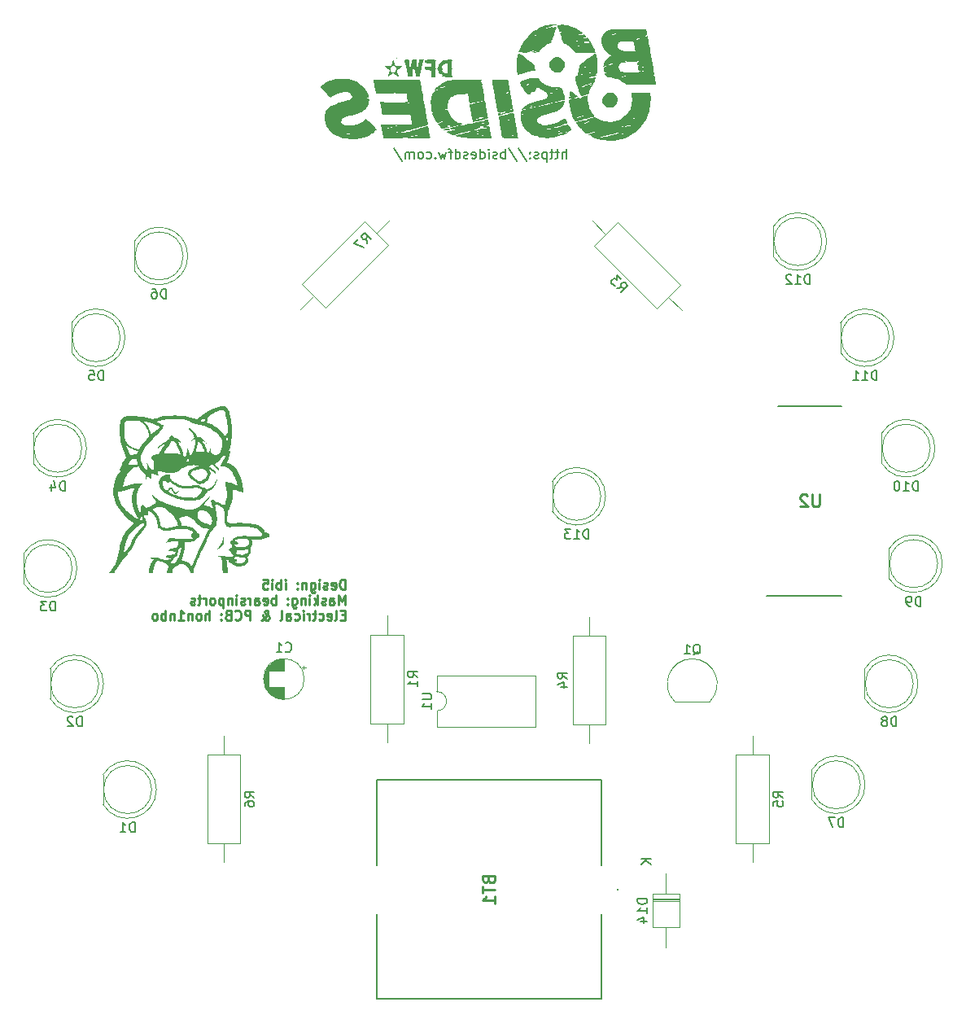
<source format=gbr>
G04 #@! TF.GenerationSoftware,KiCad,Pcbnew,8.0.5*
G04 #@! TF.CreationDate,2024-10-03T15:33:36-05:00*
G04 #@! TF.ProjectId,bsidesdfw badge 2024,62736964-6573-4646-9677-206261646765,rev?*
G04 #@! TF.SameCoordinates,Original*
G04 #@! TF.FileFunction,Legend,Bot*
G04 #@! TF.FilePolarity,Positive*
%FSLAX46Y46*%
G04 Gerber Fmt 4.6, Leading zero omitted, Abs format (unit mm)*
G04 Created by KiCad (PCBNEW 8.0.5) date 2024-10-03 15:33:36*
%MOMM*%
%LPD*%
G01*
G04 APERTURE LIST*
%ADD10C,0.200000*%
%ADD11C,0.250000*%
%ADD12C,0.150000*%
%ADD13C,0.254000*%
%ADD14C,0.000000*%
%ADD15C,0.120000*%
%ADD16C,0.100000*%
G04 APERTURE END LIST*
D10*
X146130326Y-57367219D02*
X146130326Y-56367219D01*
X145701755Y-57367219D02*
X145701755Y-56843409D01*
X145701755Y-56843409D02*
X145749374Y-56748171D01*
X145749374Y-56748171D02*
X145844612Y-56700552D01*
X145844612Y-56700552D02*
X145987469Y-56700552D01*
X145987469Y-56700552D02*
X146082707Y-56748171D01*
X146082707Y-56748171D02*
X146130326Y-56795790D01*
X145368421Y-56700552D02*
X144987469Y-56700552D01*
X145225564Y-56367219D02*
X145225564Y-57224361D01*
X145225564Y-57224361D02*
X145177945Y-57319600D01*
X145177945Y-57319600D02*
X145082707Y-57367219D01*
X145082707Y-57367219D02*
X144987469Y-57367219D01*
X144796992Y-56700552D02*
X144416040Y-56700552D01*
X144654135Y-56367219D02*
X144654135Y-57224361D01*
X144654135Y-57224361D02*
X144606516Y-57319600D01*
X144606516Y-57319600D02*
X144511278Y-57367219D01*
X144511278Y-57367219D02*
X144416040Y-57367219D01*
X144082706Y-56700552D02*
X144082706Y-57700552D01*
X144082706Y-56748171D02*
X143987468Y-56700552D01*
X143987468Y-56700552D02*
X143796992Y-56700552D01*
X143796992Y-56700552D02*
X143701754Y-56748171D01*
X143701754Y-56748171D02*
X143654135Y-56795790D01*
X143654135Y-56795790D02*
X143606516Y-56891028D01*
X143606516Y-56891028D02*
X143606516Y-57176742D01*
X143606516Y-57176742D02*
X143654135Y-57271980D01*
X143654135Y-57271980D02*
X143701754Y-57319600D01*
X143701754Y-57319600D02*
X143796992Y-57367219D01*
X143796992Y-57367219D02*
X143987468Y-57367219D01*
X143987468Y-57367219D02*
X144082706Y-57319600D01*
X143225563Y-57319600D02*
X143130325Y-57367219D01*
X143130325Y-57367219D02*
X142939849Y-57367219D01*
X142939849Y-57367219D02*
X142844611Y-57319600D01*
X142844611Y-57319600D02*
X142796992Y-57224361D01*
X142796992Y-57224361D02*
X142796992Y-57176742D01*
X142796992Y-57176742D02*
X142844611Y-57081504D01*
X142844611Y-57081504D02*
X142939849Y-57033885D01*
X142939849Y-57033885D02*
X143082706Y-57033885D01*
X143082706Y-57033885D02*
X143177944Y-56986266D01*
X143177944Y-56986266D02*
X143225563Y-56891028D01*
X143225563Y-56891028D02*
X143225563Y-56843409D01*
X143225563Y-56843409D02*
X143177944Y-56748171D01*
X143177944Y-56748171D02*
X143082706Y-56700552D01*
X143082706Y-56700552D02*
X142939849Y-56700552D01*
X142939849Y-56700552D02*
X142844611Y-56748171D01*
X142368420Y-57271980D02*
X142320801Y-57319600D01*
X142320801Y-57319600D02*
X142368420Y-57367219D01*
X142368420Y-57367219D02*
X142416039Y-57319600D01*
X142416039Y-57319600D02*
X142368420Y-57271980D01*
X142368420Y-57271980D02*
X142368420Y-57367219D01*
X142368420Y-56748171D02*
X142320801Y-56795790D01*
X142320801Y-56795790D02*
X142368420Y-56843409D01*
X142368420Y-56843409D02*
X142416039Y-56795790D01*
X142416039Y-56795790D02*
X142368420Y-56748171D01*
X142368420Y-56748171D02*
X142368420Y-56843409D01*
X141177945Y-56319600D02*
X142035087Y-57605314D01*
X140130326Y-56319600D02*
X140987468Y-57605314D01*
X139796992Y-57367219D02*
X139796992Y-56367219D01*
X139796992Y-56748171D02*
X139701754Y-56700552D01*
X139701754Y-56700552D02*
X139511278Y-56700552D01*
X139511278Y-56700552D02*
X139416040Y-56748171D01*
X139416040Y-56748171D02*
X139368421Y-56795790D01*
X139368421Y-56795790D02*
X139320802Y-56891028D01*
X139320802Y-56891028D02*
X139320802Y-57176742D01*
X139320802Y-57176742D02*
X139368421Y-57271980D01*
X139368421Y-57271980D02*
X139416040Y-57319600D01*
X139416040Y-57319600D02*
X139511278Y-57367219D01*
X139511278Y-57367219D02*
X139701754Y-57367219D01*
X139701754Y-57367219D02*
X139796992Y-57319600D01*
X138939849Y-57319600D02*
X138844611Y-57367219D01*
X138844611Y-57367219D02*
X138654135Y-57367219D01*
X138654135Y-57367219D02*
X138558897Y-57319600D01*
X138558897Y-57319600D02*
X138511278Y-57224361D01*
X138511278Y-57224361D02*
X138511278Y-57176742D01*
X138511278Y-57176742D02*
X138558897Y-57081504D01*
X138558897Y-57081504D02*
X138654135Y-57033885D01*
X138654135Y-57033885D02*
X138796992Y-57033885D01*
X138796992Y-57033885D02*
X138892230Y-56986266D01*
X138892230Y-56986266D02*
X138939849Y-56891028D01*
X138939849Y-56891028D02*
X138939849Y-56843409D01*
X138939849Y-56843409D02*
X138892230Y-56748171D01*
X138892230Y-56748171D02*
X138796992Y-56700552D01*
X138796992Y-56700552D02*
X138654135Y-56700552D01*
X138654135Y-56700552D02*
X138558897Y-56748171D01*
X138082706Y-57367219D02*
X138082706Y-56700552D01*
X138082706Y-56367219D02*
X138130325Y-56414838D01*
X138130325Y-56414838D02*
X138082706Y-56462457D01*
X138082706Y-56462457D02*
X138035087Y-56414838D01*
X138035087Y-56414838D02*
X138082706Y-56367219D01*
X138082706Y-56367219D02*
X138082706Y-56462457D01*
X137177945Y-57367219D02*
X137177945Y-56367219D01*
X137177945Y-57319600D02*
X137273183Y-57367219D01*
X137273183Y-57367219D02*
X137463659Y-57367219D01*
X137463659Y-57367219D02*
X137558897Y-57319600D01*
X137558897Y-57319600D02*
X137606516Y-57271980D01*
X137606516Y-57271980D02*
X137654135Y-57176742D01*
X137654135Y-57176742D02*
X137654135Y-56891028D01*
X137654135Y-56891028D02*
X137606516Y-56795790D01*
X137606516Y-56795790D02*
X137558897Y-56748171D01*
X137558897Y-56748171D02*
X137463659Y-56700552D01*
X137463659Y-56700552D02*
X137273183Y-56700552D01*
X137273183Y-56700552D02*
X137177945Y-56748171D01*
X136320802Y-57319600D02*
X136416040Y-57367219D01*
X136416040Y-57367219D02*
X136606516Y-57367219D01*
X136606516Y-57367219D02*
X136701754Y-57319600D01*
X136701754Y-57319600D02*
X136749373Y-57224361D01*
X136749373Y-57224361D02*
X136749373Y-56843409D01*
X136749373Y-56843409D02*
X136701754Y-56748171D01*
X136701754Y-56748171D02*
X136606516Y-56700552D01*
X136606516Y-56700552D02*
X136416040Y-56700552D01*
X136416040Y-56700552D02*
X136320802Y-56748171D01*
X136320802Y-56748171D02*
X136273183Y-56843409D01*
X136273183Y-56843409D02*
X136273183Y-56938647D01*
X136273183Y-56938647D02*
X136749373Y-57033885D01*
X135892230Y-57319600D02*
X135796992Y-57367219D01*
X135796992Y-57367219D02*
X135606516Y-57367219D01*
X135606516Y-57367219D02*
X135511278Y-57319600D01*
X135511278Y-57319600D02*
X135463659Y-57224361D01*
X135463659Y-57224361D02*
X135463659Y-57176742D01*
X135463659Y-57176742D02*
X135511278Y-57081504D01*
X135511278Y-57081504D02*
X135606516Y-57033885D01*
X135606516Y-57033885D02*
X135749373Y-57033885D01*
X135749373Y-57033885D02*
X135844611Y-56986266D01*
X135844611Y-56986266D02*
X135892230Y-56891028D01*
X135892230Y-56891028D02*
X135892230Y-56843409D01*
X135892230Y-56843409D02*
X135844611Y-56748171D01*
X135844611Y-56748171D02*
X135749373Y-56700552D01*
X135749373Y-56700552D02*
X135606516Y-56700552D01*
X135606516Y-56700552D02*
X135511278Y-56748171D01*
X134606516Y-57367219D02*
X134606516Y-56367219D01*
X134606516Y-57319600D02*
X134701754Y-57367219D01*
X134701754Y-57367219D02*
X134892230Y-57367219D01*
X134892230Y-57367219D02*
X134987468Y-57319600D01*
X134987468Y-57319600D02*
X135035087Y-57271980D01*
X135035087Y-57271980D02*
X135082706Y-57176742D01*
X135082706Y-57176742D02*
X135082706Y-56891028D01*
X135082706Y-56891028D02*
X135035087Y-56795790D01*
X135035087Y-56795790D02*
X134987468Y-56748171D01*
X134987468Y-56748171D02*
X134892230Y-56700552D01*
X134892230Y-56700552D02*
X134701754Y-56700552D01*
X134701754Y-56700552D02*
X134606516Y-56748171D01*
X134273182Y-56700552D02*
X133892230Y-56700552D01*
X134130325Y-57367219D02*
X134130325Y-56510076D01*
X134130325Y-56510076D02*
X134082706Y-56414838D01*
X134082706Y-56414838D02*
X133987468Y-56367219D01*
X133987468Y-56367219D02*
X133892230Y-56367219D01*
X133654134Y-56700552D02*
X133463658Y-57367219D01*
X133463658Y-57367219D02*
X133273182Y-56891028D01*
X133273182Y-56891028D02*
X133082706Y-57367219D01*
X133082706Y-57367219D02*
X132892230Y-56700552D01*
X132511277Y-57271980D02*
X132463658Y-57319600D01*
X132463658Y-57319600D02*
X132511277Y-57367219D01*
X132511277Y-57367219D02*
X132558896Y-57319600D01*
X132558896Y-57319600D02*
X132511277Y-57271980D01*
X132511277Y-57271980D02*
X132511277Y-57367219D01*
X131606516Y-57319600D02*
X131701754Y-57367219D01*
X131701754Y-57367219D02*
X131892230Y-57367219D01*
X131892230Y-57367219D02*
X131987468Y-57319600D01*
X131987468Y-57319600D02*
X132035087Y-57271980D01*
X132035087Y-57271980D02*
X132082706Y-57176742D01*
X132082706Y-57176742D02*
X132082706Y-56891028D01*
X132082706Y-56891028D02*
X132035087Y-56795790D01*
X132035087Y-56795790D02*
X131987468Y-56748171D01*
X131987468Y-56748171D02*
X131892230Y-56700552D01*
X131892230Y-56700552D02*
X131701754Y-56700552D01*
X131701754Y-56700552D02*
X131606516Y-56748171D01*
X131035087Y-57367219D02*
X131130325Y-57319600D01*
X131130325Y-57319600D02*
X131177944Y-57271980D01*
X131177944Y-57271980D02*
X131225563Y-57176742D01*
X131225563Y-57176742D02*
X131225563Y-56891028D01*
X131225563Y-56891028D02*
X131177944Y-56795790D01*
X131177944Y-56795790D02*
X131130325Y-56748171D01*
X131130325Y-56748171D02*
X131035087Y-56700552D01*
X131035087Y-56700552D02*
X130892230Y-56700552D01*
X130892230Y-56700552D02*
X130796992Y-56748171D01*
X130796992Y-56748171D02*
X130749373Y-56795790D01*
X130749373Y-56795790D02*
X130701754Y-56891028D01*
X130701754Y-56891028D02*
X130701754Y-57176742D01*
X130701754Y-57176742D02*
X130749373Y-57271980D01*
X130749373Y-57271980D02*
X130796992Y-57319600D01*
X130796992Y-57319600D02*
X130892230Y-57367219D01*
X130892230Y-57367219D02*
X131035087Y-57367219D01*
X130273182Y-57367219D02*
X130273182Y-56700552D01*
X130273182Y-56795790D02*
X130225563Y-56748171D01*
X130225563Y-56748171D02*
X130130325Y-56700552D01*
X130130325Y-56700552D02*
X129987468Y-56700552D01*
X129987468Y-56700552D02*
X129892230Y-56748171D01*
X129892230Y-56748171D02*
X129844611Y-56843409D01*
X129844611Y-56843409D02*
X129844611Y-57367219D01*
X129844611Y-56843409D02*
X129796992Y-56748171D01*
X129796992Y-56748171D02*
X129701754Y-56700552D01*
X129701754Y-56700552D02*
X129558897Y-56700552D01*
X129558897Y-56700552D02*
X129463658Y-56748171D01*
X129463658Y-56748171D02*
X129416039Y-56843409D01*
X129416039Y-56843409D02*
X129416039Y-57367219D01*
X128225564Y-56319600D02*
X129082706Y-57605314D01*
D11*
X123097431Y-102144731D02*
X123097431Y-101144731D01*
X123097431Y-101144731D02*
X122859336Y-101144731D01*
X122859336Y-101144731D02*
X122716479Y-101192350D01*
X122716479Y-101192350D02*
X122621241Y-101287588D01*
X122621241Y-101287588D02*
X122573622Y-101382826D01*
X122573622Y-101382826D02*
X122526003Y-101573302D01*
X122526003Y-101573302D02*
X122526003Y-101716159D01*
X122526003Y-101716159D02*
X122573622Y-101906635D01*
X122573622Y-101906635D02*
X122621241Y-102001873D01*
X122621241Y-102001873D02*
X122716479Y-102097112D01*
X122716479Y-102097112D02*
X122859336Y-102144731D01*
X122859336Y-102144731D02*
X123097431Y-102144731D01*
X121716479Y-102097112D02*
X121811717Y-102144731D01*
X121811717Y-102144731D02*
X122002193Y-102144731D01*
X122002193Y-102144731D02*
X122097431Y-102097112D01*
X122097431Y-102097112D02*
X122145050Y-102001873D01*
X122145050Y-102001873D02*
X122145050Y-101620921D01*
X122145050Y-101620921D02*
X122097431Y-101525683D01*
X122097431Y-101525683D02*
X122002193Y-101478064D01*
X122002193Y-101478064D02*
X121811717Y-101478064D01*
X121811717Y-101478064D02*
X121716479Y-101525683D01*
X121716479Y-101525683D02*
X121668860Y-101620921D01*
X121668860Y-101620921D02*
X121668860Y-101716159D01*
X121668860Y-101716159D02*
X122145050Y-101811397D01*
X121287907Y-102097112D02*
X121192669Y-102144731D01*
X121192669Y-102144731D02*
X121002193Y-102144731D01*
X121002193Y-102144731D02*
X120906955Y-102097112D01*
X120906955Y-102097112D02*
X120859336Y-102001873D01*
X120859336Y-102001873D02*
X120859336Y-101954254D01*
X120859336Y-101954254D02*
X120906955Y-101859016D01*
X120906955Y-101859016D02*
X121002193Y-101811397D01*
X121002193Y-101811397D02*
X121145050Y-101811397D01*
X121145050Y-101811397D02*
X121240288Y-101763778D01*
X121240288Y-101763778D02*
X121287907Y-101668540D01*
X121287907Y-101668540D02*
X121287907Y-101620921D01*
X121287907Y-101620921D02*
X121240288Y-101525683D01*
X121240288Y-101525683D02*
X121145050Y-101478064D01*
X121145050Y-101478064D02*
X121002193Y-101478064D01*
X121002193Y-101478064D02*
X120906955Y-101525683D01*
X120430764Y-102144731D02*
X120430764Y-101478064D01*
X120430764Y-101144731D02*
X120478383Y-101192350D01*
X120478383Y-101192350D02*
X120430764Y-101239969D01*
X120430764Y-101239969D02*
X120383145Y-101192350D01*
X120383145Y-101192350D02*
X120430764Y-101144731D01*
X120430764Y-101144731D02*
X120430764Y-101239969D01*
X119526003Y-101478064D02*
X119526003Y-102287588D01*
X119526003Y-102287588D02*
X119573622Y-102382826D01*
X119573622Y-102382826D02*
X119621241Y-102430445D01*
X119621241Y-102430445D02*
X119716479Y-102478064D01*
X119716479Y-102478064D02*
X119859336Y-102478064D01*
X119859336Y-102478064D02*
X119954574Y-102430445D01*
X119526003Y-102097112D02*
X119621241Y-102144731D01*
X119621241Y-102144731D02*
X119811717Y-102144731D01*
X119811717Y-102144731D02*
X119906955Y-102097112D01*
X119906955Y-102097112D02*
X119954574Y-102049492D01*
X119954574Y-102049492D02*
X120002193Y-101954254D01*
X120002193Y-101954254D02*
X120002193Y-101668540D01*
X120002193Y-101668540D02*
X119954574Y-101573302D01*
X119954574Y-101573302D02*
X119906955Y-101525683D01*
X119906955Y-101525683D02*
X119811717Y-101478064D01*
X119811717Y-101478064D02*
X119621241Y-101478064D01*
X119621241Y-101478064D02*
X119526003Y-101525683D01*
X119049812Y-101478064D02*
X119049812Y-102144731D01*
X119049812Y-101573302D02*
X119002193Y-101525683D01*
X119002193Y-101525683D02*
X118906955Y-101478064D01*
X118906955Y-101478064D02*
X118764098Y-101478064D01*
X118764098Y-101478064D02*
X118668860Y-101525683D01*
X118668860Y-101525683D02*
X118621241Y-101620921D01*
X118621241Y-101620921D02*
X118621241Y-102144731D01*
X118145050Y-102049492D02*
X118097431Y-102097112D01*
X118097431Y-102097112D02*
X118145050Y-102144731D01*
X118145050Y-102144731D02*
X118192669Y-102097112D01*
X118192669Y-102097112D02*
X118145050Y-102049492D01*
X118145050Y-102049492D02*
X118145050Y-102144731D01*
X118145050Y-101525683D02*
X118097431Y-101573302D01*
X118097431Y-101573302D02*
X118145050Y-101620921D01*
X118145050Y-101620921D02*
X118192669Y-101573302D01*
X118192669Y-101573302D02*
X118145050Y-101525683D01*
X118145050Y-101525683D02*
X118145050Y-101620921D01*
X116906955Y-102144731D02*
X116906955Y-101478064D01*
X116906955Y-101144731D02*
X116954574Y-101192350D01*
X116954574Y-101192350D02*
X116906955Y-101239969D01*
X116906955Y-101239969D02*
X116859336Y-101192350D01*
X116859336Y-101192350D02*
X116906955Y-101144731D01*
X116906955Y-101144731D02*
X116906955Y-101239969D01*
X116430765Y-102144731D02*
X116430765Y-101144731D01*
X116430765Y-101525683D02*
X116335527Y-101478064D01*
X116335527Y-101478064D02*
X116145051Y-101478064D01*
X116145051Y-101478064D02*
X116049813Y-101525683D01*
X116049813Y-101525683D02*
X116002194Y-101573302D01*
X116002194Y-101573302D02*
X115954575Y-101668540D01*
X115954575Y-101668540D02*
X115954575Y-101954254D01*
X115954575Y-101954254D02*
X116002194Y-102049492D01*
X116002194Y-102049492D02*
X116049813Y-102097112D01*
X116049813Y-102097112D02*
X116145051Y-102144731D01*
X116145051Y-102144731D02*
X116335527Y-102144731D01*
X116335527Y-102144731D02*
X116430765Y-102097112D01*
X115526003Y-102144731D02*
X115526003Y-101478064D01*
X115526003Y-101144731D02*
X115573622Y-101192350D01*
X115573622Y-101192350D02*
X115526003Y-101239969D01*
X115526003Y-101239969D02*
X115478384Y-101192350D01*
X115478384Y-101192350D02*
X115526003Y-101144731D01*
X115526003Y-101144731D02*
X115526003Y-101239969D01*
X114573623Y-101144731D02*
X115049813Y-101144731D01*
X115049813Y-101144731D02*
X115097432Y-101620921D01*
X115097432Y-101620921D02*
X115049813Y-101573302D01*
X115049813Y-101573302D02*
X114954575Y-101525683D01*
X114954575Y-101525683D02*
X114716480Y-101525683D01*
X114716480Y-101525683D02*
X114621242Y-101573302D01*
X114621242Y-101573302D02*
X114573623Y-101620921D01*
X114573623Y-101620921D02*
X114526004Y-101716159D01*
X114526004Y-101716159D02*
X114526004Y-101954254D01*
X114526004Y-101954254D02*
X114573623Y-102049492D01*
X114573623Y-102049492D02*
X114621242Y-102097112D01*
X114621242Y-102097112D02*
X114716480Y-102144731D01*
X114716480Y-102144731D02*
X114954575Y-102144731D01*
X114954575Y-102144731D02*
X115049813Y-102097112D01*
X115049813Y-102097112D02*
X115097432Y-102049492D01*
X123097431Y-103754675D02*
X123097431Y-102754675D01*
X123097431Y-102754675D02*
X122764098Y-103468960D01*
X122764098Y-103468960D02*
X122430765Y-102754675D01*
X122430765Y-102754675D02*
X122430765Y-103754675D01*
X121526003Y-103754675D02*
X121526003Y-103230865D01*
X121526003Y-103230865D02*
X121573622Y-103135627D01*
X121573622Y-103135627D02*
X121668860Y-103088008D01*
X121668860Y-103088008D02*
X121859336Y-103088008D01*
X121859336Y-103088008D02*
X121954574Y-103135627D01*
X121526003Y-103707056D02*
X121621241Y-103754675D01*
X121621241Y-103754675D02*
X121859336Y-103754675D01*
X121859336Y-103754675D02*
X121954574Y-103707056D01*
X121954574Y-103707056D02*
X122002193Y-103611817D01*
X122002193Y-103611817D02*
X122002193Y-103516579D01*
X122002193Y-103516579D02*
X121954574Y-103421341D01*
X121954574Y-103421341D02*
X121859336Y-103373722D01*
X121859336Y-103373722D02*
X121621241Y-103373722D01*
X121621241Y-103373722D02*
X121526003Y-103326103D01*
X121097431Y-103707056D02*
X121002193Y-103754675D01*
X121002193Y-103754675D02*
X120811717Y-103754675D01*
X120811717Y-103754675D02*
X120716479Y-103707056D01*
X120716479Y-103707056D02*
X120668860Y-103611817D01*
X120668860Y-103611817D02*
X120668860Y-103564198D01*
X120668860Y-103564198D02*
X120716479Y-103468960D01*
X120716479Y-103468960D02*
X120811717Y-103421341D01*
X120811717Y-103421341D02*
X120954574Y-103421341D01*
X120954574Y-103421341D02*
X121049812Y-103373722D01*
X121049812Y-103373722D02*
X121097431Y-103278484D01*
X121097431Y-103278484D02*
X121097431Y-103230865D01*
X121097431Y-103230865D02*
X121049812Y-103135627D01*
X121049812Y-103135627D02*
X120954574Y-103088008D01*
X120954574Y-103088008D02*
X120811717Y-103088008D01*
X120811717Y-103088008D02*
X120716479Y-103135627D01*
X120240288Y-103754675D02*
X120240288Y-102754675D01*
X120145050Y-103373722D02*
X119859336Y-103754675D01*
X119859336Y-103088008D02*
X120240288Y-103468960D01*
X119430764Y-103754675D02*
X119430764Y-103088008D01*
X119430764Y-102754675D02*
X119478383Y-102802294D01*
X119478383Y-102802294D02*
X119430764Y-102849913D01*
X119430764Y-102849913D02*
X119383145Y-102802294D01*
X119383145Y-102802294D02*
X119430764Y-102754675D01*
X119430764Y-102754675D02*
X119430764Y-102849913D01*
X118954574Y-103088008D02*
X118954574Y-103754675D01*
X118954574Y-103183246D02*
X118906955Y-103135627D01*
X118906955Y-103135627D02*
X118811717Y-103088008D01*
X118811717Y-103088008D02*
X118668860Y-103088008D01*
X118668860Y-103088008D02*
X118573622Y-103135627D01*
X118573622Y-103135627D02*
X118526003Y-103230865D01*
X118526003Y-103230865D02*
X118526003Y-103754675D01*
X117621241Y-103088008D02*
X117621241Y-103897532D01*
X117621241Y-103897532D02*
X117668860Y-103992770D01*
X117668860Y-103992770D02*
X117716479Y-104040389D01*
X117716479Y-104040389D02*
X117811717Y-104088008D01*
X117811717Y-104088008D02*
X117954574Y-104088008D01*
X117954574Y-104088008D02*
X118049812Y-104040389D01*
X117621241Y-103707056D02*
X117716479Y-103754675D01*
X117716479Y-103754675D02*
X117906955Y-103754675D01*
X117906955Y-103754675D02*
X118002193Y-103707056D01*
X118002193Y-103707056D02*
X118049812Y-103659436D01*
X118049812Y-103659436D02*
X118097431Y-103564198D01*
X118097431Y-103564198D02*
X118097431Y-103278484D01*
X118097431Y-103278484D02*
X118049812Y-103183246D01*
X118049812Y-103183246D02*
X118002193Y-103135627D01*
X118002193Y-103135627D02*
X117906955Y-103088008D01*
X117906955Y-103088008D02*
X117716479Y-103088008D01*
X117716479Y-103088008D02*
X117621241Y-103135627D01*
X117145050Y-103659436D02*
X117097431Y-103707056D01*
X117097431Y-103707056D02*
X117145050Y-103754675D01*
X117145050Y-103754675D02*
X117192669Y-103707056D01*
X117192669Y-103707056D02*
X117145050Y-103659436D01*
X117145050Y-103659436D02*
X117145050Y-103754675D01*
X117145050Y-103135627D02*
X117097431Y-103183246D01*
X117097431Y-103183246D02*
X117145050Y-103230865D01*
X117145050Y-103230865D02*
X117192669Y-103183246D01*
X117192669Y-103183246D02*
X117145050Y-103135627D01*
X117145050Y-103135627D02*
X117145050Y-103230865D01*
X115906955Y-103754675D02*
X115906955Y-102754675D01*
X115906955Y-103135627D02*
X115811717Y-103088008D01*
X115811717Y-103088008D02*
X115621241Y-103088008D01*
X115621241Y-103088008D02*
X115526003Y-103135627D01*
X115526003Y-103135627D02*
X115478384Y-103183246D01*
X115478384Y-103183246D02*
X115430765Y-103278484D01*
X115430765Y-103278484D02*
X115430765Y-103564198D01*
X115430765Y-103564198D02*
X115478384Y-103659436D01*
X115478384Y-103659436D02*
X115526003Y-103707056D01*
X115526003Y-103707056D02*
X115621241Y-103754675D01*
X115621241Y-103754675D02*
X115811717Y-103754675D01*
X115811717Y-103754675D02*
X115906955Y-103707056D01*
X114621241Y-103707056D02*
X114716479Y-103754675D01*
X114716479Y-103754675D02*
X114906955Y-103754675D01*
X114906955Y-103754675D02*
X115002193Y-103707056D01*
X115002193Y-103707056D02*
X115049812Y-103611817D01*
X115049812Y-103611817D02*
X115049812Y-103230865D01*
X115049812Y-103230865D02*
X115002193Y-103135627D01*
X115002193Y-103135627D02*
X114906955Y-103088008D01*
X114906955Y-103088008D02*
X114716479Y-103088008D01*
X114716479Y-103088008D02*
X114621241Y-103135627D01*
X114621241Y-103135627D02*
X114573622Y-103230865D01*
X114573622Y-103230865D02*
X114573622Y-103326103D01*
X114573622Y-103326103D02*
X115049812Y-103421341D01*
X113716479Y-103754675D02*
X113716479Y-103230865D01*
X113716479Y-103230865D02*
X113764098Y-103135627D01*
X113764098Y-103135627D02*
X113859336Y-103088008D01*
X113859336Y-103088008D02*
X114049812Y-103088008D01*
X114049812Y-103088008D02*
X114145050Y-103135627D01*
X113716479Y-103707056D02*
X113811717Y-103754675D01*
X113811717Y-103754675D02*
X114049812Y-103754675D01*
X114049812Y-103754675D02*
X114145050Y-103707056D01*
X114145050Y-103707056D02*
X114192669Y-103611817D01*
X114192669Y-103611817D02*
X114192669Y-103516579D01*
X114192669Y-103516579D02*
X114145050Y-103421341D01*
X114145050Y-103421341D02*
X114049812Y-103373722D01*
X114049812Y-103373722D02*
X113811717Y-103373722D01*
X113811717Y-103373722D02*
X113716479Y-103326103D01*
X113240288Y-103754675D02*
X113240288Y-103088008D01*
X113240288Y-103278484D02*
X113192669Y-103183246D01*
X113192669Y-103183246D02*
X113145050Y-103135627D01*
X113145050Y-103135627D02*
X113049812Y-103088008D01*
X113049812Y-103088008D02*
X112954574Y-103088008D01*
X112668859Y-103707056D02*
X112573621Y-103754675D01*
X112573621Y-103754675D02*
X112383145Y-103754675D01*
X112383145Y-103754675D02*
X112287907Y-103707056D01*
X112287907Y-103707056D02*
X112240288Y-103611817D01*
X112240288Y-103611817D02*
X112240288Y-103564198D01*
X112240288Y-103564198D02*
X112287907Y-103468960D01*
X112287907Y-103468960D02*
X112383145Y-103421341D01*
X112383145Y-103421341D02*
X112526002Y-103421341D01*
X112526002Y-103421341D02*
X112621240Y-103373722D01*
X112621240Y-103373722D02*
X112668859Y-103278484D01*
X112668859Y-103278484D02*
X112668859Y-103230865D01*
X112668859Y-103230865D02*
X112621240Y-103135627D01*
X112621240Y-103135627D02*
X112526002Y-103088008D01*
X112526002Y-103088008D02*
X112383145Y-103088008D01*
X112383145Y-103088008D02*
X112287907Y-103135627D01*
X111811716Y-103754675D02*
X111811716Y-103088008D01*
X111811716Y-102754675D02*
X111859335Y-102802294D01*
X111859335Y-102802294D02*
X111811716Y-102849913D01*
X111811716Y-102849913D02*
X111764097Y-102802294D01*
X111764097Y-102802294D02*
X111811716Y-102754675D01*
X111811716Y-102754675D02*
X111811716Y-102849913D01*
X111335526Y-103088008D02*
X111335526Y-103754675D01*
X111335526Y-103183246D02*
X111287907Y-103135627D01*
X111287907Y-103135627D02*
X111192669Y-103088008D01*
X111192669Y-103088008D02*
X111049812Y-103088008D01*
X111049812Y-103088008D02*
X110954574Y-103135627D01*
X110954574Y-103135627D02*
X110906955Y-103230865D01*
X110906955Y-103230865D02*
X110906955Y-103754675D01*
X110430764Y-103088008D02*
X110430764Y-104088008D01*
X110430764Y-103135627D02*
X110335526Y-103088008D01*
X110335526Y-103088008D02*
X110145050Y-103088008D01*
X110145050Y-103088008D02*
X110049812Y-103135627D01*
X110049812Y-103135627D02*
X110002193Y-103183246D01*
X110002193Y-103183246D02*
X109954574Y-103278484D01*
X109954574Y-103278484D02*
X109954574Y-103564198D01*
X109954574Y-103564198D02*
X110002193Y-103659436D01*
X110002193Y-103659436D02*
X110049812Y-103707056D01*
X110049812Y-103707056D02*
X110145050Y-103754675D01*
X110145050Y-103754675D02*
X110335526Y-103754675D01*
X110335526Y-103754675D02*
X110430764Y-103707056D01*
X109383145Y-103754675D02*
X109478383Y-103707056D01*
X109478383Y-103707056D02*
X109526002Y-103659436D01*
X109526002Y-103659436D02*
X109573621Y-103564198D01*
X109573621Y-103564198D02*
X109573621Y-103278484D01*
X109573621Y-103278484D02*
X109526002Y-103183246D01*
X109526002Y-103183246D02*
X109478383Y-103135627D01*
X109478383Y-103135627D02*
X109383145Y-103088008D01*
X109383145Y-103088008D02*
X109240288Y-103088008D01*
X109240288Y-103088008D02*
X109145050Y-103135627D01*
X109145050Y-103135627D02*
X109097431Y-103183246D01*
X109097431Y-103183246D02*
X109049812Y-103278484D01*
X109049812Y-103278484D02*
X109049812Y-103564198D01*
X109049812Y-103564198D02*
X109097431Y-103659436D01*
X109097431Y-103659436D02*
X109145050Y-103707056D01*
X109145050Y-103707056D02*
X109240288Y-103754675D01*
X109240288Y-103754675D02*
X109383145Y-103754675D01*
X108621240Y-103754675D02*
X108621240Y-103088008D01*
X108621240Y-103278484D02*
X108573621Y-103183246D01*
X108573621Y-103183246D02*
X108526002Y-103135627D01*
X108526002Y-103135627D02*
X108430764Y-103088008D01*
X108430764Y-103088008D02*
X108335526Y-103088008D01*
X108145049Y-103088008D02*
X107764097Y-103088008D01*
X108002192Y-102754675D02*
X108002192Y-103611817D01*
X108002192Y-103611817D02*
X107954573Y-103707056D01*
X107954573Y-103707056D02*
X107859335Y-103754675D01*
X107859335Y-103754675D02*
X107764097Y-103754675D01*
X107478382Y-103707056D02*
X107383144Y-103754675D01*
X107383144Y-103754675D02*
X107192668Y-103754675D01*
X107192668Y-103754675D02*
X107097430Y-103707056D01*
X107097430Y-103707056D02*
X107049811Y-103611817D01*
X107049811Y-103611817D02*
X107049811Y-103564198D01*
X107049811Y-103564198D02*
X107097430Y-103468960D01*
X107097430Y-103468960D02*
X107192668Y-103421341D01*
X107192668Y-103421341D02*
X107335525Y-103421341D01*
X107335525Y-103421341D02*
X107430763Y-103373722D01*
X107430763Y-103373722D02*
X107478382Y-103278484D01*
X107478382Y-103278484D02*
X107478382Y-103230865D01*
X107478382Y-103230865D02*
X107430763Y-103135627D01*
X107430763Y-103135627D02*
X107335525Y-103088008D01*
X107335525Y-103088008D02*
X107192668Y-103088008D01*
X107192668Y-103088008D02*
X107097430Y-103135627D01*
X123097431Y-104840809D02*
X122764098Y-104840809D01*
X122621241Y-105364619D02*
X123097431Y-105364619D01*
X123097431Y-105364619D02*
X123097431Y-104364619D01*
X123097431Y-104364619D02*
X122621241Y-104364619D01*
X122049812Y-105364619D02*
X122145050Y-105317000D01*
X122145050Y-105317000D02*
X122192669Y-105221761D01*
X122192669Y-105221761D02*
X122192669Y-104364619D01*
X121287907Y-105317000D02*
X121383145Y-105364619D01*
X121383145Y-105364619D02*
X121573621Y-105364619D01*
X121573621Y-105364619D02*
X121668859Y-105317000D01*
X121668859Y-105317000D02*
X121716478Y-105221761D01*
X121716478Y-105221761D02*
X121716478Y-104840809D01*
X121716478Y-104840809D02*
X121668859Y-104745571D01*
X121668859Y-104745571D02*
X121573621Y-104697952D01*
X121573621Y-104697952D02*
X121383145Y-104697952D01*
X121383145Y-104697952D02*
X121287907Y-104745571D01*
X121287907Y-104745571D02*
X121240288Y-104840809D01*
X121240288Y-104840809D02*
X121240288Y-104936047D01*
X121240288Y-104936047D02*
X121716478Y-105031285D01*
X120383145Y-105317000D02*
X120478383Y-105364619D01*
X120478383Y-105364619D02*
X120668859Y-105364619D01*
X120668859Y-105364619D02*
X120764097Y-105317000D01*
X120764097Y-105317000D02*
X120811716Y-105269380D01*
X120811716Y-105269380D02*
X120859335Y-105174142D01*
X120859335Y-105174142D02*
X120859335Y-104888428D01*
X120859335Y-104888428D02*
X120811716Y-104793190D01*
X120811716Y-104793190D02*
X120764097Y-104745571D01*
X120764097Y-104745571D02*
X120668859Y-104697952D01*
X120668859Y-104697952D02*
X120478383Y-104697952D01*
X120478383Y-104697952D02*
X120383145Y-104745571D01*
X120097430Y-104697952D02*
X119716478Y-104697952D01*
X119954573Y-104364619D02*
X119954573Y-105221761D01*
X119954573Y-105221761D02*
X119906954Y-105317000D01*
X119906954Y-105317000D02*
X119811716Y-105364619D01*
X119811716Y-105364619D02*
X119716478Y-105364619D01*
X119383144Y-105364619D02*
X119383144Y-104697952D01*
X119383144Y-104888428D02*
X119335525Y-104793190D01*
X119335525Y-104793190D02*
X119287906Y-104745571D01*
X119287906Y-104745571D02*
X119192668Y-104697952D01*
X119192668Y-104697952D02*
X119097430Y-104697952D01*
X118764096Y-105364619D02*
X118764096Y-104697952D01*
X118764096Y-104364619D02*
X118811715Y-104412238D01*
X118811715Y-104412238D02*
X118764096Y-104459857D01*
X118764096Y-104459857D02*
X118716477Y-104412238D01*
X118716477Y-104412238D02*
X118764096Y-104364619D01*
X118764096Y-104364619D02*
X118764096Y-104459857D01*
X117859335Y-105317000D02*
X117954573Y-105364619D01*
X117954573Y-105364619D02*
X118145049Y-105364619D01*
X118145049Y-105364619D02*
X118240287Y-105317000D01*
X118240287Y-105317000D02*
X118287906Y-105269380D01*
X118287906Y-105269380D02*
X118335525Y-105174142D01*
X118335525Y-105174142D02*
X118335525Y-104888428D01*
X118335525Y-104888428D02*
X118287906Y-104793190D01*
X118287906Y-104793190D02*
X118240287Y-104745571D01*
X118240287Y-104745571D02*
X118145049Y-104697952D01*
X118145049Y-104697952D02*
X117954573Y-104697952D01*
X117954573Y-104697952D02*
X117859335Y-104745571D01*
X117002192Y-105364619D02*
X117002192Y-104840809D01*
X117002192Y-104840809D02*
X117049811Y-104745571D01*
X117049811Y-104745571D02*
X117145049Y-104697952D01*
X117145049Y-104697952D02*
X117335525Y-104697952D01*
X117335525Y-104697952D02*
X117430763Y-104745571D01*
X117002192Y-105317000D02*
X117097430Y-105364619D01*
X117097430Y-105364619D02*
X117335525Y-105364619D01*
X117335525Y-105364619D02*
X117430763Y-105317000D01*
X117430763Y-105317000D02*
X117478382Y-105221761D01*
X117478382Y-105221761D02*
X117478382Y-105126523D01*
X117478382Y-105126523D02*
X117430763Y-105031285D01*
X117430763Y-105031285D02*
X117335525Y-104983666D01*
X117335525Y-104983666D02*
X117097430Y-104983666D01*
X117097430Y-104983666D02*
X117002192Y-104936047D01*
X116383144Y-105364619D02*
X116478382Y-105317000D01*
X116478382Y-105317000D02*
X116526001Y-105221761D01*
X116526001Y-105221761D02*
X116526001Y-104364619D01*
X114430762Y-105364619D02*
X114478382Y-105364619D01*
X114478382Y-105364619D02*
X114573620Y-105317000D01*
X114573620Y-105317000D02*
X114716477Y-105174142D01*
X114716477Y-105174142D02*
X114954572Y-104888428D01*
X114954572Y-104888428D02*
X115049810Y-104745571D01*
X115049810Y-104745571D02*
X115097429Y-104602714D01*
X115097429Y-104602714D02*
X115097429Y-104507476D01*
X115097429Y-104507476D02*
X115049810Y-104412238D01*
X115049810Y-104412238D02*
X114954572Y-104364619D01*
X114954572Y-104364619D02*
X114906953Y-104364619D01*
X114906953Y-104364619D02*
X114811715Y-104412238D01*
X114811715Y-104412238D02*
X114764096Y-104507476D01*
X114764096Y-104507476D02*
X114764096Y-104555095D01*
X114764096Y-104555095D02*
X114811715Y-104650333D01*
X114811715Y-104650333D02*
X114859334Y-104697952D01*
X114859334Y-104697952D02*
X115145048Y-104888428D01*
X115145048Y-104888428D02*
X115192667Y-104936047D01*
X115192667Y-104936047D02*
X115240286Y-105031285D01*
X115240286Y-105031285D02*
X115240286Y-105174142D01*
X115240286Y-105174142D02*
X115192667Y-105269380D01*
X115192667Y-105269380D02*
X115145048Y-105317000D01*
X115145048Y-105317000D02*
X115049810Y-105364619D01*
X115049810Y-105364619D02*
X114906953Y-105364619D01*
X114906953Y-105364619D02*
X114811715Y-105317000D01*
X114811715Y-105317000D02*
X114764096Y-105269380D01*
X114764096Y-105269380D02*
X114621239Y-105078904D01*
X114621239Y-105078904D02*
X114573620Y-104936047D01*
X114573620Y-104936047D02*
X114573620Y-104840809D01*
X113240286Y-105364619D02*
X113240286Y-104364619D01*
X113240286Y-104364619D02*
X112859334Y-104364619D01*
X112859334Y-104364619D02*
X112764096Y-104412238D01*
X112764096Y-104412238D02*
X112716477Y-104459857D01*
X112716477Y-104459857D02*
X112668858Y-104555095D01*
X112668858Y-104555095D02*
X112668858Y-104697952D01*
X112668858Y-104697952D02*
X112716477Y-104793190D01*
X112716477Y-104793190D02*
X112764096Y-104840809D01*
X112764096Y-104840809D02*
X112859334Y-104888428D01*
X112859334Y-104888428D02*
X113240286Y-104888428D01*
X111668858Y-105269380D02*
X111716477Y-105317000D01*
X111716477Y-105317000D02*
X111859334Y-105364619D01*
X111859334Y-105364619D02*
X111954572Y-105364619D01*
X111954572Y-105364619D02*
X112097429Y-105317000D01*
X112097429Y-105317000D02*
X112192667Y-105221761D01*
X112192667Y-105221761D02*
X112240286Y-105126523D01*
X112240286Y-105126523D02*
X112287905Y-104936047D01*
X112287905Y-104936047D02*
X112287905Y-104793190D01*
X112287905Y-104793190D02*
X112240286Y-104602714D01*
X112240286Y-104602714D02*
X112192667Y-104507476D01*
X112192667Y-104507476D02*
X112097429Y-104412238D01*
X112097429Y-104412238D02*
X111954572Y-104364619D01*
X111954572Y-104364619D02*
X111859334Y-104364619D01*
X111859334Y-104364619D02*
X111716477Y-104412238D01*
X111716477Y-104412238D02*
X111668858Y-104459857D01*
X110906953Y-104840809D02*
X110764096Y-104888428D01*
X110764096Y-104888428D02*
X110716477Y-104936047D01*
X110716477Y-104936047D02*
X110668858Y-105031285D01*
X110668858Y-105031285D02*
X110668858Y-105174142D01*
X110668858Y-105174142D02*
X110716477Y-105269380D01*
X110716477Y-105269380D02*
X110764096Y-105317000D01*
X110764096Y-105317000D02*
X110859334Y-105364619D01*
X110859334Y-105364619D02*
X111240286Y-105364619D01*
X111240286Y-105364619D02*
X111240286Y-104364619D01*
X111240286Y-104364619D02*
X110906953Y-104364619D01*
X110906953Y-104364619D02*
X110811715Y-104412238D01*
X110811715Y-104412238D02*
X110764096Y-104459857D01*
X110764096Y-104459857D02*
X110716477Y-104555095D01*
X110716477Y-104555095D02*
X110716477Y-104650333D01*
X110716477Y-104650333D02*
X110764096Y-104745571D01*
X110764096Y-104745571D02*
X110811715Y-104793190D01*
X110811715Y-104793190D02*
X110906953Y-104840809D01*
X110906953Y-104840809D02*
X111240286Y-104840809D01*
X110240286Y-105269380D02*
X110192667Y-105317000D01*
X110192667Y-105317000D02*
X110240286Y-105364619D01*
X110240286Y-105364619D02*
X110287905Y-105317000D01*
X110287905Y-105317000D02*
X110240286Y-105269380D01*
X110240286Y-105269380D02*
X110240286Y-105364619D01*
X110240286Y-104745571D02*
X110192667Y-104793190D01*
X110192667Y-104793190D02*
X110240286Y-104840809D01*
X110240286Y-104840809D02*
X110287905Y-104793190D01*
X110287905Y-104793190D02*
X110240286Y-104745571D01*
X110240286Y-104745571D02*
X110240286Y-104840809D01*
X109002191Y-105364619D02*
X109002191Y-104364619D01*
X108573620Y-105364619D02*
X108573620Y-104840809D01*
X108573620Y-104840809D02*
X108621239Y-104745571D01*
X108621239Y-104745571D02*
X108716477Y-104697952D01*
X108716477Y-104697952D02*
X108859334Y-104697952D01*
X108859334Y-104697952D02*
X108954572Y-104745571D01*
X108954572Y-104745571D02*
X109002191Y-104793190D01*
X107954572Y-105364619D02*
X108049810Y-105317000D01*
X108049810Y-105317000D02*
X108097429Y-105269380D01*
X108097429Y-105269380D02*
X108145048Y-105174142D01*
X108145048Y-105174142D02*
X108145048Y-104888428D01*
X108145048Y-104888428D02*
X108097429Y-104793190D01*
X108097429Y-104793190D02*
X108049810Y-104745571D01*
X108049810Y-104745571D02*
X107954572Y-104697952D01*
X107954572Y-104697952D02*
X107811715Y-104697952D01*
X107811715Y-104697952D02*
X107716477Y-104745571D01*
X107716477Y-104745571D02*
X107668858Y-104793190D01*
X107668858Y-104793190D02*
X107621239Y-104888428D01*
X107621239Y-104888428D02*
X107621239Y-105174142D01*
X107621239Y-105174142D02*
X107668858Y-105269380D01*
X107668858Y-105269380D02*
X107716477Y-105317000D01*
X107716477Y-105317000D02*
X107811715Y-105364619D01*
X107811715Y-105364619D02*
X107954572Y-105364619D01*
X107192667Y-104697952D02*
X107192667Y-105364619D01*
X107192667Y-104793190D02*
X107145048Y-104745571D01*
X107145048Y-104745571D02*
X107049810Y-104697952D01*
X107049810Y-104697952D02*
X106906953Y-104697952D01*
X106906953Y-104697952D02*
X106811715Y-104745571D01*
X106811715Y-104745571D02*
X106764096Y-104840809D01*
X106764096Y-104840809D02*
X106764096Y-105364619D01*
X105764096Y-105364619D02*
X106335524Y-105364619D01*
X106049810Y-105364619D02*
X106049810Y-104364619D01*
X106049810Y-104364619D02*
X106145048Y-104507476D01*
X106145048Y-104507476D02*
X106240286Y-104602714D01*
X106240286Y-104602714D02*
X106335524Y-104650333D01*
X105335524Y-104697952D02*
X105335524Y-105364619D01*
X105335524Y-104793190D02*
X105287905Y-104745571D01*
X105287905Y-104745571D02*
X105192667Y-104697952D01*
X105192667Y-104697952D02*
X105049810Y-104697952D01*
X105049810Y-104697952D02*
X104954572Y-104745571D01*
X104954572Y-104745571D02*
X104906953Y-104840809D01*
X104906953Y-104840809D02*
X104906953Y-105364619D01*
X104430762Y-105364619D02*
X104430762Y-104364619D01*
X104430762Y-104745571D02*
X104335524Y-104697952D01*
X104335524Y-104697952D02*
X104145048Y-104697952D01*
X104145048Y-104697952D02*
X104049810Y-104745571D01*
X104049810Y-104745571D02*
X104002191Y-104793190D01*
X104002191Y-104793190D02*
X103954572Y-104888428D01*
X103954572Y-104888428D02*
X103954572Y-105174142D01*
X103954572Y-105174142D02*
X104002191Y-105269380D01*
X104002191Y-105269380D02*
X104049810Y-105317000D01*
X104049810Y-105317000D02*
X104145048Y-105364619D01*
X104145048Y-105364619D02*
X104335524Y-105364619D01*
X104335524Y-105364619D02*
X104430762Y-105317000D01*
X103383143Y-105364619D02*
X103478381Y-105317000D01*
X103478381Y-105317000D02*
X103526000Y-105269380D01*
X103526000Y-105269380D02*
X103573619Y-105174142D01*
X103573619Y-105174142D02*
X103573619Y-104888428D01*
X103573619Y-104888428D02*
X103526000Y-104793190D01*
X103526000Y-104793190D02*
X103478381Y-104745571D01*
X103478381Y-104745571D02*
X103383143Y-104697952D01*
X103383143Y-104697952D02*
X103240286Y-104697952D01*
X103240286Y-104697952D02*
X103145048Y-104745571D01*
X103145048Y-104745571D02*
X103097429Y-104793190D01*
X103097429Y-104793190D02*
X103049810Y-104888428D01*
X103049810Y-104888428D02*
X103049810Y-105174142D01*
X103049810Y-105174142D02*
X103097429Y-105269380D01*
X103097429Y-105269380D02*
X103145048Y-105317000D01*
X103145048Y-105317000D02*
X103240286Y-105364619D01*
X103240286Y-105364619D02*
X103383143Y-105364619D01*
D12*
X174968094Y-126914819D02*
X174968094Y-125914819D01*
X174968094Y-125914819D02*
X174729999Y-125914819D01*
X174729999Y-125914819D02*
X174587142Y-125962438D01*
X174587142Y-125962438D02*
X174491904Y-126057676D01*
X174491904Y-126057676D02*
X174444285Y-126152914D01*
X174444285Y-126152914D02*
X174396666Y-126343390D01*
X174396666Y-126343390D02*
X174396666Y-126486247D01*
X174396666Y-126486247D02*
X174444285Y-126676723D01*
X174444285Y-126676723D02*
X174491904Y-126771961D01*
X174491904Y-126771961D02*
X174587142Y-126867200D01*
X174587142Y-126867200D02*
X174729999Y-126914819D01*
X174729999Y-126914819D02*
X174968094Y-126914819D01*
X174063332Y-125914819D02*
X173396666Y-125914819D01*
X173396666Y-125914819D02*
X173825237Y-126914819D01*
X92968094Y-104414819D02*
X92968094Y-103414819D01*
X92968094Y-103414819D02*
X92729999Y-103414819D01*
X92729999Y-103414819D02*
X92587142Y-103462438D01*
X92587142Y-103462438D02*
X92491904Y-103557676D01*
X92491904Y-103557676D02*
X92444285Y-103652914D01*
X92444285Y-103652914D02*
X92396666Y-103843390D01*
X92396666Y-103843390D02*
X92396666Y-103986247D01*
X92396666Y-103986247D02*
X92444285Y-104176723D01*
X92444285Y-104176723D02*
X92491904Y-104271961D01*
X92491904Y-104271961D02*
X92587142Y-104367200D01*
X92587142Y-104367200D02*
X92729999Y-104414819D01*
X92729999Y-104414819D02*
X92968094Y-104414819D01*
X92063332Y-103414819D02*
X91444285Y-103414819D01*
X91444285Y-103414819D02*
X91777618Y-103795771D01*
X91777618Y-103795771D02*
X91634761Y-103795771D01*
X91634761Y-103795771D02*
X91539523Y-103843390D01*
X91539523Y-103843390D02*
X91491904Y-103891009D01*
X91491904Y-103891009D02*
X91444285Y-103986247D01*
X91444285Y-103986247D02*
X91444285Y-104224342D01*
X91444285Y-104224342D02*
X91491904Y-104319580D01*
X91491904Y-104319580D02*
X91539523Y-104367200D01*
X91539523Y-104367200D02*
X91634761Y-104414819D01*
X91634761Y-104414819D02*
X91920475Y-104414819D01*
X91920475Y-104414819D02*
X92015713Y-104367200D01*
X92015713Y-104367200D02*
X92063332Y-104319580D01*
X182709285Y-91914819D02*
X182709285Y-90914819D01*
X182709285Y-90914819D02*
X182471190Y-90914819D01*
X182471190Y-90914819D02*
X182328333Y-90962438D01*
X182328333Y-90962438D02*
X182233095Y-91057676D01*
X182233095Y-91057676D02*
X182185476Y-91152914D01*
X182185476Y-91152914D02*
X182137857Y-91343390D01*
X182137857Y-91343390D02*
X182137857Y-91486247D01*
X182137857Y-91486247D02*
X182185476Y-91676723D01*
X182185476Y-91676723D02*
X182233095Y-91771961D01*
X182233095Y-91771961D02*
X182328333Y-91867200D01*
X182328333Y-91867200D02*
X182471190Y-91914819D01*
X182471190Y-91914819D02*
X182709285Y-91914819D01*
X181185476Y-91914819D02*
X181756904Y-91914819D01*
X181471190Y-91914819D02*
X181471190Y-90914819D01*
X181471190Y-90914819D02*
X181566428Y-91057676D01*
X181566428Y-91057676D02*
X181661666Y-91152914D01*
X181661666Y-91152914D02*
X181756904Y-91200533D01*
X180566428Y-90914819D02*
X180471190Y-90914819D01*
X180471190Y-90914819D02*
X180375952Y-90962438D01*
X180375952Y-90962438D02*
X180328333Y-91010057D01*
X180328333Y-91010057D02*
X180280714Y-91105295D01*
X180280714Y-91105295D02*
X180233095Y-91295771D01*
X180233095Y-91295771D02*
X180233095Y-91533866D01*
X180233095Y-91533866D02*
X180280714Y-91724342D01*
X180280714Y-91724342D02*
X180328333Y-91819580D01*
X180328333Y-91819580D02*
X180375952Y-91867200D01*
X180375952Y-91867200D02*
X180471190Y-91914819D01*
X180471190Y-91914819D02*
X180566428Y-91914819D01*
X180566428Y-91914819D02*
X180661666Y-91867200D01*
X180661666Y-91867200D02*
X180709285Y-91819580D01*
X180709285Y-91819580D02*
X180756904Y-91724342D01*
X180756904Y-91724342D02*
X180804523Y-91533866D01*
X180804523Y-91533866D02*
X180804523Y-91295771D01*
X180804523Y-91295771D02*
X180756904Y-91105295D01*
X180756904Y-91105295D02*
X180709285Y-91010057D01*
X180709285Y-91010057D02*
X180661666Y-90962438D01*
X180661666Y-90962438D02*
X180566428Y-90914819D01*
X97968094Y-80414819D02*
X97968094Y-79414819D01*
X97968094Y-79414819D02*
X97729999Y-79414819D01*
X97729999Y-79414819D02*
X97587142Y-79462438D01*
X97587142Y-79462438D02*
X97491904Y-79557676D01*
X97491904Y-79557676D02*
X97444285Y-79652914D01*
X97444285Y-79652914D02*
X97396666Y-79843390D01*
X97396666Y-79843390D02*
X97396666Y-79986247D01*
X97396666Y-79986247D02*
X97444285Y-80176723D01*
X97444285Y-80176723D02*
X97491904Y-80271961D01*
X97491904Y-80271961D02*
X97587142Y-80367200D01*
X97587142Y-80367200D02*
X97729999Y-80414819D01*
X97729999Y-80414819D02*
X97968094Y-80414819D01*
X96491904Y-79414819D02*
X96968094Y-79414819D01*
X96968094Y-79414819D02*
X97015713Y-79891009D01*
X97015713Y-79891009D02*
X96968094Y-79843390D01*
X96968094Y-79843390D02*
X96872856Y-79795771D01*
X96872856Y-79795771D02*
X96634761Y-79795771D01*
X96634761Y-79795771D02*
X96539523Y-79843390D01*
X96539523Y-79843390D02*
X96491904Y-79891009D01*
X96491904Y-79891009D02*
X96444285Y-79986247D01*
X96444285Y-79986247D02*
X96444285Y-80224342D01*
X96444285Y-80224342D02*
X96491904Y-80319580D01*
X96491904Y-80319580D02*
X96539523Y-80367200D01*
X96539523Y-80367200D02*
X96634761Y-80414819D01*
X96634761Y-80414819D02*
X96872856Y-80414819D01*
X96872856Y-80414819D02*
X96968094Y-80367200D01*
X96968094Y-80367200D02*
X97015713Y-80319580D01*
X178444285Y-80414819D02*
X178444285Y-79414819D01*
X178444285Y-79414819D02*
X178206190Y-79414819D01*
X178206190Y-79414819D02*
X178063333Y-79462438D01*
X178063333Y-79462438D02*
X177968095Y-79557676D01*
X177968095Y-79557676D02*
X177920476Y-79652914D01*
X177920476Y-79652914D02*
X177872857Y-79843390D01*
X177872857Y-79843390D02*
X177872857Y-79986247D01*
X177872857Y-79986247D02*
X177920476Y-80176723D01*
X177920476Y-80176723D02*
X177968095Y-80271961D01*
X177968095Y-80271961D02*
X178063333Y-80367200D01*
X178063333Y-80367200D02*
X178206190Y-80414819D01*
X178206190Y-80414819D02*
X178444285Y-80414819D01*
X176920476Y-80414819D02*
X177491904Y-80414819D01*
X177206190Y-80414819D02*
X177206190Y-79414819D01*
X177206190Y-79414819D02*
X177301428Y-79557676D01*
X177301428Y-79557676D02*
X177396666Y-79652914D01*
X177396666Y-79652914D02*
X177491904Y-79700533D01*
X175968095Y-80414819D02*
X176539523Y-80414819D01*
X176253809Y-80414819D02*
X176253809Y-79414819D01*
X176253809Y-79414819D02*
X176349047Y-79557676D01*
X176349047Y-79557676D02*
X176444285Y-79652914D01*
X176444285Y-79652914D02*
X176539523Y-79700533D01*
X183008094Y-103914819D02*
X183008094Y-102914819D01*
X183008094Y-102914819D02*
X182769999Y-102914819D01*
X182769999Y-102914819D02*
X182627142Y-102962438D01*
X182627142Y-102962438D02*
X182531904Y-103057676D01*
X182531904Y-103057676D02*
X182484285Y-103152914D01*
X182484285Y-103152914D02*
X182436666Y-103343390D01*
X182436666Y-103343390D02*
X182436666Y-103486247D01*
X182436666Y-103486247D02*
X182484285Y-103676723D01*
X182484285Y-103676723D02*
X182531904Y-103771961D01*
X182531904Y-103771961D02*
X182627142Y-103867200D01*
X182627142Y-103867200D02*
X182769999Y-103914819D01*
X182769999Y-103914819D02*
X183008094Y-103914819D01*
X181960475Y-103914819D02*
X181769999Y-103914819D01*
X181769999Y-103914819D02*
X181674761Y-103867200D01*
X181674761Y-103867200D02*
X181627142Y-103819580D01*
X181627142Y-103819580D02*
X181531904Y-103676723D01*
X181531904Y-103676723D02*
X181484285Y-103486247D01*
X181484285Y-103486247D02*
X181484285Y-103105295D01*
X181484285Y-103105295D02*
X181531904Y-103010057D01*
X181531904Y-103010057D02*
X181579523Y-102962438D01*
X181579523Y-102962438D02*
X181674761Y-102914819D01*
X181674761Y-102914819D02*
X181865237Y-102914819D01*
X181865237Y-102914819D02*
X181960475Y-102962438D01*
X181960475Y-102962438D02*
X182008094Y-103010057D01*
X182008094Y-103010057D02*
X182055713Y-103105295D01*
X182055713Y-103105295D02*
X182055713Y-103343390D01*
X182055713Y-103343390D02*
X182008094Y-103438628D01*
X182008094Y-103438628D02*
X181960475Y-103486247D01*
X181960475Y-103486247D02*
X181865237Y-103533866D01*
X181865237Y-103533866D02*
X181674761Y-103533866D01*
X181674761Y-103533866D02*
X181579523Y-103486247D01*
X181579523Y-103486247D02*
X181531904Y-103438628D01*
X181531904Y-103438628D02*
X181484285Y-103343390D01*
X104508094Y-71914819D02*
X104508094Y-70914819D01*
X104508094Y-70914819D02*
X104269999Y-70914819D01*
X104269999Y-70914819D02*
X104127142Y-70962438D01*
X104127142Y-70962438D02*
X104031904Y-71057676D01*
X104031904Y-71057676D02*
X103984285Y-71152914D01*
X103984285Y-71152914D02*
X103936666Y-71343390D01*
X103936666Y-71343390D02*
X103936666Y-71486247D01*
X103936666Y-71486247D02*
X103984285Y-71676723D01*
X103984285Y-71676723D02*
X104031904Y-71771961D01*
X104031904Y-71771961D02*
X104127142Y-71867200D01*
X104127142Y-71867200D02*
X104269999Y-71914819D01*
X104269999Y-71914819D02*
X104508094Y-71914819D01*
X103079523Y-70914819D02*
X103269999Y-70914819D01*
X103269999Y-70914819D02*
X103365237Y-70962438D01*
X103365237Y-70962438D02*
X103412856Y-71010057D01*
X103412856Y-71010057D02*
X103508094Y-71152914D01*
X103508094Y-71152914D02*
X103555713Y-71343390D01*
X103555713Y-71343390D02*
X103555713Y-71724342D01*
X103555713Y-71724342D02*
X103508094Y-71819580D01*
X103508094Y-71819580D02*
X103460475Y-71867200D01*
X103460475Y-71867200D02*
X103365237Y-71914819D01*
X103365237Y-71914819D02*
X103174761Y-71914819D01*
X103174761Y-71914819D02*
X103079523Y-71867200D01*
X103079523Y-71867200D02*
X103031904Y-71819580D01*
X103031904Y-71819580D02*
X102984285Y-71724342D01*
X102984285Y-71724342D02*
X102984285Y-71486247D01*
X102984285Y-71486247D02*
X103031904Y-71391009D01*
X103031904Y-71391009D02*
X103079523Y-71343390D01*
X103079523Y-71343390D02*
X103174761Y-71295771D01*
X103174761Y-71295771D02*
X103365237Y-71295771D01*
X103365237Y-71295771D02*
X103460475Y-71343390D01*
X103460475Y-71343390D02*
X103508094Y-71391009D01*
X103508094Y-71391009D02*
X103555713Y-71486247D01*
X171444285Y-70414819D02*
X171444285Y-69414819D01*
X171444285Y-69414819D02*
X171206190Y-69414819D01*
X171206190Y-69414819D02*
X171063333Y-69462438D01*
X171063333Y-69462438D02*
X170968095Y-69557676D01*
X170968095Y-69557676D02*
X170920476Y-69652914D01*
X170920476Y-69652914D02*
X170872857Y-69843390D01*
X170872857Y-69843390D02*
X170872857Y-69986247D01*
X170872857Y-69986247D02*
X170920476Y-70176723D01*
X170920476Y-70176723D02*
X170968095Y-70271961D01*
X170968095Y-70271961D02*
X171063333Y-70367200D01*
X171063333Y-70367200D02*
X171206190Y-70414819D01*
X171206190Y-70414819D02*
X171444285Y-70414819D01*
X169920476Y-70414819D02*
X170491904Y-70414819D01*
X170206190Y-70414819D02*
X170206190Y-69414819D01*
X170206190Y-69414819D02*
X170301428Y-69557676D01*
X170301428Y-69557676D02*
X170396666Y-69652914D01*
X170396666Y-69652914D02*
X170491904Y-69700533D01*
X169539523Y-69510057D02*
X169491904Y-69462438D01*
X169491904Y-69462438D02*
X169396666Y-69414819D01*
X169396666Y-69414819D02*
X169158571Y-69414819D01*
X169158571Y-69414819D02*
X169063333Y-69462438D01*
X169063333Y-69462438D02*
X169015714Y-69510057D01*
X169015714Y-69510057D02*
X168968095Y-69605295D01*
X168968095Y-69605295D02*
X168968095Y-69700533D01*
X168968095Y-69700533D02*
X169015714Y-69843390D01*
X169015714Y-69843390D02*
X169587142Y-70414819D01*
X169587142Y-70414819D02*
X168968095Y-70414819D01*
X95733094Y-116414819D02*
X95733094Y-115414819D01*
X95733094Y-115414819D02*
X95494999Y-115414819D01*
X95494999Y-115414819D02*
X95352142Y-115462438D01*
X95352142Y-115462438D02*
X95256904Y-115557676D01*
X95256904Y-115557676D02*
X95209285Y-115652914D01*
X95209285Y-115652914D02*
X95161666Y-115843390D01*
X95161666Y-115843390D02*
X95161666Y-115986247D01*
X95161666Y-115986247D02*
X95209285Y-116176723D01*
X95209285Y-116176723D02*
X95256904Y-116271961D01*
X95256904Y-116271961D02*
X95352142Y-116367200D01*
X95352142Y-116367200D02*
X95494999Y-116414819D01*
X95494999Y-116414819D02*
X95733094Y-116414819D01*
X94780713Y-115510057D02*
X94733094Y-115462438D01*
X94733094Y-115462438D02*
X94637856Y-115414819D01*
X94637856Y-115414819D02*
X94399761Y-115414819D01*
X94399761Y-115414819D02*
X94304523Y-115462438D01*
X94304523Y-115462438D02*
X94256904Y-115510057D01*
X94256904Y-115510057D02*
X94209285Y-115605295D01*
X94209285Y-115605295D02*
X94209285Y-115700533D01*
X94209285Y-115700533D02*
X94256904Y-115843390D01*
X94256904Y-115843390D02*
X94828332Y-116414819D01*
X94828332Y-116414819D02*
X94209285Y-116414819D01*
X180468094Y-116414819D02*
X180468094Y-115414819D01*
X180468094Y-115414819D02*
X180229999Y-115414819D01*
X180229999Y-115414819D02*
X180087142Y-115462438D01*
X180087142Y-115462438D02*
X179991904Y-115557676D01*
X179991904Y-115557676D02*
X179944285Y-115652914D01*
X179944285Y-115652914D02*
X179896666Y-115843390D01*
X179896666Y-115843390D02*
X179896666Y-115986247D01*
X179896666Y-115986247D02*
X179944285Y-116176723D01*
X179944285Y-116176723D02*
X179991904Y-116271961D01*
X179991904Y-116271961D02*
X180087142Y-116367200D01*
X180087142Y-116367200D02*
X180229999Y-116414819D01*
X180229999Y-116414819D02*
X180468094Y-116414819D01*
X179325237Y-115843390D02*
X179420475Y-115795771D01*
X179420475Y-115795771D02*
X179468094Y-115748152D01*
X179468094Y-115748152D02*
X179515713Y-115652914D01*
X179515713Y-115652914D02*
X179515713Y-115605295D01*
X179515713Y-115605295D02*
X179468094Y-115510057D01*
X179468094Y-115510057D02*
X179420475Y-115462438D01*
X179420475Y-115462438D02*
X179325237Y-115414819D01*
X179325237Y-115414819D02*
X179134761Y-115414819D01*
X179134761Y-115414819D02*
X179039523Y-115462438D01*
X179039523Y-115462438D02*
X178991904Y-115510057D01*
X178991904Y-115510057D02*
X178944285Y-115605295D01*
X178944285Y-115605295D02*
X178944285Y-115652914D01*
X178944285Y-115652914D02*
X178991904Y-115748152D01*
X178991904Y-115748152D02*
X179039523Y-115795771D01*
X179039523Y-115795771D02*
X179134761Y-115843390D01*
X179134761Y-115843390D02*
X179325237Y-115843390D01*
X179325237Y-115843390D02*
X179420475Y-115891009D01*
X179420475Y-115891009D02*
X179468094Y-115938628D01*
X179468094Y-115938628D02*
X179515713Y-116033866D01*
X179515713Y-116033866D02*
X179515713Y-116224342D01*
X179515713Y-116224342D02*
X179468094Y-116319580D01*
X179468094Y-116319580D02*
X179420475Y-116367200D01*
X179420475Y-116367200D02*
X179325237Y-116414819D01*
X179325237Y-116414819D02*
X179134761Y-116414819D01*
X179134761Y-116414819D02*
X179039523Y-116367200D01*
X179039523Y-116367200D02*
X178991904Y-116319580D01*
X178991904Y-116319580D02*
X178944285Y-116224342D01*
X178944285Y-116224342D02*
X178944285Y-116033866D01*
X178944285Y-116033866D02*
X178991904Y-115938628D01*
X178991904Y-115938628D02*
X179039523Y-115891009D01*
X179039523Y-115891009D02*
X179134761Y-115843390D01*
X93968094Y-91914819D02*
X93968094Y-90914819D01*
X93968094Y-90914819D02*
X93729999Y-90914819D01*
X93729999Y-90914819D02*
X93587142Y-90962438D01*
X93587142Y-90962438D02*
X93491904Y-91057676D01*
X93491904Y-91057676D02*
X93444285Y-91152914D01*
X93444285Y-91152914D02*
X93396666Y-91343390D01*
X93396666Y-91343390D02*
X93396666Y-91486247D01*
X93396666Y-91486247D02*
X93444285Y-91676723D01*
X93444285Y-91676723D02*
X93491904Y-91771961D01*
X93491904Y-91771961D02*
X93587142Y-91867200D01*
X93587142Y-91867200D02*
X93729999Y-91914819D01*
X93729999Y-91914819D02*
X93968094Y-91914819D01*
X92539523Y-91248152D02*
X92539523Y-91914819D01*
X92777618Y-90867200D02*
X93015713Y-91581485D01*
X93015713Y-91581485D02*
X92396666Y-91581485D01*
X101233094Y-127414819D02*
X101233094Y-126414819D01*
X101233094Y-126414819D02*
X100994999Y-126414819D01*
X100994999Y-126414819D02*
X100852142Y-126462438D01*
X100852142Y-126462438D02*
X100756904Y-126557676D01*
X100756904Y-126557676D02*
X100709285Y-126652914D01*
X100709285Y-126652914D02*
X100661666Y-126843390D01*
X100661666Y-126843390D02*
X100661666Y-126986247D01*
X100661666Y-126986247D02*
X100709285Y-127176723D01*
X100709285Y-127176723D02*
X100756904Y-127271961D01*
X100756904Y-127271961D02*
X100852142Y-127367200D01*
X100852142Y-127367200D02*
X100994999Y-127414819D01*
X100994999Y-127414819D02*
X101233094Y-127414819D01*
X99709285Y-127414819D02*
X100280713Y-127414819D01*
X99994999Y-127414819D02*
X99994999Y-126414819D01*
X99994999Y-126414819D02*
X100090237Y-126557676D01*
X100090237Y-126557676D02*
X100185475Y-126652914D01*
X100185475Y-126652914D02*
X100280713Y-126700533D01*
X148444285Y-96914819D02*
X148444285Y-95914819D01*
X148444285Y-95914819D02*
X148206190Y-95914819D01*
X148206190Y-95914819D02*
X148063333Y-95962438D01*
X148063333Y-95962438D02*
X147968095Y-96057676D01*
X147968095Y-96057676D02*
X147920476Y-96152914D01*
X147920476Y-96152914D02*
X147872857Y-96343390D01*
X147872857Y-96343390D02*
X147872857Y-96486247D01*
X147872857Y-96486247D02*
X147920476Y-96676723D01*
X147920476Y-96676723D02*
X147968095Y-96771961D01*
X147968095Y-96771961D02*
X148063333Y-96867200D01*
X148063333Y-96867200D02*
X148206190Y-96914819D01*
X148206190Y-96914819D02*
X148444285Y-96914819D01*
X146920476Y-96914819D02*
X147491904Y-96914819D01*
X147206190Y-96914819D02*
X147206190Y-95914819D01*
X147206190Y-95914819D02*
X147301428Y-96057676D01*
X147301428Y-96057676D02*
X147396666Y-96152914D01*
X147396666Y-96152914D02*
X147491904Y-96200533D01*
X146587142Y-95914819D02*
X145968095Y-95914819D01*
X145968095Y-95914819D02*
X146301428Y-96295771D01*
X146301428Y-96295771D02*
X146158571Y-96295771D01*
X146158571Y-96295771D02*
X146063333Y-96343390D01*
X146063333Y-96343390D02*
X146015714Y-96391009D01*
X146015714Y-96391009D02*
X145968095Y-96486247D01*
X145968095Y-96486247D02*
X145968095Y-96724342D01*
X145968095Y-96724342D02*
X146015714Y-96819580D01*
X146015714Y-96819580D02*
X146063333Y-96867200D01*
X146063333Y-96867200D02*
X146158571Y-96914819D01*
X146158571Y-96914819D02*
X146444285Y-96914819D01*
X146444285Y-96914819D02*
X146539523Y-96867200D01*
X146539523Y-96867200D02*
X146587142Y-96819580D01*
X131124819Y-113048095D02*
X131934342Y-113048095D01*
X131934342Y-113048095D02*
X132029580Y-113095714D01*
X132029580Y-113095714D02*
X132077200Y-113143333D01*
X132077200Y-113143333D02*
X132124819Y-113238571D01*
X132124819Y-113238571D02*
X132124819Y-113429047D01*
X132124819Y-113429047D02*
X132077200Y-113524285D01*
X132077200Y-113524285D02*
X132029580Y-113571904D01*
X132029580Y-113571904D02*
X131934342Y-113619523D01*
X131934342Y-113619523D02*
X131124819Y-113619523D01*
X132124819Y-114619523D02*
X132124819Y-114048095D01*
X132124819Y-114333809D02*
X131124819Y-114333809D01*
X131124819Y-114333809D02*
X131267676Y-114238571D01*
X131267676Y-114238571D02*
X131362914Y-114143333D01*
X131362914Y-114143333D02*
X131410533Y-114048095D01*
D13*
X138029080Y-132382143D02*
X138089556Y-132563571D01*
X138089556Y-132563571D02*
X138150032Y-132624048D01*
X138150032Y-132624048D02*
X138270984Y-132684524D01*
X138270984Y-132684524D02*
X138452413Y-132684524D01*
X138452413Y-132684524D02*
X138573365Y-132624048D01*
X138573365Y-132624048D02*
X138633842Y-132563571D01*
X138633842Y-132563571D02*
X138694318Y-132442619D01*
X138694318Y-132442619D02*
X138694318Y-131958809D01*
X138694318Y-131958809D02*
X137424318Y-131958809D01*
X137424318Y-131958809D02*
X137424318Y-132382143D01*
X137424318Y-132382143D02*
X137484794Y-132503095D01*
X137484794Y-132503095D02*
X137545270Y-132563571D01*
X137545270Y-132563571D02*
X137666222Y-132624048D01*
X137666222Y-132624048D02*
X137787175Y-132624048D01*
X137787175Y-132624048D02*
X137908127Y-132563571D01*
X137908127Y-132563571D02*
X137968603Y-132503095D01*
X137968603Y-132503095D02*
X138029080Y-132382143D01*
X138029080Y-132382143D02*
X138029080Y-131958809D01*
X137424318Y-133047381D02*
X137424318Y-133773095D01*
X138694318Y-133410238D02*
X137424318Y-133410238D01*
X138694318Y-134861667D02*
X138694318Y-134135952D01*
X138694318Y-134498809D02*
X137424318Y-134498809D01*
X137424318Y-134498809D02*
X137605746Y-134377857D01*
X137605746Y-134377857D02*
X137726699Y-134256905D01*
X137726699Y-134256905D02*
X137787175Y-134135952D01*
X172467619Y-92304318D02*
X172467619Y-93332413D01*
X172467619Y-93332413D02*
X172407142Y-93453365D01*
X172407142Y-93453365D02*
X172346666Y-93513842D01*
X172346666Y-93513842D02*
X172225714Y-93574318D01*
X172225714Y-93574318D02*
X171983809Y-93574318D01*
X171983809Y-93574318D02*
X171862857Y-93513842D01*
X171862857Y-93513842D02*
X171802380Y-93453365D01*
X171802380Y-93453365D02*
X171741904Y-93332413D01*
X171741904Y-93332413D02*
X171741904Y-92304318D01*
X171197619Y-92425270D02*
X171137143Y-92364794D01*
X171137143Y-92364794D02*
X171016190Y-92304318D01*
X171016190Y-92304318D02*
X170713809Y-92304318D01*
X170713809Y-92304318D02*
X170592857Y-92364794D01*
X170592857Y-92364794D02*
X170532381Y-92425270D01*
X170532381Y-92425270D02*
X170471904Y-92546222D01*
X170471904Y-92546222D02*
X170471904Y-92667175D01*
X170471904Y-92667175D02*
X170532381Y-92848603D01*
X170532381Y-92848603D02*
X171258095Y-93574318D01*
X171258095Y-93574318D02*
X170471904Y-93574318D01*
D12*
X125439456Y-66203754D02*
X125338441Y-65631335D01*
X125843517Y-65799693D02*
X125136410Y-65092587D01*
X125136410Y-65092587D02*
X124867036Y-65361961D01*
X124867036Y-65361961D02*
X124833364Y-65462976D01*
X124833364Y-65462976D02*
X124833364Y-65530319D01*
X124833364Y-65530319D02*
X124867036Y-65631335D01*
X124867036Y-65631335D02*
X124968051Y-65732350D01*
X124968051Y-65732350D02*
X125069067Y-65766022D01*
X125069067Y-65766022D02*
X125136410Y-65766022D01*
X125136410Y-65766022D02*
X125237425Y-65732350D01*
X125237425Y-65732350D02*
X125506799Y-65462976D01*
X124496647Y-65732350D02*
X124025242Y-66203754D01*
X124025242Y-66203754D02*
X125035395Y-66607815D01*
X113674819Y-123833333D02*
X113198628Y-123500000D01*
X113674819Y-123261905D02*
X112674819Y-123261905D01*
X112674819Y-123261905D02*
X112674819Y-123642857D01*
X112674819Y-123642857D02*
X112722438Y-123738095D01*
X112722438Y-123738095D02*
X112770057Y-123785714D01*
X112770057Y-123785714D02*
X112865295Y-123833333D01*
X112865295Y-123833333D02*
X113008152Y-123833333D01*
X113008152Y-123833333D02*
X113103390Y-123785714D01*
X113103390Y-123785714D02*
X113151009Y-123738095D01*
X113151009Y-123738095D02*
X113198628Y-123642857D01*
X113198628Y-123642857D02*
X113198628Y-123261905D01*
X112674819Y-124690476D02*
X112674819Y-124500000D01*
X112674819Y-124500000D02*
X112722438Y-124404762D01*
X112722438Y-124404762D02*
X112770057Y-124357143D01*
X112770057Y-124357143D02*
X112912914Y-124261905D01*
X112912914Y-124261905D02*
X113103390Y-124214286D01*
X113103390Y-124214286D02*
X113484342Y-124214286D01*
X113484342Y-124214286D02*
X113579580Y-124261905D01*
X113579580Y-124261905D02*
X113627200Y-124309524D01*
X113627200Y-124309524D02*
X113674819Y-124404762D01*
X113674819Y-124404762D02*
X113674819Y-124595238D01*
X113674819Y-124595238D02*
X113627200Y-124690476D01*
X113627200Y-124690476D02*
X113579580Y-124738095D01*
X113579580Y-124738095D02*
X113484342Y-124785714D01*
X113484342Y-124785714D02*
X113246247Y-124785714D01*
X113246247Y-124785714D02*
X113151009Y-124738095D01*
X113151009Y-124738095D02*
X113103390Y-124690476D01*
X113103390Y-124690476D02*
X113055771Y-124595238D01*
X113055771Y-124595238D02*
X113055771Y-124404762D01*
X113055771Y-124404762D02*
X113103390Y-124309524D01*
X113103390Y-124309524D02*
X113151009Y-124261905D01*
X113151009Y-124261905D02*
X113246247Y-124214286D01*
X159325238Y-108990057D02*
X159420476Y-108942438D01*
X159420476Y-108942438D02*
X159515714Y-108847200D01*
X159515714Y-108847200D02*
X159658571Y-108704342D01*
X159658571Y-108704342D02*
X159753809Y-108656723D01*
X159753809Y-108656723D02*
X159849047Y-108656723D01*
X159801428Y-108894819D02*
X159896666Y-108847200D01*
X159896666Y-108847200D02*
X159991904Y-108751961D01*
X159991904Y-108751961D02*
X160039523Y-108561485D01*
X160039523Y-108561485D02*
X160039523Y-108228152D01*
X160039523Y-108228152D02*
X159991904Y-108037676D01*
X159991904Y-108037676D02*
X159896666Y-107942438D01*
X159896666Y-107942438D02*
X159801428Y-107894819D01*
X159801428Y-107894819D02*
X159610952Y-107894819D01*
X159610952Y-107894819D02*
X159515714Y-107942438D01*
X159515714Y-107942438D02*
X159420476Y-108037676D01*
X159420476Y-108037676D02*
X159372857Y-108228152D01*
X159372857Y-108228152D02*
X159372857Y-108561485D01*
X159372857Y-108561485D02*
X159420476Y-108751961D01*
X159420476Y-108751961D02*
X159515714Y-108847200D01*
X159515714Y-108847200D02*
X159610952Y-108894819D01*
X159610952Y-108894819D02*
X159801428Y-108894819D01*
X158420476Y-108894819D02*
X158991904Y-108894819D01*
X158706190Y-108894819D02*
X158706190Y-107894819D01*
X158706190Y-107894819D02*
X158801428Y-108037676D01*
X158801428Y-108037676D02*
X158896666Y-108132914D01*
X158896666Y-108132914D02*
X158991904Y-108180533D01*
X130674819Y-111333333D02*
X130198628Y-111000000D01*
X130674819Y-110761905D02*
X129674819Y-110761905D01*
X129674819Y-110761905D02*
X129674819Y-111142857D01*
X129674819Y-111142857D02*
X129722438Y-111238095D01*
X129722438Y-111238095D02*
X129770057Y-111285714D01*
X129770057Y-111285714D02*
X129865295Y-111333333D01*
X129865295Y-111333333D02*
X130008152Y-111333333D01*
X130008152Y-111333333D02*
X130103390Y-111285714D01*
X130103390Y-111285714D02*
X130151009Y-111238095D01*
X130151009Y-111238095D02*
X130198628Y-111142857D01*
X130198628Y-111142857D02*
X130198628Y-110761905D01*
X130674819Y-112285714D02*
X130674819Y-111714286D01*
X130674819Y-112000000D02*
X129674819Y-112000000D01*
X129674819Y-112000000D02*
X129817676Y-111904762D01*
X129817676Y-111904762D02*
X129912914Y-111809524D01*
X129912914Y-111809524D02*
X129960533Y-111714286D01*
X151372915Y-70862787D02*
X151945334Y-70761772D01*
X151776976Y-71266848D02*
X152484082Y-70559741D01*
X152484082Y-70559741D02*
X152214708Y-70290367D01*
X152214708Y-70290367D02*
X152113693Y-70256695D01*
X152113693Y-70256695D02*
X152046350Y-70256695D01*
X152046350Y-70256695D02*
X151945334Y-70290367D01*
X151945334Y-70290367D02*
X151844319Y-70391382D01*
X151844319Y-70391382D02*
X151810647Y-70492398D01*
X151810647Y-70492398D02*
X151810647Y-70559741D01*
X151810647Y-70559741D02*
X151844319Y-70660756D01*
X151844319Y-70660756D02*
X152113693Y-70930130D01*
X151844319Y-69919978D02*
X151406586Y-69482245D01*
X151406586Y-69482245D02*
X151372915Y-69987321D01*
X151372915Y-69987321D02*
X151271899Y-69886306D01*
X151271899Y-69886306D02*
X151170884Y-69852634D01*
X151170884Y-69852634D02*
X151103541Y-69852634D01*
X151103541Y-69852634D02*
X151002525Y-69886306D01*
X151002525Y-69886306D02*
X150834167Y-70054665D01*
X150834167Y-70054665D02*
X150800495Y-70155680D01*
X150800495Y-70155680D02*
X150800495Y-70223024D01*
X150800495Y-70223024D02*
X150834167Y-70324039D01*
X150834167Y-70324039D02*
X151036197Y-70526069D01*
X151036197Y-70526069D02*
X151137212Y-70559741D01*
X151137212Y-70559741D02*
X151204556Y-70559741D01*
X146234819Y-111453333D02*
X145758628Y-111120000D01*
X146234819Y-110881905D02*
X145234819Y-110881905D01*
X145234819Y-110881905D02*
X145234819Y-111262857D01*
X145234819Y-111262857D02*
X145282438Y-111358095D01*
X145282438Y-111358095D02*
X145330057Y-111405714D01*
X145330057Y-111405714D02*
X145425295Y-111453333D01*
X145425295Y-111453333D02*
X145568152Y-111453333D01*
X145568152Y-111453333D02*
X145663390Y-111405714D01*
X145663390Y-111405714D02*
X145711009Y-111358095D01*
X145711009Y-111358095D02*
X145758628Y-111262857D01*
X145758628Y-111262857D02*
X145758628Y-110881905D01*
X145568152Y-112310476D02*
X146234819Y-112310476D01*
X145187200Y-112072381D02*
X145901485Y-111834286D01*
X145901485Y-111834286D02*
X145901485Y-112453333D01*
X168674819Y-123833333D02*
X168198628Y-123500000D01*
X168674819Y-123261905D02*
X167674819Y-123261905D01*
X167674819Y-123261905D02*
X167674819Y-123642857D01*
X167674819Y-123642857D02*
X167722438Y-123738095D01*
X167722438Y-123738095D02*
X167770057Y-123785714D01*
X167770057Y-123785714D02*
X167865295Y-123833333D01*
X167865295Y-123833333D02*
X168008152Y-123833333D01*
X168008152Y-123833333D02*
X168103390Y-123785714D01*
X168103390Y-123785714D02*
X168151009Y-123738095D01*
X168151009Y-123738095D02*
X168198628Y-123642857D01*
X168198628Y-123642857D02*
X168198628Y-123261905D01*
X167674819Y-124738095D02*
X167674819Y-124261905D01*
X167674819Y-124261905D02*
X168151009Y-124214286D01*
X168151009Y-124214286D02*
X168103390Y-124261905D01*
X168103390Y-124261905D02*
X168055771Y-124357143D01*
X168055771Y-124357143D02*
X168055771Y-124595238D01*
X168055771Y-124595238D02*
X168103390Y-124690476D01*
X168103390Y-124690476D02*
X168151009Y-124738095D01*
X168151009Y-124738095D02*
X168246247Y-124785714D01*
X168246247Y-124785714D02*
X168484342Y-124785714D01*
X168484342Y-124785714D02*
X168579580Y-124738095D01*
X168579580Y-124738095D02*
X168627200Y-124690476D01*
X168627200Y-124690476D02*
X168674819Y-124595238D01*
X168674819Y-124595238D02*
X168674819Y-124357143D01*
X168674819Y-124357143D02*
X168627200Y-124261905D01*
X168627200Y-124261905D02*
X168579580Y-124214286D01*
X116916666Y-108609580D02*
X116964285Y-108657200D01*
X116964285Y-108657200D02*
X117107142Y-108704819D01*
X117107142Y-108704819D02*
X117202380Y-108704819D01*
X117202380Y-108704819D02*
X117345237Y-108657200D01*
X117345237Y-108657200D02*
X117440475Y-108561961D01*
X117440475Y-108561961D02*
X117488094Y-108466723D01*
X117488094Y-108466723D02*
X117535713Y-108276247D01*
X117535713Y-108276247D02*
X117535713Y-108133390D01*
X117535713Y-108133390D02*
X117488094Y-107942914D01*
X117488094Y-107942914D02*
X117440475Y-107847676D01*
X117440475Y-107847676D02*
X117345237Y-107752438D01*
X117345237Y-107752438D02*
X117202380Y-107704819D01*
X117202380Y-107704819D02*
X117107142Y-107704819D01*
X117107142Y-107704819D02*
X116964285Y-107752438D01*
X116964285Y-107752438D02*
X116916666Y-107800057D01*
X115964285Y-108704819D02*
X116535713Y-108704819D01*
X116249999Y-108704819D02*
X116249999Y-107704819D01*
X116249999Y-107704819D02*
X116345237Y-107847676D01*
X116345237Y-107847676D02*
X116440475Y-107942914D01*
X116440475Y-107942914D02*
X116535713Y-107990533D01*
X154534819Y-134365714D02*
X153534819Y-134365714D01*
X153534819Y-134365714D02*
X153534819Y-134603809D01*
X153534819Y-134603809D02*
X153582438Y-134746666D01*
X153582438Y-134746666D02*
X153677676Y-134841904D01*
X153677676Y-134841904D02*
X153772914Y-134889523D01*
X153772914Y-134889523D02*
X153963390Y-134937142D01*
X153963390Y-134937142D02*
X154106247Y-134937142D01*
X154106247Y-134937142D02*
X154296723Y-134889523D01*
X154296723Y-134889523D02*
X154391961Y-134841904D01*
X154391961Y-134841904D02*
X154487200Y-134746666D01*
X154487200Y-134746666D02*
X154534819Y-134603809D01*
X154534819Y-134603809D02*
X154534819Y-134365714D01*
X154534819Y-135889523D02*
X154534819Y-135318095D01*
X154534819Y-135603809D02*
X153534819Y-135603809D01*
X153534819Y-135603809D02*
X153677676Y-135508571D01*
X153677676Y-135508571D02*
X153772914Y-135413333D01*
X153772914Y-135413333D02*
X153820533Y-135318095D01*
X153868152Y-136746666D02*
X154534819Y-136746666D01*
X153487200Y-136508571D02*
X154201485Y-136270476D01*
X154201485Y-136270476D02*
X154201485Y-136889523D01*
X154954819Y-130238095D02*
X153954819Y-130238095D01*
X154954819Y-130809523D02*
X154383390Y-130380952D01*
X153954819Y-130809523D02*
X154526247Y-130238095D01*
D14*
G04 #@! TO.C,G\u002A\u002A\u002A*
G36*
X111353173Y-85792541D02*
G01*
X111349001Y-86240581D01*
X111348262Y-86319997D01*
X111303268Y-86803462D01*
X111282876Y-86937888D01*
X111268511Y-87013031D01*
X111248302Y-87118744D01*
X111204783Y-87277765D01*
X111144165Y-87442870D01*
X111058290Y-87641977D01*
X110966112Y-87847250D01*
X111072530Y-87823877D01*
X111085912Y-87821080D01*
X111157358Y-87817300D01*
X111178177Y-87847274D01*
X111175431Y-87874758D01*
X111156150Y-87972990D01*
X111122452Y-88112894D01*
X111079068Y-88277385D01*
X111030730Y-88449382D01*
X110982170Y-88611802D01*
X110938119Y-88747563D01*
X110903310Y-88839583D01*
X110874877Y-88903527D01*
X110841130Y-88984747D01*
X110834967Y-89024067D01*
X110856615Y-89036591D01*
X110906302Y-89037424D01*
X110917244Y-89037798D01*
X111028594Y-89064439D01*
X111170466Y-89125474D01*
X111323129Y-89210109D01*
X111466852Y-89307549D01*
X111581903Y-89407003D01*
X111644943Y-89475467D01*
X111846878Y-89745854D01*
X112031864Y-90071920D01*
X112195625Y-90443077D01*
X112333884Y-90848738D01*
X112442364Y-91278317D01*
X112450704Y-91327950D01*
X112516787Y-91721225D01*
X112528012Y-91816946D01*
X112540509Y-91949016D01*
X112545559Y-92043173D01*
X112542052Y-92083525D01*
X112541979Y-92083596D01*
X112500802Y-92082723D01*
X112407176Y-92063624D01*
X112275302Y-92030271D01*
X112119382Y-91986638D01*
X111953620Y-91936698D01*
X111792218Y-91884424D01*
X111649377Y-91833790D01*
X111421106Y-91747869D01*
X111443563Y-91984530D01*
X111449917Y-92086965D01*
X111438952Y-92389867D01*
X111390536Y-92726094D01*
X111308262Y-93079084D01*
X111195720Y-93432278D01*
X111056504Y-93769113D01*
X111052259Y-93778211D01*
X111002826Y-93892653D01*
X110965136Y-94003710D01*
X110936338Y-94126120D01*
X110913582Y-94274626D01*
X110894019Y-94463966D01*
X110874798Y-94708882D01*
X110867236Y-94880461D01*
X110879442Y-95057720D01*
X110923457Y-95183691D01*
X111006354Y-95264443D01*
X111135205Y-95306045D01*
X111317082Y-95314567D01*
X111559058Y-95296077D01*
X111724909Y-95282459D01*
X112008399Y-95272322D01*
X112326544Y-95272691D01*
X112658859Y-95282851D01*
X112984864Y-95302090D01*
X113284075Y-95329694D01*
X113536011Y-95364948D01*
X113609384Y-95378835D01*
X113801220Y-95423500D01*
X113976820Y-95475152D01*
X114109357Y-95526244D01*
X114111840Y-95527424D01*
X114293158Y-95636249D01*
X114466122Y-95779620D01*
X114611159Y-95938941D01*
X114708694Y-96095616D01*
X114736148Y-96151810D01*
X114783032Y-96213334D01*
X114852955Y-96253025D01*
X114969032Y-96287961D01*
X115095379Y-96330678D01*
X115216446Y-96407449D01*
X115272602Y-96502493D01*
X115261799Y-96613531D01*
X115240565Y-96652376D01*
X115151416Y-96732993D01*
X115025343Y-96790347D01*
X114885549Y-96812188D01*
X114810988Y-96825028D01*
X114728437Y-96868303D01*
X114682656Y-96901728D01*
X114537837Y-96961901D01*
X114342767Y-97002293D01*
X114109699Y-97021590D01*
X113850884Y-97018479D01*
X113578573Y-96991646D01*
X113517160Y-96983414D01*
X113440099Y-96978148D01*
X113411377Y-96989716D01*
X113417162Y-97020599D01*
X113454188Y-97144723D01*
X113459610Y-97274228D01*
X113462317Y-97338894D01*
X113423086Y-97536032D01*
X113339378Y-97710564D01*
X113314713Y-97748699D01*
X113276958Y-97831416D01*
X113287538Y-97879449D01*
X113307014Y-97913011D01*
X113323378Y-98011287D01*
X113322699Y-98030451D01*
X113318765Y-98141423D01*
X113294628Y-98281488D01*
X113252419Y-98409551D01*
X113230400Y-98454422D01*
X113150790Y-98580950D01*
X113064047Y-98683716D01*
X113029371Y-98717303D01*
X112979207Y-98776854D01*
X112970703Y-98824636D01*
X112995622Y-98884859D01*
X113015620Y-98928963D01*
X113037808Y-99049121D01*
X113046670Y-99097115D01*
X113018851Y-99271033D01*
X112938100Y-99437181D01*
X112810356Y-99582022D01*
X112641556Y-99692020D01*
X112466957Y-99752939D01*
X112217603Y-99786099D01*
X111957777Y-99770669D01*
X111705117Y-99709647D01*
X111477264Y-99606027D01*
X111291859Y-99462806D01*
X111289507Y-99460419D01*
X111219382Y-99403775D01*
X111162487Y-99380332D01*
X111157149Y-99379972D01*
X111098303Y-99347464D01*
X111036582Y-99280362D01*
X110991619Y-99204386D01*
X110983047Y-99145257D01*
X110982635Y-99117302D01*
X110934460Y-99098892D01*
X110897339Y-99096266D01*
X110806327Y-99075194D01*
X110801790Y-99073488D01*
X110761541Y-99069803D01*
X110768962Y-99115056D01*
X110776163Y-99137186D01*
X110799620Y-99240814D01*
X110825994Y-99392793D01*
X110853037Y-99577066D01*
X110878502Y-99777577D01*
X110900140Y-99978270D01*
X110915704Y-100163088D01*
X110939254Y-100506094D01*
X110659907Y-100506094D01*
X110380560Y-100506094D01*
X110359123Y-100004778D01*
X110358316Y-99986378D01*
X110346470Y-99771975D01*
X110330633Y-99554637D01*
X110312778Y-99358787D01*
X110294876Y-99208848D01*
X110263563Y-98993351D01*
X111479151Y-98993351D01*
X111606592Y-98993351D01*
X111719021Y-99011758D01*
X111815314Y-99059168D01*
X111868085Y-99107775D01*
X111874389Y-99150268D01*
X111835991Y-99217479D01*
X111834879Y-99219166D01*
X111782522Y-99283357D01*
X111741018Y-99309972D01*
X111712544Y-99314819D01*
X111706605Y-99340558D01*
X111746368Y-99376670D01*
X111820984Y-99409634D01*
X111914594Y-99434539D01*
X112138505Y-99464909D01*
X112342006Y-99452855D01*
X112516044Y-99401814D01*
X112651565Y-99315220D01*
X112739516Y-99196510D01*
X112770845Y-99049121D01*
X112770828Y-99044426D01*
X112757205Y-98951331D01*
X112710380Y-98896780D01*
X112618803Y-98874139D01*
X112470928Y-98876770D01*
X112248732Y-98872723D01*
X111988089Y-98822691D01*
X111724239Y-98752718D01*
X111601695Y-98873035D01*
X111479151Y-98993351D01*
X110263563Y-98993351D01*
X110252067Y-98914234D01*
X110046552Y-98817041D01*
X109937147Y-98760504D01*
X109886859Y-98721023D01*
X109897219Y-98698290D01*
X109943206Y-98687360D01*
X110061899Y-98677787D01*
X110216849Y-98677769D01*
X110387436Y-98686550D01*
X110553040Y-98703372D01*
X110693039Y-98727480D01*
X110792103Y-98748048D01*
X110968341Y-98778142D01*
X111126178Y-98798389D01*
X111131441Y-98798891D01*
X111248500Y-98807525D01*
X111319572Y-98800983D01*
X111367712Y-98772726D01*
X111415975Y-98716220D01*
X111494693Y-98613890D01*
X111407633Y-98556846D01*
X111392719Y-98545946D01*
X111317584Y-98467606D01*
X111269813Y-98395452D01*
X111793221Y-98395452D01*
X111829693Y-98442950D01*
X111836572Y-98449251D01*
X111914393Y-98495526D01*
X112016057Y-98532275D01*
X112142799Y-98560801D01*
X112406127Y-98588967D01*
X112627116Y-98563530D01*
X112808203Y-98484341D01*
X112852518Y-98449822D01*
X112936665Y-98355724D01*
X113008244Y-98242610D01*
X113058576Y-98128259D01*
X113078981Y-98030451D01*
X113060779Y-97966965D01*
X113030224Y-97966671D01*
X112950019Y-97985362D01*
X112840904Y-98020054D01*
X112835848Y-98021820D01*
X112719826Y-98055525D01*
X112593217Y-98076674D01*
X112436175Y-98087550D01*
X112228853Y-98090436D01*
X111818785Y-98089837D01*
X111856249Y-98172061D01*
X111857768Y-98175432D01*
X111873755Y-98252229D01*
X111833692Y-98320606D01*
X111806813Y-98352324D01*
X111793221Y-98395452D01*
X111269813Y-98395452D01*
X111251897Y-98368391D01*
X111244192Y-98354033D01*
X111171354Y-98237399D01*
X111093135Y-98134763D01*
X111076553Y-98115580D01*
X111024353Y-98049003D01*
X111003586Y-98011633D01*
X111009290Y-97984279D01*
X111071253Y-97915729D01*
X111198233Y-97855084D01*
X111266240Y-97829527D01*
X111315131Y-97795542D01*
X111331879Y-97738967D01*
X111330925Y-97635954D01*
X111325202Y-97572586D01*
X111612502Y-97572586D01*
X111657221Y-97626185D01*
X111737289Y-97693027D01*
X111837444Y-97749315D01*
X111932904Y-97773783D01*
X112086368Y-97790398D01*
X112277194Y-97795685D01*
X112387003Y-97793104D01*
X112646691Y-97764520D01*
X112849031Y-97703054D01*
X112998454Y-97606975D01*
X113099393Y-97474552D01*
X113121356Y-97420730D01*
X113140804Y-97274228D01*
X113115445Y-97127844D01*
X113048512Y-97011015D01*
X113028534Y-96991205D01*
X112995668Y-96968804D01*
X112948876Y-96953668D01*
X112876873Y-96944600D01*
X112768375Y-96940403D01*
X112612098Y-96939878D01*
X112396756Y-96941827D01*
X112225469Y-96944790D01*
X112008610Y-96953536D01*
X111851312Y-96968187D01*
X111747044Y-96989790D01*
X111689274Y-97019391D01*
X111671468Y-97058036D01*
X111673172Y-97064267D01*
X111713741Y-97102654D01*
X111791400Y-97147239D01*
X111919004Y-97224377D01*
X111995761Y-97309928D01*
X112011419Y-97391966D01*
X111964653Y-97462739D01*
X111854141Y-97514498D01*
X111838906Y-97518610D01*
X111735281Y-97541380D01*
X111657221Y-97550773D01*
X111615034Y-97553361D01*
X111612502Y-97572586D01*
X111325202Y-97572586D01*
X111321820Y-97535130D01*
X111292998Y-97457435D01*
X111234180Y-97399881D01*
X111192332Y-97362940D01*
X111145643Y-97273191D01*
X111163063Y-97185305D01*
X111244084Y-97113920D01*
X111327144Y-97055216D01*
X111404116Y-96970906D01*
X111447707Y-96917420D01*
X111513862Y-96867171D01*
X111612025Y-96818355D01*
X111754330Y-96765007D01*
X111952909Y-96701165D01*
X112005575Y-96685932D01*
X112159827Y-96652395D01*
X112333864Y-96631517D01*
X112537607Y-96623092D01*
X112780979Y-96626912D01*
X113073901Y-96642772D01*
X113426294Y-96670463D01*
X113676003Y-96688552D01*
X113948834Y-96695464D01*
X114159213Y-96681765D01*
X114310276Y-96646100D01*
X114405157Y-96587115D01*
X114446991Y-96503457D01*
X114438911Y-96393770D01*
X114384054Y-96256701D01*
X114344316Y-96192158D01*
X114220288Y-96054426D01*
X114057286Y-95926638D01*
X113875401Y-95825813D01*
X113781961Y-95791721D01*
X113587626Y-95743509D01*
X113345528Y-95702030D01*
X113069309Y-95668341D01*
X112772613Y-95643499D01*
X112469079Y-95628561D01*
X112172351Y-95624583D01*
X111896070Y-95632622D01*
X111653878Y-95653735D01*
X111558332Y-95665561D01*
X111313996Y-95690833D01*
X111125116Y-95698599D01*
X110981530Y-95686025D01*
X110873073Y-95650275D01*
X110789583Y-95588514D01*
X110720896Y-95497907D01*
X110656848Y-95375621D01*
X110632414Y-95322030D01*
X110604609Y-95250728D01*
X110585288Y-95176893D01*
X110572780Y-95086959D01*
X110565413Y-94967360D01*
X110561517Y-94804533D01*
X110559419Y-94584911D01*
X110558851Y-94510774D01*
X110555437Y-94291061D01*
X110547295Y-94125211D01*
X110531120Y-94000382D01*
X110503609Y-93903733D01*
X110461458Y-93822421D01*
X110401363Y-93743604D01*
X110320019Y-93654442D01*
X110267633Y-93604771D01*
X110145778Y-93516664D01*
X110009800Y-93444175D01*
X109874042Y-93392265D01*
X109752848Y-93365890D01*
X109660565Y-93370007D01*
X109611536Y-93409576D01*
X109609620Y-93437131D01*
X109617930Y-93524990D01*
X109637661Y-93653380D01*
X109666461Y-93805352D01*
X109681268Y-93880227D01*
X109729032Y-94173345D01*
X109763121Y-94470357D01*
X109782209Y-94753352D01*
X109784609Y-94971482D01*
X109784971Y-95004418D01*
X109770081Y-95205643D01*
X109758322Y-95291888D01*
X109746781Y-95365115D01*
X109730745Y-95426207D01*
X109703993Y-95486617D01*
X109660301Y-95557796D01*
X109593448Y-95651195D01*
X109497210Y-95778267D01*
X109371554Y-95942381D01*
X109365365Y-95950464D01*
X109271745Y-96075054D01*
X109093136Y-96330180D01*
X108950439Y-96565241D01*
X108832630Y-96799300D01*
X108728684Y-97051420D01*
X108686281Y-97158476D01*
X108616952Y-97319544D01*
X108552269Y-97456452D01*
X108521580Y-97518611D01*
X108456704Y-97654242D01*
X108371145Y-97836094D01*
X108269748Y-98053667D01*
X108157357Y-98296456D01*
X108038816Y-98553959D01*
X107918970Y-98815673D01*
X107802661Y-99071095D01*
X107694735Y-99309723D01*
X107600036Y-99521052D01*
X107521193Y-99704646D01*
X107446415Y-99903134D01*
X107397331Y-100073358D01*
X107368036Y-100233448D01*
X107331864Y-100506094D01*
X107161522Y-100506094D01*
X107086953Y-100505288D01*
X107023832Y-100496745D01*
X107004494Y-100471113D01*
X107013024Y-100419063D01*
X107016026Y-100327541D01*
X106971454Y-100189295D01*
X106880655Y-100040483D01*
X106752927Y-99893211D01*
X106597564Y-99759587D01*
X106423862Y-99651717D01*
X106232362Y-99576659D01*
X106046881Y-99555148D01*
X105852646Y-99588753D01*
X105632889Y-99678033D01*
X105417975Y-99813995D01*
X105258188Y-99984388D01*
X105160861Y-100183719D01*
X105127978Y-100409116D01*
X105127978Y-100506094D01*
X104846538Y-100506094D01*
X104840985Y-100506093D01*
X104702120Y-100503591D01*
X104613626Y-100489141D01*
X104570987Y-100452207D01*
X104569690Y-100382250D01*
X104605223Y-100268734D01*
X104673070Y-100101120D01*
X104781043Y-99841758D01*
X104641139Y-99664766D01*
X104573554Y-99577818D01*
X104515888Y-99500490D01*
X104489191Y-99460438D01*
X104488176Y-99458858D01*
X104444652Y-99435645D01*
X104352835Y-99402847D01*
X104261313Y-99375967D01*
X104947131Y-99375967D01*
X105053397Y-99430920D01*
X105150105Y-99471690D01*
X105263034Y-99481760D01*
X105371931Y-99436633D01*
X105494408Y-99332374D01*
X105559655Y-99259708D01*
X105699577Y-99051448D01*
X105824895Y-98793283D01*
X105930260Y-98499158D01*
X106010323Y-98183014D01*
X106059736Y-97858795D01*
X106068193Y-97747619D01*
X106065285Y-97652480D01*
X106045460Y-97621329D01*
X106027494Y-97627815D01*
X106007480Y-97675501D01*
X106007466Y-97676960D01*
X105986356Y-97759949D01*
X105934988Y-97869101D01*
X105868028Y-97977376D01*
X105800143Y-98057737D01*
X105747928Y-98131307D01*
X105726039Y-98261153D01*
X105725967Y-98268847D01*
X105711197Y-98395468D01*
X105678509Y-98511305D01*
X105635148Y-98584307D01*
X105561320Y-98675153D01*
X105476170Y-98761954D01*
X105397160Y-98827012D01*
X105341750Y-98852631D01*
X105337826Y-98853576D01*
X105311660Y-98893447D01*
X105288966Y-98973861D01*
X105284532Y-98993415D01*
X105225916Y-99109830D01*
X105106677Y-99235529D01*
X104947131Y-99375967D01*
X104261313Y-99375967D01*
X104230887Y-99367031D01*
X104097210Y-99331086D01*
X103935899Y-99287551D01*
X103804348Y-99251887D01*
X103692912Y-99225552D01*
X103594985Y-99219933D01*
X103519769Y-99248757D01*
X103456613Y-99320284D01*
X103394862Y-99442777D01*
X103323865Y-99624496D01*
X103291137Y-99717383D01*
X103231404Y-99908598D01*
X103181866Y-100094105D01*
X103150812Y-100244225D01*
X103110100Y-100506094D01*
X102918291Y-100506094D01*
X102726482Y-100506094D01*
X102744052Y-100251038D01*
X102752119Y-100169043D01*
X102811427Y-99881225D01*
X102917192Y-99571267D01*
X103063746Y-99256801D01*
X103184153Y-99030046D01*
X103056689Y-99008627D01*
X103016170Y-99001562D01*
X102884212Y-98972588D01*
X102821509Y-98946541D01*
X102827191Y-98923998D01*
X102900387Y-98905536D01*
X103040228Y-98891731D01*
X103245845Y-98883161D01*
X103326431Y-98881419D01*
X103479007Y-98881298D01*
X103601058Y-98889742D01*
X103716788Y-98910499D01*
X103850407Y-98947315D01*
X104026119Y-99003937D01*
X104169631Y-99048532D01*
X104333746Y-99092835D01*
X104471510Y-99122958D01*
X104562998Y-99134072D01*
X104582856Y-99133397D01*
X104687180Y-99116242D01*
X104803523Y-99081842D01*
X104911661Y-99038109D01*
X104991373Y-98992957D01*
X105022438Y-98954297D01*
X105018548Y-98947038D01*
X104968775Y-98929859D01*
X104880018Y-98922991D01*
X104852169Y-98921866D01*
X104719908Y-98898210D01*
X104593793Y-98853512D01*
X104551634Y-98834817D01*
X104463745Y-98806981D01*
X104410797Y-98806183D01*
X104403766Y-98807572D01*
X104421409Y-98778741D01*
X104474934Y-98717352D01*
X104499070Y-98691927D01*
X104553679Y-98644540D01*
X104613725Y-98618910D01*
X104700841Y-98608399D01*
X104836659Y-98606371D01*
X104958630Y-98602697D01*
X105151254Y-98573232D01*
X105295819Y-98511075D01*
X105403512Y-98412399D01*
X105458784Y-98332732D01*
X105480243Y-98263281D01*
X105443480Y-98231339D01*
X105347854Y-98234850D01*
X105302213Y-98239114D01*
X105167270Y-98232540D01*
X105023433Y-98205892D01*
X104967895Y-98191816D01*
X104869544Y-98173861D01*
X104800180Y-98178536D01*
X104733198Y-98205834D01*
X104727784Y-98208610D01*
X104662396Y-98237622D01*
X104635457Y-98240930D01*
X104657440Y-98212124D01*
X104717605Y-98148526D01*
X104802563Y-98064543D01*
X104893816Y-97980780D01*
X104968657Y-97929971D01*
X105044211Y-97907980D01*
X105145568Y-97902990D01*
X105150661Y-97902968D01*
X105349083Y-97891469D01*
X105492624Y-97853004D01*
X105594333Y-97778053D01*
X105667257Y-97657095D01*
X105724445Y-97480609D01*
X105735641Y-97437624D01*
X105764163Y-97330363D01*
X105784573Y-97256641D01*
X105785677Y-97252734D01*
X105787940Y-97227972D01*
X105771864Y-97211581D01*
X105727057Y-97202486D01*
X105643130Y-97199614D01*
X105509689Y-97201891D01*
X105316343Y-97208242D01*
X105289265Y-97209269D01*
X105092157Y-97220499D01*
X104905681Y-97236989D01*
X104749743Y-97256688D01*
X104644252Y-97277541D01*
X104568452Y-97297021D01*
X104490057Y-97311416D01*
X104459732Y-97308350D01*
X104460409Y-97305637D01*
X104487681Y-97262072D01*
X104546817Y-97181827D01*
X104626837Y-97079915D01*
X104793768Y-96872712D01*
X106010130Y-96894329D01*
X106344945Y-96899794D01*
X106636685Y-96903033D01*
X106867796Y-96903142D01*
X107043272Y-96899620D01*
X107168104Y-96891966D01*
X107247288Y-96879679D01*
X107285816Y-96862257D01*
X107288682Y-96839200D01*
X107260879Y-96810006D01*
X107207400Y-96774175D01*
X107135638Y-96712353D01*
X107085349Y-96606241D01*
X107090257Y-96493062D01*
X107148331Y-96391247D01*
X107257539Y-96319223D01*
X107304504Y-96290594D01*
X107318877Y-96236477D01*
X107277204Y-96172238D01*
X107186133Y-96103903D01*
X107052310Y-96037500D01*
X106882385Y-95979058D01*
X106868307Y-95975157D01*
X106762203Y-95950980D01*
X106642520Y-95934303D01*
X106495085Y-95924088D01*
X106305719Y-95919300D01*
X106060250Y-95918900D01*
X105837823Y-95921112D01*
X105654156Y-95926547D01*
X105506560Y-95936907D01*
X105377405Y-95953967D01*
X105249064Y-95979506D01*
X105103908Y-96015300D01*
X104835796Y-96073651D01*
X104540984Y-96102745D01*
X104290207Y-96082109D01*
X104079902Y-96011372D01*
X103906503Y-95890160D01*
X103875518Y-95862914D01*
X103822824Y-95838143D01*
X103774581Y-95861468D01*
X103769965Y-95864993D01*
X103721435Y-95865496D01*
X103675794Y-95802225D01*
X103635123Y-95681199D01*
X103601503Y-95508438D01*
X103577016Y-95289961D01*
X103546603Y-95066563D01*
X103458868Y-94768312D01*
X103322448Y-94514685D01*
X103139716Y-94309732D01*
X102913047Y-94157502D01*
X102843758Y-94122868D01*
X102724002Y-94067218D01*
X102650578Y-94047091D01*
X102612157Y-94064829D01*
X102597412Y-94122775D01*
X102595014Y-94223272D01*
X102594477Y-94275878D01*
X102585565Y-94372898D01*
X102559532Y-94431630D01*
X102508494Y-94475013D01*
X102443935Y-94505597D01*
X102315003Y-94508208D01*
X102308830Y-94506920D01*
X102229370Y-94508835D01*
X102202968Y-94548439D01*
X102237280Y-94615194D01*
X102290234Y-94697880D01*
X102350375Y-94836640D01*
X102393402Y-94969926D01*
X102402937Y-94999464D01*
X102440162Y-95161895D01*
X102454294Y-95299474D01*
X102453717Y-95351525D01*
X102449644Y-95397292D01*
X102440303Y-95502238D01*
X102401888Y-95627762D01*
X102328916Y-95751664D01*
X102211834Y-95897507D01*
X102182729Y-95931336D01*
X101944415Y-96220300D01*
X101725810Y-96506338D01*
X101534859Y-96778194D01*
X101379513Y-97024615D01*
X101267717Y-97234349D01*
X101221182Y-97334189D01*
X101157281Y-97470962D01*
X101106967Y-97578260D01*
X101078279Y-97638919D01*
X101054739Y-97677288D01*
X100993253Y-97768726D01*
X100899663Y-97904143D01*
X100778900Y-98076601D01*
X100635894Y-98279162D01*
X100475573Y-98504888D01*
X100302867Y-98746840D01*
X100122706Y-98998081D01*
X99940019Y-99251672D01*
X99759736Y-99500676D01*
X99586785Y-99738155D01*
X99508500Y-99845470D01*
X99386528Y-100013397D01*
X99277453Y-100164409D01*
X99190850Y-100285234D01*
X99136292Y-100362601D01*
X99037265Y-100506094D01*
X98792049Y-100506094D01*
X98737849Y-100506594D01*
X98660631Y-100506956D01*
X98609237Y-100500390D01*
X98585632Y-100479574D01*
X98591780Y-100437188D01*
X98629645Y-100365910D01*
X98701193Y-100258420D01*
X98808386Y-100107397D01*
X98953190Y-99905519D01*
X98991987Y-99851147D01*
X99111459Y-99680618D01*
X99199583Y-99546032D01*
X99264867Y-99431339D01*
X99315819Y-99320489D01*
X99360947Y-99197433D01*
X99408758Y-99046122D01*
X99415367Y-99024342D01*
X99529829Y-98618529D01*
X99591025Y-98353122D01*
X100071869Y-98353122D01*
X100079818Y-98387460D01*
X100115197Y-98376175D01*
X100181508Y-98316454D01*
X100282248Y-98205488D01*
X100420917Y-98040462D01*
X100512858Y-97928415D01*
X100621024Y-97793529D01*
X100698476Y-97688969D01*
X100753831Y-97600392D01*
X100795704Y-97513454D01*
X100832715Y-97413811D01*
X100873478Y-97287119D01*
X100926980Y-97144902D01*
X101009950Y-96967613D01*
X101098085Y-96812188D01*
X101139476Y-96750169D01*
X101277407Y-96561446D01*
X101446416Y-96348634D01*
X101631908Y-96129197D01*
X101819288Y-95920597D01*
X101993961Y-95740298D01*
X102026981Y-95707697D01*
X102121683Y-95608452D01*
X102176541Y-95534669D01*
X102201882Y-95469798D01*
X102208034Y-95397292D01*
X102207397Y-95372521D01*
X102194973Y-95295355D01*
X102171684Y-95264266D01*
X102115579Y-95276470D01*
X102002840Y-95326193D01*
X101857830Y-95406858D01*
X101693033Y-95510513D01*
X101520938Y-95629209D01*
X101354030Y-95754994D01*
X101204798Y-95879917D01*
X100888450Y-96207258D01*
X100615878Y-96587377D01*
X100398001Y-97008269D01*
X100236988Y-97465726D01*
X100135008Y-97955540D01*
X100130904Y-97984191D01*
X100109778Y-98125916D01*
X100090869Y-98244290D01*
X100077851Y-98316135D01*
X100071869Y-98353122D01*
X99591025Y-98353122D01*
X99610309Y-98269485D01*
X99657754Y-97973130D01*
X99663232Y-97929613D01*
X99700249Y-97712438D01*
X99754139Y-97467572D01*
X99818668Y-97219413D01*
X99887604Y-96992357D01*
X99954712Y-96810801D01*
X100011930Y-96686679D01*
X100173143Y-96400451D01*
X100369849Y-96115188D01*
X100588809Y-95847688D01*
X100816783Y-95614750D01*
X101040530Y-95433171D01*
X101192278Y-95328173D01*
X100960517Y-95175952D01*
X100659264Y-94955791D01*
X100590560Y-94894946D01*
X101715513Y-94894946D01*
X101730779Y-94905389D01*
X101796978Y-94931446D01*
X101897798Y-94963872D01*
X101968700Y-94984987D01*
X102050952Y-95008094D01*
X102090128Y-95012975D01*
X102102037Y-95000096D01*
X102102493Y-94969926D01*
X102098272Y-94941979D01*
X102073963Y-94862461D01*
X102035920Y-94762912D01*
X101993249Y-94664991D01*
X101955055Y-94590356D01*
X101930442Y-94560665D01*
X101921938Y-94566577D01*
X101883956Y-94614176D01*
X101830699Y-94692003D01*
X101775790Y-94778867D01*
X101752404Y-94819559D01*
X101732853Y-94853578D01*
X101715513Y-94894946D01*
X100590560Y-94894946D01*
X100357085Y-94688179D01*
X100049082Y-94367614D01*
X99727840Y-93986943D01*
X99481819Y-93635942D01*
X99265223Y-93214881D01*
X99113379Y-92770685D01*
X99027557Y-92308365D01*
X99014669Y-91977695D01*
X99468082Y-91977695D01*
X99494692Y-92324220D01*
X99566308Y-92664557D01*
X99677821Y-92971221D01*
X99680132Y-92976225D01*
X99730839Y-93088667D01*
X99766888Y-93173518D01*
X99780610Y-93212751D01*
X99781989Y-93217374D01*
X99809101Y-93266636D01*
X99863761Y-93354792D01*
X99936579Y-93466561D01*
X99943509Y-93476871D01*
X100074728Y-93647392D01*
X100249100Y-93841209D01*
X100451838Y-94044138D01*
X100668159Y-94241996D01*
X100883277Y-94420599D01*
X101082407Y-94565763D01*
X101085077Y-94567538D01*
X101288673Y-94700102D01*
X101439109Y-94791032D01*
X101539491Y-94840884D01*
X101592931Y-94850208D01*
X101602535Y-94819559D01*
X101571414Y-94749491D01*
X101502676Y-94640555D01*
X101448105Y-94557023D01*
X101241677Y-94179508D01*
X101085561Y-93784481D01*
X100981112Y-93381394D01*
X100929683Y-92979696D01*
X100932627Y-92588840D01*
X100991297Y-92218275D01*
X101107046Y-91877454D01*
X101148019Y-91778629D01*
X101175654Y-91694761D01*
X101179026Y-91655388D01*
X101177811Y-91654477D01*
X101128053Y-91654592D01*
X101017423Y-91674153D01*
X100851731Y-91711763D01*
X100636787Y-91766025D01*
X100378402Y-91835544D01*
X100082385Y-91918922D01*
X100009272Y-91939685D01*
X99842294Y-91985249D01*
X99704972Y-92020127D01*
X99609905Y-92041210D01*
X99569693Y-92045392D01*
X99565327Y-92036115D01*
X99558435Y-91971838D01*
X99556437Y-91861408D01*
X99559845Y-91721639D01*
X99561969Y-91668551D01*
X99564895Y-91543217D01*
X99561152Y-91476348D01*
X99555926Y-91468523D01*
X100031912Y-91468523D01*
X100045698Y-91500000D01*
X100047604Y-91499850D01*
X100097176Y-91486339D01*
X100192004Y-91455224D01*
X100313424Y-91412599D01*
X100586534Y-91327722D01*
X100940328Y-91247345D01*
X101300140Y-91193025D01*
X101633356Y-91170739D01*
X101738923Y-91170222D01*
X101873758Y-91172744D01*
X101970176Y-91178561D01*
X102012218Y-91186988D01*
X102008223Y-91210406D01*
X101967927Y-91272821D01*
X101898358Y-91356015D01*
X101761734Y-91519825D01*
X101596493Y-91782792D01*
X101483827Y-92067625D01*
X101419404Y-92386426D01*
X101398892Y-92751298D01*
X101399091Y-92791275D01*
X101424682Y-93172026D01*
X101496895Y-93524868D01*
X101621015Y-93876568D01*
X101666256Y-93975667D01*
X101711601Y-94058470D01*
X101741752Y-94094480D01*
X101787108Y-94089939D01*
X101833145Y-94028424D01*
X101863119Y-93912257D01*
X101865175Y-93881054D01*
X103097999Y-93881054D01*
X103126453Y-93924438D01*
X103194733Y-93975577D01*
X103405640Y-94135748D01*
X103593063Y-94358682D01*
X103739233Y-94628830D01*
X103840106Y-94938619D01*
X103891636Y-95280474D01*
X103914266Y-95595712D01*
X104072576Y-95692311D01*
X104097056Y-95706431D01*
X104279134Y-95777662D01*
X104482120Y-95812484D01*
X104670637Y-95804275D01*
X104683320Y-95801665D01*
X104770771Y-95780032D01*
X104897271Y-95745597D01*
X105040028Y-95704514D01*
X105053838Y-95700473D01*
X105219977Y-95656750D01*
X105388083Y-95619729D01*
X105523754Y-95597052D01*
X105581310Y-95589622D01*
X105667986Y-95570388D01*
X105713575Y-95535660D01*
X105721951Y-95472927D01*
X105696989Y-95369675D01*
X105642563Y-95213393D01*
X105635396Y-95193843D01*
X105549306Y-94988559D01*
X105446170Y-94799930D01*
X105423398Y-94767319D01*
X105868758Y-94767319D01*
X105945086Y-94936637D01*
X105981973Y-95027803D01*
X106034759Y-95182186D01*
X106078220Y-95334626D01*
X106090763Y-95384634D01*
X106116234Y-95472927D01*
X106120035Y-95486104D01*
X106149387Y-95540646D01*
X106190722Y-95564212D01*
X106255948Y-95572752D01*
X106304896Y-95577615D01*
X106424509Y-95592151D01*
X106578710Y-95612761D01*
X106746261Y-95636678D01*
X106904723Y-95661715D01*
X107035723Y-95689585D01*
X107139552Y-95724894D01*
X107238809Y-95775525D01*
X107356095Y-95849358D01*
X107414530Y-95888748D01*
X107533225Y-95980460D01*
X107611266Y-96066358D01*
X107665567Y-96163618D01*
X107690900Y-96214925D01*
X107741169Y-96290105D01*
X107781821Y-96319667D01*
X107835241Y-96336954D01*
X107908823Y-96384265D01*
X107926179Y-96400145D01*
X107977120Y-96493847D01*
X107980532Y-96602384D01*
X107942995Y-96705276D01*
X107871085Y-96782043D01*
X107771380Y-96812205D01*
X107727900Y-96831640D01*
X107652832Y-96892878D01*
X107568031Y-96981388D01*
X107533865Y-97019649D01*
X107435142Y-97110073D01*
X107326884Y-97171830D01*
X107194029Y-97209846D01*
X107021512Y-97229044D01*
X106794273Y-97234349D01*
X106445877Y-97234349D01*
X106443538Y-97630124D01*
X106437293Y-97747619D01*
X106428457Y-97913851D01*
X106374256Y-98279905D01*
X106285903Y-98631930D01*
X106168875Y-98943727D01*
X106137408Y-99012958D01*
X106108559Y-99094380D01*
X106120927Y-99139611D01*
X106183811Y-99165110D01*
X106306510Y-99187335D01*
X106356432Y-99197355D01*
X106579676Y-99277741D01*
X106799747Y-99409323D01*
X106995063Y-99579800D01*
X107007826Y-99593268D01*
X107092823Y-99681462D01*
X107155272Y-99743726D01*
X107182435Y-99767313D01*
X107187147Y-99761119D01*
X107208191Y-99708029D01*
X107237105Y-99618315D01*
X107240753Y-99606539D01*
X107281212Y-99494621D01*
X107339592Y-99351434D01*
X107404560Y-99204949D01*
X107448755Y-99108822D01*
X107521830Y-98947985D01*
X107609874Y-98752822D01*
X107705514Y-98539686D01*
X107801374Y-98324930D01*
X107882104Y-98144831D01*
X107978570Y-97932607D01*
X108068929Y-97736775D01*
X108145786Y-97573343D01*
X108201744Y-97458321D01*
X108204627Y-97452576D01*
X108282059Y-97287834D01*
X108363917Y-97098004D01*
X108432950Y-96923027D01*
X108512298Y-96717813D01*
X108603653Y-96513558D01*
X108703455Y-96329655D01*
X108824855Y-96139819D01*
X108958643Y-95942381D01*
X108687978Y-95864762D01*
X108687549Y-95864639D01*
X108476987Y-95794477D01*
X108255826Y-95704287D01*
X108043758Y-95603430D01*
X107860474Y-95501272D01*
X107725666Y-95407175D01*
X107691221Y-95375358D01*
X107594516Y-95260684D01*
X107518712Y-95138017D01*
X107422945Y-94999954D01*
X107274769Y-94861012D01*
X107094227Y-94736738D01*
X106900077Y-94640010D01*
X106711081Y-94583701D01*
X106637630Y-94578966D01*
X106491487Y-94590366D01*
X106320091Y-94619505D01*
X106147416Y-94662022D01*
X105997434Y-94713555D01*
X105868758Y-94767319D01*
X105423398Y-94767319D01*
X105315988Y-94613497D01*
X105223569Y-94503685D01*
X107768329Y-94503685D01*
X107773425Y-94617956D01*
X107790156Y-94698228D01*
X107824372Y-94767124D01*
X107881925Y-94847270D01*
X107920207Y-94893961D01*
X108029947Y-95007207D01*
X108138846Y-95098061D01*
X108144333Y-95101811D01*
X108237092Y-95152962D01*
X108377146Y-95217124D01*
X108546463Y-95286474D01*
X108727005Y-95353189D01*
X108892801Y-95410438D01*
X109021398Y-95452442D01*
X109103480Y-95474347D01*
X109149352Y-95478141D01*
X109169319Y-95465811D01*
X109173685Y-95439344D01*
X109179031Y-95399287D01*
X109202772Y-95369806D01*
X109203563Y-95369766D01*
X109218885Y-95337841D01*
X109216369Y-95264266D01*
X109215578Y-95189256D01*
X109240052Y-95158725D01*
X109253408Y-95150044D01*
X109272343Y-95086464D01*
X109279225Y-94971482D01*
X109268499Y-94860229D01*
X109204714Y-94659954D01*
X109094209Y-94463390D01*
X108949319Y-94287188D01*
X108782379Y-94147996D01*
X108605727Y-94062466D01*
X108575845Y-94052905D01*
X108500331Y-94021681D01*
X108470083Y-93997094D01*
X108447588Y-93984918D01*
X108382133Y-93989173D01*
X108323451Y-93991587D01*
X108294183Y-93962710D01*
X108289819Y-93950415D01*
X108241334Y-93934221D01*
X108154958Y-93939400D01*
X108050527Y-93962132D01*
X107947877Y-93998600D01*
X107866845Y-94044983D01*
X107835199Y-94071314D01*
X107799436Y-94114214D01*
X107779696Y-94172478D01*
X107771014Y-94264435D01*
X107768429Y-94408414D01*
X107768329Y-94503685D01*
X105223569Y-94503685D01*
X105148760Y-94414798D01*
X104934488Y-94189371D01*
X104931662Y-94186516D01*
X104778838Y-94034013D01*
X104660657Y-93922450D01*
X104563762Y-93841689D01*
X104474797Y-93781590D01*
X104380406Y-93732013D01*
X104267232Y-93682820D01*
X104117470Y-93624611D01*
X104002827Y-93591655D01*
X103901636Y-93580211D01*
X103788964Y-93585188D01*
X103762364Y-93588422D01*
X103641988Y-93615522D01*
X103502255Y-93660717D01*
X103360607Y-93716669D01*
X103234487Y-93776036D01*
X103141338Y-93831481D01*
X103098603Y-93875664D01*
X103097999Y-93881054D01*
X101865175Y-93881054D01*
X101873823Y-93749808D01*
X101873960Y-93720467D01*
X101881137Y-93586843D01*
X101902416Y-93499178D01*
X101942242Y-93437155D01*
X102004211Y-93383629D01*
X102072318Y-93369016D01*
X102144753Y-93407577D01*
X102228655Y-93503414D01*
X102331164Y-93660629D01*
X102331257Y-93660784D01*
X102356148Y-93689946D01*
X102394049Y-93696410D01*
X102462096Y-93678308D01*
X102577424Y-93633771D01*
X102643292Y-93607019D01*
X102900553Y-93497877D01*
X103097512Y-93404997D01*
X103239990Y-93325195D01*
X103333807Y-93255287D01*
X103384783Y-93192090D01*
X103414605Y-93130144D01*
X103432611Y-93062456D01*
X103421692Y-92994909D01*
X103377733Y-92908462D01*
X103296619Y-92784072D01*
X103249406Y-92712768D01*
X103159960Y-92569951D01*
X103086037Y-92441994D01*
X103035741Y-92343276D01*
X103017175Y-92288177D01*
X103017704Y-92286882D01*
X103046216Y-92304728D01*
X103109564Y-92361238D01*
X103195734Y-92445808D01*
X103279736Y-92524566D01*
X103439674Y-92656676D01*
X103622675Y-92793363D01*
X103805587Y-92917585D01*
X103965257Y-93012297D01*
X103990099Y-93023554D01*
X104083453Y-93059593D01*
X104228714Y-93111941D01*
X104415946Y-93177293D01*
X104635213Y-93252345D01*
X104876580Y-93333793D01*
X105130111Y-93418332D01*
X105385869Y-93502659D01*
X105633920Y-93583469D01*
X105864327Y-93657459D01*
X106067154Y-93721323D01*
X106232466Y-93771758D01*
X106350327Y-93805459D01*
X106511134Y-93843820D01*
X106861002Y-93890877D01*
X107179301Y-93878604D01*
X107470399Y-93807009D01*
X107742600Y-93682361D01*
X108015237Y-93496925D01*
X108239242Y-93273660D01*
X108303520Y-93201287D01*
X108422812Y-93080794D01*
X108564473Y-92948017D01*
X108709911Y-92820843D01*
X108834122Y-92715421D01*
X108941852Y-92621632D01*
X109018263Y-92552455D01*
X109051916Y-92518018D01*
X109057412Y-92510588D01*
X109107387Y-92485041D01*
X109112525Y-92497584D01*
X109080692Y-92554945D01*
X109006859Y-92654002D01*
X108895010Y-92789515D01*
X108749127Y-92956246D01*
X108675307Y-93043956D01*
X108587150Y-93160182D01*
X108510133Y-93272632D01*
X108455602Y-93364587D01*
X108434903Y-93419324D01*
X108462695Y-93430113D01*
X108534058Y-93434903D01*
X108670405Y-93451444D01*
X108844537Y-93498807D01*
X109022592Y-93567777D01*
X109176764Y-93649088D01*
X109242057Y-93689632D01*
X109318524Y-93734199D01*
X109355367Y-93751523D01*
X109367038Y-93735382D01*
X109363006Y-93669558D01*
X109339768Y-93569352D01*
X109301696Y-93452514D01*
X109253166Y-93336790D01*
X109197193Y-93189948D01*
X109170947Y-93041475D01*
X109178242Y-92917532D01*
X109213792Y-92825755D01*
X109272308Y-92773777D01*
X109348506Y-92769233D01*
X109437098Y-92819757D01*
X109532797Y-92932984D01*
X109584152Y-93001494D01*
X109645630Y-93052224D01*
X109733990Y-93090790D01*
X109870412Y-93129523D01*
X109936560Y-93148585D01*
X110146630Y-93230810D01*
X110337696Y-93334105D01*
X110354235Y-93344666D01*
X110460146Y-93405956D01*
X110540987Y-93442249D01*
X110580385Y-93445994D01*
X110581451Y-93444680D01*
X110607504Y-93395480D01*
X110649298Y-93301075D01*
X110698306Y-93180651D01*
X110708277Y-93154490D01*
X110792205Y-92846054D01*
X110834411Y-92493729D01*
X110834822Y-92109242D01*
X110793367Y-91704322D01*
X110709971Y-91290697D01*
X110628679Y-90968245D01*
X110771888Y-90990807D01*
X110800408Y-90996646D01*
X110903268Y-91024104D01*
X111048932Y-91067522D01*
X111221309Y-91121692D01*
X111404311Y-91181407D01*
X111581847Y-91241459D01*
X111737828Y-91296641D01*
X111856164Y-91341744D01*
X111868109Y-91346231D01*
X111898694Y-91349561D01*
X111912053Y-91327950D01*
X111906710Y-91273204D01*
X111881191Y-91177126D01*
X111834019Y-91031520D01*
X111763719Y-90828192D01*
X111679303Y-90595273D01*
X111555044Y-90289748D01*
X111431120Y-90041584D01*
X111300318Y-89843554D01*
X111155423Y-89688432D01*
X110989223Y-89568990D01*
X110794503Y-89478003D01*
X110564051Y-89408243D01*
X110290651Y-89352485D01*
X110285633Y-89351620D01*
X110168341Y-89330328D01*
X110084936Y-89313220D01*
X110053186Y-89303929D01*
X110053186Y-89303911D01*
X110075718Y-89276532D01*
X110134461Y-89212470D01*
X110216747Y-89125542D01*
X110271277Y-89059644D01*
X110348597Y-88947340D01*
X110431398Y-88812288D01*
X110512393Y-88668121D01*
X110584292Y-88528474D01*
X110639806Y-88406981D01*
X110671648Y-88317274D01*
X110672528Y-88272989D01*
X110668040Y-88270440D01*
X110613868Y-88267799D01*
X110525529Y-88279189D01*
X110473725Y-88293267D01*
X110367449Y-88354400D01*
X110251243Y-88468107D01*
X110141306Y-88589857D01*
X109963683Y-88774940D01*
X109958535Y-88779865D01*
X109800727Y-88930828D01*
X109666205Y-89043969D01*
X109543075Y-89136811D01*
X109688309Y-89289389D01*
X109775896Y-89386153D01*
X109881776Y-89515670D01*
X109970144Y-89637197D01*
X110030711Y-89736367D01*
X110053186Y-89798816D01*
X110048246Y-89803979D01*
X110006905Y-89782360D01*
X109932671Y-89722482D01*
X109836553Y-89632782D01*
X109812199Y-89608984D01*
X109692855Y-89496575D01*
X109579414Y-89395571D01*
X109493547Y-89325394D01*
X109460985Y-89300407D01*
X109383356Y-89234424D01*
X109339042Y-89187119D01*
X109315921Y-89159548D01*
X109268562Y-89147958D01*
X109199747Y-89182478D01*
X109097624Y-89267031D01*
X108960265Y-89391126D01*
X109070496Y-89451726D01*
X109076601Y-89455100D01*
X109261426Y-89574266D01*
X109423086Y-89709881D01*
X109551294Y-89850699D01*
X109635763Y-89985475D01*
X109666205Y-90102961D01*
X109662772Y-90124633D01*
X109638962Y-90129983D01*
X109584124Y-90095643D01*
X109488566Y-90016918D01*
X109461464Y-89993882D01*
X109342884Y-89898355D01*
X109224846Y-89810213D01*
X109120794Y-89738793D01*
X109044169Y-89693430D01*
X109008415Y-89683460D01*
X109007929Y-89684098D01*
X109015674Y-89722548D01*
X109047781Y-89794142D01*
X109094876Y-89913405D01*
X109118882Y-90094619D01*
X109122792Y-90124136D01*
X109094753Y-90345566D01*
X109014704Y-90564161D01*
X108886589Y-90766384D01*
X108714349Y-90938699D01*
X108567838Y-91038815D01*
X108386478Y-91131748D01*
X108209195Y-91194815D01*
X108058969Y-91218216D01*
X107975767Y-91210961D01*
X107887838Y-91182896D01*
X107780222Y-91126317D01*
X107635269Y-91033530D01*
X107610243Y-91016653D01*
X107412031Y-90874562D01*
X107224554Y-90726414D01*
X107060137Y-90582896D01*
X106931106Y-90454694D01*
X106849786Y-90352495D01*
X106802469Y-90238508D01*
X106789375Y-90140446D01*
X107062881Y-90140446D01*
X107063365Y-90155386D01*
X107075400Y-90210041D01*
X107108868Y-90269619D01*
X107170778Y-90341528D01*
X107268138Y-90433177D01*
X107407956Y-90551976D01*
X107597240Y-90705332D01*
X107765639Y-90832010D01*
X107894924Y-90910705D01*
X107979401Y-90937119D01*
X107982929Y-90937081D01*
X108094726Y-90913393D01*
X108236084Y-90853918D01*
X108385915Y-90770360D01*
X108523131Y-90674427D01*
X108626647Y-90577824D01*
X108721014Y-90436153D01*
X108781200Y-90264620D01*
X108792425Y-90094619D01*
X108753905Y-89941686D01*
X108664855Y-89821357D01*
X108640378Y-89801883D01*
X108480601Y-89723446D01*
X108272923Y-89683145D01*
X108026902Y-89681203D01*
X107752096Y-89717840D01*
X107458061Y-89793281D01*
X107382008Y-89818458D01*
X107227577Y-89882907D01*
X107129496Y-89952271D01*
X107077889Y-90035226D01*
X107062881Y-90140446D01*
X106789375Y-90140446D01*
X106781441Y-90081023D01*
X106789163Y-89973408D01*
X106823902Y-89888807D01*
X106900956Y-89799728D01*
X106986560Y-89731032D01*
X107142821Y-89639755D01*
X107333618Y-89552562D01*
X107539388Y-89478174D01*
X107740571Y-89425315D01*
X107830230Y-89403808D01*
X107904639Y-89377781D01*
X107926872Y-89357381D01*
X107900762Y-89341760D01*
X107821654Y-89314560D01*
X107711318Y-89286196D01*
X107556209Y-89265609D01*
X107348427Y-89260704D01*
X107119337Y-89271972D01*
X106892886Y-89298190D01*
X106693019Y-89338138D01*
X106622672Y-89358270D01*
X106402428Y-89441177D01*
X106183900Y-89549020D01*
X105989672Y-89669766D01*
X105842328Y-89791382D01*
X105719790Y-89893133D01*
X105498185Y-90005668D01*
X105234585Y-90073059D01*
X104936418Y-90094947D01*
X104611115Y-90070978D01*
X104266106Y-90000795D01*
X103908820Y-89884043D01*
X103641692Y-89780316D01*
X103665904Y-90057879D01*
X103690116Y-90335443D01*
X103591111Y-90306069D01*
X103587009Y-90304845D01*
X103472224Y-90266432D01*
X103343084Y-90217370D01*
X103219806Y-90166058D01*
X103122607Y-90120896D01*
X103071704Y-90090281D01*
X103059273Y-90080286D01*
X102992549Y-90057617D01*
X102978934Y-90062877D01*
X102960140Y-90106191D01*
X102949909Y-90201011D01*
X102946815Y-90356648D01*
X102946448Y-90411781D01*
X102942492Y-90536512D01*
X102935114Y-90623195D01*
X102925466Y-90655678D01*
X102893479Y-90638355D01*
X102821620Y-90587541D01*
X102727380Y-90514958D01*
X102639747Y-90447818D01*
X102563138Y-90394624D01*
X102523513Y-90374238D01*
X102507396Y-90400947D01*
X102487615Y-90480385D01*
X102470065Y-90594113D01*
X102464601Y-90639509D01*
X102451243Y-90736718D01*
X102439167Y-90775063D01*
X102423118Y-90762866D01*
X102397838Y-90708448D01*
X102381756Y-90659416D01*
X102359681Y-90539293D01*
X102350341Y-90407333D01*
X102349442Y-90347279D01*
X102341211Y-90263258D01*
X102314531Y-90200046D01*
X102257639Y-90135566D01*
X102158774Y-90047741D01*
X102155794Y-90045153D01*
X102039755Y-89928493D01*
X101917770Y-89781545D01*
X101815769Y-89635473D01*
X101761714Y-89548921D01*
X101701036Y-89460889D01*
X101654586Y-89414762D01*
X101609548Y-89399192D01*
X101553107Y-89402825D01*
X101401361Y-89440143D01*
X101218007Y-89510126D01*
X101031338Y-89600507D01*
X100865397Y-89699607D01*
X100744231Y-89795746D01*
X100678600Y-89867368D01*
X100533028Y-90063984D01*
X100392288Y-90300668D01*
X100267683Y-90557357D01*
X100170518Y-90813989D01*
X100135743Y-90929101D01*
X100090655Y-91100063D01*
X100056749Y-91255595D01*
X100038261Y-91371006D01*
X100036382Y-91382735D01*
X100031912Y-91468523D01*
X99555926Y-91468523D01*
X99549597Y-91459045D01*
X99529084Y-91482410D01*
X99522008Y-91497249D01*
X99500518Y-91581954D01*
X99482242Y-91708711D01*
X99470532Y-91856135D01*
X99468082Y-91977695D01*
X99014669Y-91977695D01*
X99009027Y-91832929D01*
X99055727Y-91381588D01*
X99540572Y-91381588D01*
X99569529Y-91394460D01*
X99588154Y-91391921D01*
X99592983Y-91371006D01*
X99587827Y-91366796D01*
X99546076Y-91371006D01*
X99540572Y-91381588D01*
X99055727Y-91381588D01*
X99059059Y-91349390D01*
X99144150Y-90977534D01*
X99268673Y-90631295D01*
X99440615Y-90292732D01*
X99668113Y-89943058D01*
X99718673Y-89867663D01*
X99747109Y-89807975D01*
X99729514Y-89797993D01*
X99704122Y-89805201D01*
X99684598Y-89788024D01*
X99694860Y-89719061D01*
X99725981Y-89600513D01*
X99807973Y-89360486D01*
X99878977Y-89195706D01*
X100551527Y-89195706D01*
X101047404Y-89195706D01*
X101110731Y-89195685D01*
X101287547Y-89194867D01*
X101407302Y-89191726D01*
X101480309Y-89184732D01*
X101516879Y-89172356D01*
X101527324Y-89153071D01*
X101521957Y-89125346D01*
X101506257Y-89059384D01*
X101483967Y-88946617D01*
X101460527Y-88813786D01*
X101438193Y-88679471D01*
X101869204Y-88679471D01*
X101921318Y-88938711D01*
X102015615Y-89153071D01*
X102035788Y-89198929D01*
X102213185Y-89469222D01*
X102287190Y-89556066D01*
X102378558Y-89644571D01*
X102468163Y-89717154D01*
X102540922Y-89761673D01*
X102581755Y-89765983D01*
X102582002Y-89765717D01*
X102581082Y-89724870D01*
X102558517Y-89649583D01*
X102553355Y-89633876D01*
X102533119Y-89537196D01*
X102514712Y-89400796D01*
X102501581Y-89248928D01*
X102483110Y-88949446D01*
X102586398Y-89160526D01*
X102609978Y-89207574D01*
X102730260Y-89408892D01*
X102869692Y-89571515D01*
X103049859Y-89721574D01*
X103090249Y-89750961D01*
X103187700Y-89816929D01*
X103241308Y-89840439D01*
X103258989Y-89823316D01*
X103248659Y-89767382D01*
X103245638Y-89756698D01*
X103210388Y-89558724D01*
X103202434Y-89343006D01*
X103223434Y-89150092D01*
X103237938Y-89066684D01*
X103235539Y-88915278D01*
X103219099Y-88877916D01*
X106570360Y-88877916D01*
X106570914Y-88883201D01*
X106587017Y-88892663D01*
X106637559Y-88884593D01*
X106738806Y-88856970D01*
X106758331Y-88851236D01*
X106822444Y-88823960D01*
X106841889Y-88779865D01*
X106831284Y-88693037D01*
X106826444Y-88667020D01*
X106799147Y-88568310D01*
X106765857Y-88537850D01*
X106721517Y-88575258D01*
X106661070Y-88680149D01*
X106622944Y-88757137D01*
X106585034Y-88838761D01*
X106570360Y-88877916D01*
X103219099Y-88877916D01*
X103180888Y-88791077D01*
X103067554Y-88674457D01*
X102981598Y-88584956D01*
X102946465Y-88487644D01*
X102980480Y-88396657D01*
X103083901Y-88311687D01*
X103256983Y-88232429D01*
X103499984Y-88158576D01*
X103521543Y-88152786D01*
X103584988Y-88129274D01*
X103641075Y-88091390D01*
X103697594Y-88031475D01*
X104218031Y-88031475D01*
X104225391Y-88032884D01*
X104286053Y-88031391D01*
X104393202Y-88023344D01*
X104529917Y-88009911D01*
X104791723Y-87993803D01*
X105118915Y-87998052D01*
X105447550Y-88024378D01*
X105743616Y-88071069D01*
X105756079Y-88073680D01*
X105875683Y-88098484D01*
X105962567Y-88116047D01*
X105998671Y-88122714D01*
X106004432Y-88119696D01*
X106003907Y-88098269D01*
X105989146Y-88046147D01*
X105956638Y-87951608D01*
X105902874Y-87802933D01*
X105878591Y-87738629D01*
X105789830Y-87530365D01*
X105688975Y-87325757D01*
X105582418Y-87135075D01*
X105476551Y-86968589D01*
X105377767Y-86836570D01*
X105292457Y-86749287D01*
X105227014Y-86717011D01*
X105181409Y-86720264D01*
X105091237Y-86745153D01*
X105017675Y-86784381D01*
X104987258Y-86825897D01*
X104987235Y-86827054D01*
X104966766Y-86885246D01*
X104907280Y-86992290D01*
X104807724Y-87149853D01*
X104667048Y-87359601D01*
X104484200Y-87623201D01*
X104451071Y-87670614D01*
X104355858Y-87809428D01*
X104280646Y-87922952D01*
X104232386Y-88000523D01*
X104218031Y-88031475D01*
X103697594Y-88031475D01*
X103701018Y-88027845D01*
X103776030Y-87927345D01*
X103877324Y-87778600D01*
X103955197Y-87663373D01*
X104062800Y-87507347D01*
X104160298Y-87369285D01*
X104233412Y-87269598D01*
X104288012Y-87191901D01*
X104322781Y-87127303D01*
X104320806Y-87102493D01*
X104302604Y-87105234D01*
X104219931Y-87136437D01*
X104098131Y-87196637D01*
X103951281Y-87278562D01*
X103793458Y-87374939D01*
X103602290Y-87496881D01*
X103667116Y-87396432D01*
X103755694Y-87284691D01*
X103902512Y-87150339D01*
X104104358Y-87003218D01*
X104367110Y-86838642D01*
X104502486Y-86757756D01*
X104613328Y-86686557D01*
X104689335Y-86625922D01*
X104744326Y-86562435D01*
X104792121Y-86482680D01*
X104846538Y-86373243D01*
X104863719Y-86338239D01*
X104922195Y-86226372D01*
X104968794Y-86147953D01*
X104994684Y-86118187D01*
X104995204Y-86118202D01*
X105034682Y-86139912D01*
X105111360Y-86194938D01*
X105209142Y-86271754D01*
X105243156Y-86298602D01*
X105401474Y-86400311D01*
X105538875Y-86449759D01*
X105641562Y-86473960D01*
X105820068Y-86560881D01*
X105948618Y-86694292D01*
X106022917Y-86870457D01*
X106046725Y-86972631D01*
X105920338Y-86861662D01*
X105902940Y-86846645D01*
X105811449Y-86777838D01*
X105749089Y-86748901D01*
X105726039Y-86764903D01*
X105726191Y-86765878D01*
X105745054Y-86806080D01*
X105789295Y-86889187D01*
X105850114Y-86998625D01*
X105885448Y-87062335D01*
X106050585Y-87396329D01*
X106186089Y-87733057D01*
X106285478Y-88054801D01*
X106298229Y-88119696D01*
X106342270Y-88343844D01*
X106355591Y-88430906D01*
X106374797Y-88513122D01*
X106391998Y-88544875D01*
X106424989Y-88518435D01*
X106472249Y-88437264D01*
X106525782Y-88315777D01*
X106580191Y-88168669D01*
X106630080Y-88010637D01*
X106670051Y-87856377D01*
X106694708Y-87720584D01*
X106707349Y-87637893D01*
X106727933Y-87548219D01*
X106747289Y-87506428D01*
X106765591Y-87526131D01*
X106800021Y-87600865D01*
X106844450Y-87718880D01*
X106893731Y-87867488D01*
X106938350Y-88002757D01*
X106985054Y-88128805D01*
X107022862Y-88214334D01*
X107046330Y-88245845D01*
X107079690Y-88216502D01*
X107133323Y-88136082D01*
X107199741Y-88018625D01*
X107267326Y-87886797D01*
X107562036Y-87886797D01*
X107595274Y-87904069D01*
X107643965Y-87900411D01*
X107748802Y-87895567D01*
X107893057Y-87890327D01*
X108060885Y-87885327D01*
X108478417Y-87874149D01*
X108455818Y-87760966D01*
X108431464Y-87677429D01*
X108384849Y-87553623D01*
X108327314Y-87421380D01*
X108262731Y-87294022D01*
X108178275Y-87148598D01*
X108088316Y-87010402D01*
X107998995Y-86886908D01*
X107916453Y-86785590D01*
X107846832Y-86713921D01*
X107796271Y-86679375D01*
X107770913Y-86689425D01*
X107776899Y-86751545D01*
X107784131Y-86818469D01*
X107779524Y-86949034D01*
X107762027Y-87110884D01*
X107734528Y-87283397D01*
X107699918Y-87445954D01*
X107661086Y-87577937D01*
X107624425Y-87679774D01*
X107587338Y-87785426D01*
X107565813Y-87850069D01*
X107562036Y-87886797D01*
X107267326Y-87886797D01*
X107271744Y-87878179D01*
X107342135Y-87728791D01*
X107403717Y-87584510D01*
X107449292Y-87459383D01*
X107487556Y-87310532D01*
X107512570Y-87120550D01*
X107520222Y-86886603D01*
X107518031Y-86740894D01*
X107506008Y-86603009D01*
X107479642Y-86527412D01*
X107434632Y-86509667D01*
X107366678Y-86545337D01*
X107271480Y-86629985D01*
X107235001Y-86664793D01*
X107165470Y-86721973D01*
X107138912Y-86724008D01*
X107154892Y-86670381D01*
X107212975Y-86560575D01*
X107255951Y-86491906D01*
X107333012Y-86408810D01*
X107444478Y-86339778D01*
X107443135Y-86305985D01*
X107409517Y-86227202D01*
X107350940Y-86116896D01*
X107275213Y-85988309D01*
X107190142Y-85854683D01*
X107103534Y-85729258D01*
X107023199Y-85625278D01*
X106975236Y-85567660D01*
X106900075Y-85471111D01*
X106874904Y-85420708D01*
X106902589Y-85413484D01*
X106985992Y-85446472D01*
X107127978Y-85516705D01*
X107143971Y-85525043D01*
X107322126Y-85649116D01*
X107470162Y-85819571D01*
X107598410Y-86048080D01*
X107629675Y-86114375D01*
X107681830Y-86213049D01*
X107728956Y-86270923D01*
X107786623Y-86304050D01*
X107870403Y-86328481D01*
X108025199Y-86379500D01*
X108256640Y-86510228D01*
X108475311Y-86705935D01*
X108580783Y-86823616D01*
X108652213Y-86913747D01*
X108683282Y-86966751D01*
X108672743Y-86978460D01*
X108619349Y-86944709D01*
X108521850Y-86861330D01*
X108421596Y-86771863D01*
X108292020Y-86664531D01*
X108199315Y-86598732D01*
X108146606Y-86575530D01*
X108137017Y-86595987D01*
X108173674Y-86661168D01*
X108259700Y-86772134D01*
X108329885Y-86864958D01*
X108437143Y-87033345D01*
X108541145Y-87223058D01*
X108632180Y-87414670D01*
X108700537Y-87588758D01*
X108736505Y-87725897D01*
X108746364Y-87780432D01*
X108772563Y-87872173D01*
X108773715Y-87874149D01*
X108800382Y-87919890D01*
X108859300Y-87945117D01*
X108933436Y-87928223D01*
X108978330Y-87850069D01*
X109024433Y-87671743D01*
X109062911Y-87555992D01*
X109094039Y-87508123D01*
X109119572Y-87527306D01*
X109141264Y-87612708D01*
X109160870Y-87763496D01*
X109169035Y-87836562D01*
X109189225Y-87939859D01*
X109228067Y-88004754D01*
X109301543Y-88051611D01*
X109425638Y-88100792D01*
X109480833Y-88123675D01*
X109566920Y-88171522D01*
X109609571Y-88213281D01*
X109621193Y-88230740D01*
X109657292Y-88236372D01*
X109727134Y-88212820D01*
X109844176Y-88156849D01*
X109936977Y-88107446D01*
X110026303Y-88045090D01*
X110087509Y-87971635D01*
X110142480Y-87865723D01*
X110229255Y-87644146D01*
X110306887Y-87325876D01*
X110331211Y-87013031D01*
X110301556Y-86718292D01*
X110217249Y-86454343D01*
X110201133Y-86423117D01*
X110726698Y-86423117D01*
X110727589Y-86453626D01*
X110742875Y-86534749D01*
X110769508Y-86647690D01*
X110797691Y-86753298D01*
X110824154Y-86841355D01*
X110840079Y-86880891D01*
X110843180Y-86882160D01*
X110856032Y-86855588D01*
X110872068Y-86775800D01*
X110892265Y-86637170D01*
X110917599Y-86434072D01*
X110940625Y-86240581D01*
X110839911Y-86328532D01*
X110822366Y-86343789D01*
X110758750Y-86397891D01*
X110726698Y-86423117D01*
X110201133Y-86423117D01*
X110173436Y-86369451D01*
X110011991Y-86146001D01*
X109790615Y-85927973D01*
X109516879Y-85719690D01*
X109198351Y-85525474D01*
X108842600Y-85349646D01*
X108457197Y-85196529D01*
X108049711Y-85070446D01*
X107627711Y-84975718D01*
X107585982Y-84967920D01*
X107397583Y-84924624D01*
X107256388Y-84874309D01*
X107142873Y-84810313D01*
X107123729Y-84798199D01*
X108747874Y-84798199D01*
X109198244Y-85016039D01*
X109571482Y-85218180D01*
X109903753Y-85442523D01*
X110183906Y-85681188D01*
X110402820Y-85927275D01*
X110412010Y-85939577D01*
X110494240Y-86051640D01*
X110561450Y-86146527D01*
X110599856Y-86204824D01*
X110622686Y-86239866D01*
X110651973Y-86246331D01*
X110702313Y-86202080D01*
X110733949Y-86162814D01*
X110793834Y-86066698D01*
X110852525Y-85952015D01*
X110880870Y-85888349D01*
X110906306Y-85817733D01*
X110919473Y-85746205D01*
X110921705Y-85656488D01*
X110914333Y-85531306D01*
X110898690Y-85353383D01*
X110889250Y-85255401D01*
X110851600Y-84925615D01*
X110806539Y-84604993D01*
X110756251Y-84305757D01*
X110702920Y-84040127D01*
X110648730Y-83820327D01*
X110595865Y-83658577D01*
X110594036Y-83654051D01*
X110529723Y-83542018D01*
X110450772Y-83491641D01*
X110384282Y-83488984D01*
X110250924Y-83513074D01*
X110074863Y-83565084D01*
X109866712Y-83641384D01*
X109637083Y-83738341D01*
X109396590Y-83852326D01*
X109240637Y-83931191D01*
X109123533Y-83995014D01*
X109043659Y-84048633D01*
X108987647Y-84102766D01*
X108942128Y-84168130D01*
X108893732Y-84255442D01*
X108844933Y-84359993D01*
X108841607Y-84369361D01*
X108792980Y-84506323D01*
X108765747Y-84630116D01*
X108747874Y-84798199D01*
X107123729Y-84798199D01*
X107013451Y-84728419D01*
X106895920Y-84670109D01*
X108073658Y-84670109D01*
X108210305Y-84692118D01*
X108230203Y-84695345D01*
X108333230Y-84712659D01*
X108405780Y-84725769D01*
X108437973Y-84721022D01*
X108478939Y-84671116D01*
X108522099Y-84561640D01*
X108542723Y-84493520D01*
X108562364Y-84409172D01*
X108563083Y-84369361D01*
X108558077Y-84368658D01*
X108508996Y-84389591D01*
X108421415Y-84439967D01*
X108310116Y-84511481D01*
X108073658Y-84670109D01*
X106895920Y-84670109D01*
X106824259Y-84634556D01*
X106616066Y-84562716D01*
X106378799Y-84510853D01*
X106102386Y-84476921D01*
X105776753Y-84458876D01*
X105391829Y-84454670D01*
X105212099Y-84458019D01*
X104697759Y-84491489D01*
X104179416Y-84557355D01*
X103692090Y-84651560D01*
X103505093Y-84695053D01*
X103774722Y-84869756D01*
X103831062Y-84906327D01*
X103949884Y-84983902D01*
X104042344Y-85044871D01*
X104092063Y-85078462D01*
X104098226Y-85082380D01*
X104154248Y-85082704D01*
X104232082Y-85025746D01*
X104324390Y-84939028D01*
X104246401Y-85147472D01*
X104231795Y-85186112D01*
X104189810Y-85289501D01*
X104179316Y-85311038D01*
X104145099Y-85381258D01*
X104090825Y-85470031D01*
X104020152Y-85564470D01*
X103926243Y-85673224D01*
X103802264Y-85804942D01*
X103641377Y-85968272D01*
X103436748Y-86171864D01*
X103397428Y-86210870D01*
X103344640Y-86264096D01*
X103099285Y-86511486D01*
X102848595Y-86774545D01*
X102639626Y-87006918D01*
X102466646Y-87215476D01*
X102323922Y-87407092D01*
X102205725Y-87588639D01*
X102106321Y-87766989D01*
X102089790Y-87799793D01*
X102081286Y-87816667D01*
X101949759Y-88127544D01*
X101878875Y-88412113D01*
X101869204Y-88679471D01*
X101438193Y-88679471D01*
X101420420Y-88572586D01*
X101219454Y-88587123D01*
X101151747Y-88595504D01*
X100954636Y-88660260D01*
X100782788Y-88775002D01*
X100650698Y-88928058D01*
X100572862Y-89107756D01*
X100551527Y-89195706D01*
X99878977Y-89195706D01*
X99911704Y-89119755D01*
X100028500Y-88895785D01*
X100149686Y-88706042D01*
X100266587Y-88567990D01*
X100371756Y-88467976D01*
X100235339Y-88201227D01*
X100227228Y-88185261D01*
X100049289Y-87774685D01*
X99901496Y-87311344D01*
X99862262Y-87138429D01*
X100343491Y-87138429D01*
X100348667Y-87172816D01*
X100376521Y-87271866D01*
X100423940Y-87412251D01*
X100485753Y-87579630D01*
X100556787Y-87759666D01*
X100631872Y-87938019D01*
X100646448Y-87970651D01*
X100702351Y-88082691D01*
X100750153Y-88159618D01*
X100780804Y-88186340D01*
X100798980Y-88184200D01*
X100878225Y-88177723D01*
X101000772Y-88169217D01*
X101148877Y-88159955D01*
X101479332Y-88140304D01*
X101526528Y-87981994D01*
X101540941Y-87932592D01*
X101564654Y-87845134D01*
X101574259Y-87799793D01*
X101553579Y-87785061D01*
X101480403Y-87760752D01*
X101372507Y-87735440D01*
X101149684Y-87673573D01*
X100899234Y-87564405D01*
X100676741Y-87425690D01*
X100503232Y-87268720D01*
X100494253Y-87258538D01*
X100417956Y-87179370D01*
X100363972Y-87136291D01*
X100343491Y-87138429D01*
X99862262Y-87138429D01*
X99787070Y-86807037D01*
X99709231Y-86273561D01*
X99701868Y-86196438D01*
X99688685Y-85989148D01*
X99681446Y-85759723D01*
X99679984Y-85541363D01*
X100134555Y-85541363D01*
X100140392Y-85779173D01*
X100152496Y-86013903D01*
X100170861Y-86230407D01*
X100179385Y-86307215D01*
X100201412Y-86463662D01*
X100228316Y-86578774D01*
X100265863Y-86673372D01*
X100319821Y-86768282D01*
X100332481Y-86788224D01*
X100543223Y-87065094D01*
X100782632Y-87279994D01*
X101056881Y-87437465D01*
X101372146Y-87542048D01*
X101374558Y-87542616D01*
X101516924Y-87574921D01*
X101607835Y-87588632D01*
X101663986Y-87581756D01*
X101702071Y-87552299D01*
X101738783Y-87498268D01*
X101797540Y-87404540D01*
X101954854Y-87165430D01*
X102102092Y-86963259D01*
X102254271Y-86778203D01*
X102426405Y-86590438D01*
X102738390Y-86264096D01*
X102671006Y-85934248D01*
X102665059Y-85905686D01*
X102591879Y-85630410D01*
X102493983Y-85399550D01*
X102359549Y-85190274D01*
X102176753Y-84979748D01*
X102079303Y-84879439D01*
X101979997Y-84784529D01*
X101892145Y-84717578D01*
X102208670Y-84717578D01*
X102232109Y-84762963D01*
X102292085Y-84842079D01*
X102380607Y-84943777D01*
X102405031Y-84971002D01*
X102518004Y-85109791D01*
X102619928Y-85253401D01*
X102691266Y-85374733D01*
X102746370Y-85509147D01*
X102800651Y-85679150D01*
X102840992Y-85844887D01*
X102894045Y-86117613D01*
X103245845Y-85815170D01*
X103253928Y-85808228D01*
X103398946Y-85685609D01*
X103536705Y-85572387D01*
X103651987Y-85480887D01*
X103729571Y-85423434D01*
X103767964Y-85396444D01*
X103834975Y-85342841D01*
X103861496Y-85311038D01*
X103852363Y-85297380D01*
X103792898Y-85255026D01*
X103689980Y-85196410D01*
X103557554Y-85128546D01*
X103409570Y-85058447D01*
X103259974Y-84993124D01*
X103122715Y-84939590D01*
X103085623Y-84926702D01*
X102938607Y-84880515D01*
X102768077Y-84832340D01*
X102592179Y-84786740D01*
X102429056Y-84748276D01*
X102296852Y-84721512D01*
X102213712Y-84711010D01*
X102208670Y-84717578D01*
X101892145Y-84717578D01*
X101890511Y-84716333D01*
X101797482Y-84670207D01*
X101687550Y-84641511D01*
X101547352Y-84625603D01*
X101363527Y-84617840D01*
X101122713Y-84613581D01*
X101079828Y-84612966D01*
X100862172Y-84610923D01*
X100700249Y-84612353D01*
X100581567Y-84618210D01*
X100493635Y-84629451D01*
X100423960Y-84647028D01*
X100360052Y-84671899D01*
X100271177Y-84718020D01*
X100207938Y-84780488D01*
X100170292Y-84874268D01*
X100154713Y-84960905D01*
X100141709Y-85117083D01*
X100134992Y-85315618D01*
X100134555Y-85541363D01*
X99679984Y-85541363D01*
X99679850Y-85521364D01*
X99683597Y-85287267D01*
X99692386Y-85070632D01*
X99705918Y-84884656D01*
X99723892Y-84742539D01*
X99746008Y-84657479D01*
X99761352Y-84625120D01*
X99857701Y-84463660D01*
X99973626Y-84348014D01*
X100129226Y-84257188D01*
X100160828Y-84242506D01*
X100226797Y-84214454D01*
X100291374Y-84194196D01*
X100366516Y-84180511D01*
X100464182Y-84172179D01*
X100596331Y-84167978D01*
X100774921Y-84166688D01*
X101011912Y-84167090D01*
X101337879Y-84172846D01*
X101741609Y-84197447D01*
X102111471Y-84243811D01*
X102467376Y-84314629D01*
X102829234Y-84412590D01*
X103116224Y-84499451D01*
X103286575Y-84426398D01*
X103325990Y-84410451D01*
X103487771Y-84355354D01*
X103693970Y-84295836D01*
X103925600Y-84236829D01*
X104163672Y-84183264D01*
X104389197Y-84140071D01*
X104437995Y-84132919D01*
X104607552Y-84117336D01*
X104832910Y-84106031D01*
X105103666Y-84099436D01*
X105409419Y-84097979D01*
X105410250Y-84097982D01*
X105810364Y-84105037D01*
X106157883Y-84124368D01*
X106469845Y-84158366D01*
X106763286Y-84209425D01*
X107055242Y-84279937D01*
X107362749Y-84372294D01*
X107736421Y-84493463D01*
X108059311Y-84241261D01*
X108386385Y-83999163D01*
X108895492Y-83672921D01*
X109406598Y-83404986D01*
X109910647Y-83200451D01*
X109961621Y-83183223D01*
X110195083Y-83115500D01*
X110382928Y-83085107D01*
X110537094Y-83092317D01*
X110669518Y-83137403D01*
X110792138Y-83220639D01*
X110850021Y-83273866D01*
X110908398Y-83345405D01*
X110957629Y-83435393D01*
X111003215Y-83556509D01*
X111050657Y-83721438D01*
X111105458Y-83942859D01*
X111136524Y-84078131D01*
X111246392Y-84658417D01*
X111318912Y-85234284D01*
X111344823Y-85656488D01*
X111353173Y-85792541D01*
G37*
G36*
X110516449Y-96565928D02*
G01*
X110521539Y-96593097D01*
X110535903Y-96749910D01*
X110535439Y-96935417D01*
X110521749Y-97124982D01*
X110496433Y-97293966D01*
X110461093Y-97417734D01*
X110371952Y-97574571D01*
X110208801Y-97756196D01*
X110003154Y-97905187D01*
X109923892Y-97950075D01*
X109847632Y-97991762D01*
X109814074Y-98007980D01*
X109818861Y-97999349D01*
X109858228Y-97949116D01*
X109928806Y-97864022D01*
X110021163Y-97755565D01*
X110203130Y-97514430D01*
X110354071Y-97225300D01*
X110444365Y-96914393D01*
X110479201Y-96568262D01*
X110483056Y-96407617D01*
X110516449Y-96565928D01*
G37*
G36*
X109042198Y-91870694D02*
G01*
X108943900Y-91907778D01*
X108883413Y-91922160D01*
X108848185Y-91941467D01*
X108788350Y-92008465D01*
X108724309Y-92106856D01*
X108717945Y-92118085D01*
X108553599Y-92375881D01*
X108384297Y-92572975D01*
X108198668Y-92718348D01*
X107985344Y-92820977D01*
X107732956Y-92889843D01*
X107518172Y-92920261D01*
X107215555Y-92936033D01*
X106875988Y-92930570D01*
X106515553Y-92904661D01*
X106150330Y-92859096D01*
X105796399Y-92794667D01*
X105776843Y-92790048D01*
X105660026Y-92754573D01*
X105501758Y-92698354D01*
X105320333Y-92628132D01*
X105134047Y-92550648D01*
X105087087Y-92530239D01*
X104733304Y-92365722D01*
X104443169Y-92207425D01*
X104211642Y-92049996D01*
X104033683Y-91888087D01*
X103904252Y-91716347D01*
X103818309Y-91529426D01*
X103770815Y-91321976D01*
X103761593Y-91169223D01*
X104107757Y-91169223D01*
X104109034Y-91225003D01*
X104133732Y-91377182D01*
X104198193Y-91518659D01*
X104246349Y-91591349D01*
X104332406Y-91697345D01*
X104424999Y-91792324D01*
X104508529Y-91860723D01*
X104567396Y-91886980D01*
X104583619Y-91880836D01*
X104640317Y-91836027D01*
X104712115Y-91762053D01*
X104762602Y-91708178D01*
X104886729Y-91606448D01*
X104998301Y-91558025D01*
X105087940Y-91567760D01*
X105089915Y-91568892D01*
X105137840Y-91619697D01*
X105199920Y-91714486D01*
X105263244Y-91833675D01*
X105268198Y-91843963D01*
X105329045Y-91958536D01*
X105384624Y-92044517D01*
X105423457Y-92083976D01*
X105442501Y-92085935D01*
X105516333Y-92065654D01*
X105608430Y-92018163D01*
X105665410Y-91982615D01*
X105781994Y-91913185D01*
X105844126Y-91884377D01*
X105854454Y-91896843D01*
X105815625Y-91951236D01*
X105730285Y-92048209D01*
X105709666Y-92070736D01*
X105615245Y-92170155D01*
X105536909Y-92246984D01*
X105489895Y-92286141D01*
X105438282Y-92291123D01*
X105359226Y-92239158D01*
X105266958Y-92126080D01*
X105165003Y-91955475D01*
X105106912Y-91851721D01*
X105054529Y-91768101D01*
X105022437Y-91728669D01*
X105006587Y-91729452D01*
X104948911Y-91761097D01*
X104871021Y-91818929D01*
X104791892Y-91887175D01*
X104730499Y-91950065D01*
X104705817Y-91991826D01*
X104714360Y-92003651D01*
X104773586Y-92043772D01*
X104878511Y-92101717D01*
X105016498Y-92171391D01*
X105174908Y-92246698D01*
X105341105Y-92321541D01*
X105502450Y-92389827D01*
X105646306Y-92445458D01*
X105656192Y-92448987D01*
X105843031Y-92505457D01*
X106053664Y-92554818D01*
X106244367Y-92586741D01*
X106248759Y-92587260D01*
X106407752Y-92603026D01*
X106610580Y-92618965D01*
X106831631Y-92633243D01*
X107045291Y-92644029D01*
X107206083Y-92649878D01*
X107392777Y-92650770D01*
X107533684Y-92638428D01*
X107643289Y-92608284D01*
X107736078Y-92555772D01*
X107826536Y-92476324D01*
X107929149Y-92365374D01*
X107990043Y-92293739D01*
X108116100Y-92119515D01*
X108195937Y-91965185D01*
X108223823Y-91840948D01*
X108214322Y-91797592D01*
X108148875Y-91727145D01*
X108029868Y-91672844D01*
X107867449Y-91636573D01*
X107671765Y-91620217D01*
X107452963Y-91625659D01*
X107221191Y-91654784D01*
X106930282Y-91696268D01*
X106584626Y-91712026D01*
X106270710Y-91682914D01*
X105975354Y-91608442D01*
X105913036Y-91586473D01*
X105678388Y-91487132D01*
X105445351Y-91365792D01*
X105236281Y-91234884D01*
X105073533Y-91106844D01*
X104968399Y-91029460D01*
X104874384Y-91011787D01*
X104774833Y-91051454D01*
X104770400Y-91054173D01*
X104720917Y-91072996D01*
X104676119Y-91051788D01*
X104614450Y-90981094D01*
X104599657Y-90963219D01*
X104491126Y-90882749D01*
X104362749Y-90868636D01*
X104211550Y-90920432D01*
X104165261Y-90947088D01*
X104127048Y-90988401D01*
X104111013Y-91054937D01*
X104107757Y-91169223D01*
X103761593Y-91169223D01*
X103756729Y-91088646D01*
X103758137Y-91044056D01*
X103791559Y-90842167D01*
X103862140Y-90652503D01*
X103960176Y-90502993D01*
X103992448Y-90471479D01*
X104132054Y-90379883D01*
X104311464Y-90305144D01*
X104507851Y-90253754D01*
X104698388Y-90232206D01*
X104860250Y-90246991D01*
X104885888Y-90254022D01*
X104927463Y-90277932D01*
X104939133Y-90327252D01*
X104929463Y-90423873D01*
X104925913Y-90555629D01*
X104961476Y-90679873D01*
X105044309Y-90796078D01*
X105181162Y-90913524D01*
X105378783Y-91041487D01*
X105463487Y-91090894D01*
X105759148Y-91248130D01*
X106024483Y-91359389D01*
X106274596Y-91427932D01*
X106524594Y-91457023D01*
X106789579Y-91449922D01*
X107084658Y-91409893D01*
X107110874Y-91405436D01*
X107298878Y-91379851D01*
X107495058Y-91361825D01*
X107660942Y-91355022D01*
X107743096Y-91355761D01*
X107840795Y-91362004D01*
X107928447Y-91379264D01*
X108024117Y-91413002D01*
X108145871Y-91468680D01*
X108311773Y-91551758D01*
X108444977Y-91616729D01*
X108602957Y-91685915D01*
X108728065Y-91731314D01*
X108806201Y-91747349D01*
X108816932Y-91747016D01*
X108957591Y-91710020D01*
X109112723Y-91619587D01*
X109271056Y-91486484D01*
X109421319Y-91321480D01*
X109552241Y-91135341D01*
X109652549Y-90938835D01*
X109708059Y-90812443D01*
X109757127Y-90723828D01*
X109788343Y-90698146D01*
X109800026Y-90736594D01*
X109790496Y-90840374D01*
X109760606Y-90988702D01*
X109662640Y-91262523D01*
X109518909Y-91501836D01*
X109336438Y-91696182D01*
X109122254Y-91835101D01*
X109109103Y-91840948D01*
X109042198Y-91870694D01*
G37*
G36*
X129583432Y-54482841D02*
G01*
X129558383Y-54507890D01*
X129533334Y-54482841D01*
X129558383Y-54457791D01*
X129583432Y-54482841D01*
G37*
G36*
X129232742Y-54633137D02*
G01*
X129207693Y-54658186D01*
X129182643Y-54633137D01*
X129207693Y-54608087D01*
X129232742Y-54633137D01*
G37*
G36*
X128781854Y-56436687D02*
G01*
X128756805Y-56461736D01*
X128731756Y-56436687D01*
X128756805Y-56411638D01*
X128781854Y-56436687D01*
G37*
G36*
X128531361Y-46917949D02*
G01*
X128506312Y-46942998D01*
X128481263Y-46917949D01*
X128506312Y-46892900D01*
X128531361Y-46917949D01*
G37*
G36*
X144846812Y-43653189D02*
G01*
X144854649Y-43668258D01*
X144813413Y-43686588D01*
X144786891Y-43682973D01*
X144780014Y-43653189D01*
X144787356Y-43647193D01*
X144846812Y-43653189D01*
G37*
G36*
X137382117Y-54173899D02*
G01*
X137389955Y-54188968D01*
X137348718Y-54207298D01*
X137322196Y-54203683D01*
X137315319Y-54173899D01*
X137322662Y-54167903D01*
X137382117Y-54173899D01*
G37*
G36*
X133945193Y-54207299D02*
G01*
X133993604Y-54248548D01*
X134022833Y-54335087D01*
X134014366Y-54412214D01*
X134002029Y-54424433D01*
X133909640Y-54451837D01*
X133766274Y-54459650D01*
X133607992Y-54449581D01*
X133470856Y-54423342D01*
X133390927Y-54382643D01*
X133373628Y-54360363D01*
X133362946Y-54325528D01*
X133402697Y-54305035D01*
X133509469Y-54293714D01*
X133699847Y-54286399D01*
X133796846Y-54274512D01*
X133871017Y-54244872D01*
X133878868Y-54237696D01*
X133945002Y-54207298D01*
X133945193Y-54207299D01*
G37*
G36*
X150720249Y-50500977D02*
G01*
X150998177Y-50554356D01*
X151217728Y-50688837D01*
X151377889Y-50903842D01*
X151460074Y-51146685D01*
X151464572Y-51415383D01*
X151385128Y-51666119D01*
X151228286Y-51879270D01*
X151000592Y-52035209D01*
X150841297Y-52078643D01*
X150620809Y-52084593D01*
X150404064Y-52046850D01*
X150235952Y-51969285D01*
X150204849Y-51945104D01*
X150018401Y-51741702D01*
X149911749Y-51511671D01*
X149879975Y-51271577D01*
X149918160Y-51037987D01*
X150021388Y-50827468D01*
X150184738Y-50656586D01*
X150403295Y-50541908D01*
X150672138Y-50500000D01*
X150720249Y-50500977D01*
G37*
G36*
X145547185Y-46896454D02*
G01*
X145673796Y-46973011D01*
X145846967Y-47154282D01*
X145948967Y-47374222D01*
X145981174Y-47613739D01*
X145944967Y-47853742D01*
X145841724Y-48075139D01*
X145672824Y-48258840D01*
X145439645Y-48385753D01*
X145279948Y-48430997D01*
X145132913Y-48434353D01*
X144958660Y-48389140D01*
X144887476Y-48360343D01*
X144685341Y-48228324D01*
X144514230Y-48049138D01*
X144407892Y-47855487D01*
X144385893Y-47770178D01*
X144382683Y-47514091D01*
X144460744Y-47264868D01*
X144609022Y-47048592D01*
X144816465Y-46891342D01*
X145038348Y-46810994D01*
X145284194Y-46807629D01*
X145547185Y-46896454D01*
G37*
G36*
X147225173Y-50813165D02*
G01*
X147299754Y-50886859D01*
X147317043Y-50931337D01*
X147286822Y-50957113D01*
X147214714Y-50978266D01*
X147077418Y-50997465D01*
X147007445Y-51011568D01*
X146996020Y-51056453D01*
X147001203Y-51087955D01*
X146936353Y-51083728D01*
X146929321Y-51081852D01*
X146812179Y-51076741D01*
X146667061Y-51098282D01*
X146646476Y-51103273D01*
X146524082Y-51131792D01*
X146454142Y-51146154D01*
X146429077Y-51116675D01*
X146416568Y-51023079D01*
X146427189Y-50942836D01*
X146456534Y-50919576D01*
X146485996Y-50925727D01*
X146569256Y-50898251D01*
X146574020Y-50895216D01*
X146611490Y-50860230D01*
X146554340Y-50851458D01*
X146517454Y-50845027D01*
X146478617Y-50791183D01*
X146477590Y-50775543D01*
X146967653Y-50775543D01*
X146992703Y-50800592D01*
X147017752Y-50775543D01*
X146992703Y-50750494D01*
X146967653Y-50775543D01*
X146477590Y-50775543D01*
X146470188Y-50662821D01*
X146475025Y-50527171D01*
X146493944Y-50409859D01*
X146539115Y-50360762D01*
X146623563Y-50378438D01*
X146760315Y-50461445D01*
X146962398Y-50608342D01*
X147083519Y-50699741D01*
X147178187Y-50775543D01*
X147225173Y-50813165D01*
G37*
G36*
X128569253Y-48161024D02*
G01*
X128531361Y-48226032D01*
X128539947Y-48280131D01*
X128574964Y-48410359D01*
X128627767Y-48572455D01*
X128667365Y-48693746D01*
X128695571Y-48804168D01*
X128694942Y-48846746D01*
X128643212Y-48818799D01*
X128535524Y-48745427D01*
X128395231Y-48642531D01*
X128124750Y-48438315D01*
X127854268Y-48642531D01*
X127853655Y-48642994D01*
X127714574Y-48745644D01*
X127609495Y-48818834D01*
X127561126Y-48846746D01*
X127560315Y-48846489D01*
X127565403Y-48797007D01*
X127596149Y-48678444D01*
X127646389Y-48514800D01*
X127754312Y-48182854D01*
X127621334Y-48080921D01*
X127814385Y-48080921D01*
X127860475Y-48232004D01*
X127974585Y-48342714D01*
X128044688Y-48374897D01*
X128178383Y-48387643D01*
X128319820Y-48317870D01*
X128379668Y-48254903D01*
X128429223Y-48111470D01*
X128416412Y-47955008D01*
X128339547Y-47827489D01*
X128233941Y-47768594D01*
X128080945Y-47746465D01*
X127950202Y-47782917D01*
X127932281Y-47795892D01*
X127837818Y-47924029D01*
X127814385Y-48080921D01*
X127621334Y-48080921D01*
X127582806Y-48051388D01*
X127445589Y-47946398D01*
X127317500Y-47843833D01*
X127265470Y-47784269D01*
X127288432Y-47755972D01*
X127385319Y-47747208D01*
X127555064Y-47746243D01*
X127906380Y-47744576D01*
X127999425Y-47419685D01*
X128000919Y-47414487D01*
X128052131Y-47256353D01*
X128097698Y-47149462D01*
X128127913Y-47116700D01*
X128154978Y-47161766D01*
X128201632Y-47279121D01*
X128254474Y-47439544D01*
X128345591Y-47740482D01*
X128700645Y-47755054D01*
X129055700Y-47769626D01*
X128793530Y-47961762D01*
X128668143Y-48062498D01*
X128618990Y-48111470D01*
X128569253Y-48161024D01*
G37*
G36*
X141781090Y-46816859D02*
G01*
X142032620Y-47000359D01*
X142178630Y-47108143D01*
X142427855Y-47295108D01*
X142609647Y-47437600D01*
X142617072Y-47443985D01*
X142719656Y-47532204D01*
X142733887Y-47544442D01*
X142810459Y-47624459D01*
X142849242Y-47686475D01*
X142860118Y-47739314D01*
X142860132Y-47741619D01*
X142869322Y-47885489D01*
X142879079Y-47961670D01*
X142890086Y-48047608D01*
X142919502Y-48225393D01*
X142701664Y-48237431D01*
X142532155Y-48255431D01*
X142245748Y-48307991D01*
X141935776Y-48383570D01*
X141641886Y-48472194D01*
X141403726Y-48563893D01*
X141279981Y-48619243D01*
X141158412Y-48670834D01*
X141098779Y-48692345D01*
X141092064Y-48690594D01*
X141062281Y-48627484D01*
X141033162Y-48489311D01*
X141006742Y-48296505D01*
X140985057Y-48069494D01*
X140979311Y-47976739D01*
X142617935Y-47976739D01*
X142659172Y-47995069D01*
X142685694Y-47991454D01*
X142692571Y-47961670D01*
X142685228Y-47955675D01*
X142625773Y-47961670D01*
X142617935Y-47976739D01*
X140979311Y-47976739D01*
X140970142Y-47828709D01*
X140964032Y-47594577D01*
X140965876Y-47513914D01*
X141420275Y-47513914D01*
X141421051Y-47531016D01*
X141486029Y-47540227D01*
X141535274Y-47532204D01*
X141516297Y-47509959D01*
X141487326Y-47501955D01*
X141420275Y-47513914D01*
X140965876Y-47513914D01*
X140968070Y-47417928D01*
X141617805Y-47417928D01*
X141623800Y-47477384D01*
X141638869Y-47485222D01*
X141657200Y-47443985D01*
X141653584Y-47417463D01*
X141623800Y-47410586D01*
X141617805Y-47417928D01*
X140968070Y-47417928D01*
X140968765Y-47387529D01*
X140975060Y-47291367D01*
X141001497Y-47012591D01*
X141035322Y-46774372D01*
X141565864Y-46774372D01*
X141607101Y-46792703D01*
X141633623Y-46789087D01*
X141640500Y-46759304D01*
X141633157Y-46753308D01*
X141573702Y-46759304D01*
X141565864Y-46774372D01*
X141035322Y-46774372D01*
X141036458Y-46766372D01*
X141076699Y-46569597D01*
X141118977Y-46439149D01*
X141160046Y-46391914D01*
X141165742Y-46393601D01*
X141235475Y-46435032D01*
X141369773Y-46525309D01*
X141555893Y-46655547D01*
X141700741Y-46759304D01*
X141781090Y-46816859D01*
G37*
G36*
X132532479Y-47287663D02*
G01*
X132531660Y-47293689D01*
X132508534Y-47463897D01*
X132506025Y-47519133D01*
X132499816Y-47655847D01*
X132507778Y-47825519D01*
X132533872Y-47934920D01*
X132536651Y-47942014D01*
X132560617Y-48003192D01*
X132539386Y-48070134D01*
X132510133Y-48130270D01*
X132498360Y-48220513D01*
X132493278Y-48259473D01*
X132492316Y-48370047D01*
X132491862Y-48422311D01*
X132506062Y-48584832D01*
X132536052Y-48713087D01*
X132559530Y-48802684D01*
X132552752Y-48866644D01*
X132532045Y-48875920D01*
X132432630Y-48890923D01*
X132287097Y-48896845D01*
X132051643Y-48896845D01*
X132076552Y-48548715D01*
X132087489Y-48395858D01*
X132138462Y-48395858D01*
X132139811Y-48407745D01*
X132185604Y-48445957D01*
X132199659Y-48444046D01*
X132263708Y-48395858D01*
X132268421Y-48370047D01*
X132216566Y-48345760D01*
X132179240Y-48351891D01*
X132138462Y-48395858D01*
X132087489Y-48395858D01*
X132100034Y-48220513D01*
X132238659Y-48220513D01*
X132263708Y-48245563D01*
X132288758Y-48220513D01*
X132263708Y-48195464D01*
X132238659Y-48220513D01*
X132100034Y-48220513D01*
X132101460Y-48200585D01*
X131781795Y-48185500D01*
X131462131Y-48170415D01*
X131446432Y-48007594D01*
X131443094Y-47972977D01*
X132188561Y-47972977D01*
X132189863Y-47977977D01*
X132238659Y-47995069D01*
X132252391Y-47993031D01*
X132288758Y-47942014D01*
X132284824Y-47923894D01*
X132238659Y-47919922D01*
X132223666Y-47930204D01*
X132188561Y-47972977D01*
X131443094Y-47972977D01*
X131430733Y-47844774D01*
X131759548Y-47844774D01*
X132088363Y-47844774D01*
X132088363Y-47644379D01*
X132088363Y-47519133D01*
X132138462Y-47519133D01*
X132163511Y-47544182D01*
X132188561Y-47519133D01*
X132163511Y-47494083D01*
X132138462Y-47519133D01*
X132088363Y-47519133D01*
X132088363Y-47443985D01*
X131795813Y-47443985D01*
X131665342Y-47441926D01*
X131551843Y-47427111D01*
X131488136Y-47388792D01*
X131445123Y-47316381D01*
X131436090Y-47293689D01*
X131737673Y-47293689D01*
X131739129Y-47305664D01*
X131787772Y-47343787D01*
X131799746Y-47342332D01*
X131837870Y-47293689D01*
X131836414Y-47281714D01*
X131787772Y-47243590D01*
X131775797Y-47245046D01*
X131737673Y-47293689D01*
X131436090Y-47293689D01*
X131408851Y-47225260D01*
X131496042Y-47225260D01*
X131537278Y-47243590D01*
X131563801Y-47239975D01*
X131570678Y-47210191D01*
X131563335Y-47204195D01*
X131503879Y-47210191D01*
X131496042Y-47225260D01*
X131408851Y-47225260D01*
X131406197Y-47218592D01*
X131386983Y-47141036D01*
X131426665Y-47123089D01*
X131551483Y-47107378D01*
X131745782Y-47097026D01*
X131993526Y-47093294D01*
X132143739Y-47093559D01*
X132350180Y-47096358D01*
X132480025Y-47104145D01*
X132548546Y-47119275D01*
X132571012Y-47144098D01*
X132562695Y-47180967D01*
X132554419Y-47210191D01*
X132532479Y-47287663D01*
G37*
G36*
X137808966Y-52221302D02*
G01*
X137854213Y-52409255D01*
X137880531Y-52528995D01*
X137899913Y-52617176D01*
X137941075Y-52821641D01*
X137962146Y-52939939D01*
X137967773Y-52971532D01*
X137972706Y-52999226D01*
X137976889Y-53030341D01*
X137989816Y-53126505D01*
X137987413Y-53180054D01*
X137974301Y-53184129D01*
X137883301Y-53208094D01*
X137720501Y-53249374D01*
X137503157Y-53303618D01*
X137248521Y-53366471D01*
X137129299Y-53395625D01*
X136882018Y-53455231D01*
X136675579Y-53503830D01*
X136528781Y-53537033D01*
X136460422Y-53550452D01*
X136435070Y-53550443D01*
X136413538Y-53535932D01*
X136393048Y-53492828D01*
X136369832Y-53407128D01*
X136340121Y-53264831D01*
X136339340Y-53260674D01*
X136725730Y-53260674D01*
X136732462Y-53270435D01*
X136772101Y-53296052D01*
X136845139Y-53294810D01*
X136971744Y-53264012D01*
X137172083Y-53200958D01*
X137184766Y-53196774D01*
X137381765Y-53124709D01*
X137497684Y-53067897D01*
X137528993Y-53030341D01*
X137472164Y-53016042D01*
X137323669Y-53029005D01*
X137164448Y-53054486D01*
X137055212Y-53083381D01*
X137015841Y-53118208D01*
X137030094Y-53166581D01*
X137029989Y-53198571D01*
X136950931Y-53191595D01*
X136924709Y-53185677D01*
X136809988Y-53181419D01*
X136733488Y-53209539D01*
X136725730Y-53260674D01*
X136339340Y-53260674D01*
X136300144Y-53051935D01*
X136288283Y-52986601D01*
X136505904Y-52986601D01*
X136547140Y-53004931D01*
X136573662Y-53001316D01*
X136580539Y-52971532D01*
X136573197Y-52965537D01*
X136513741Y-52971532D01*
X136505904Y-52986601D01*
X136288283Y-52986601D01*
X136279650Y-52939049D01*
X137728484Y-52939049D01*
X137799606Y-52946922D01*
X137868523Y-52939939D01*
X137862229Y-52921653D01*
X137839552Y-52915037D01*
X137736983Y-52921653D01*
X137728484Y-52939049D01*
X136279650Y-52939049D01*
X136246133Y-52754438D01*
X136209135Y-52550876D01*
X136205116Y-52528995D01*
X137749507Y-52528995D01*
X137774557Y-52554044D01*
X137799606Y-52528995D01*
X137774557Y-52503945D01*
X137749507Y-52528995D01*
X136205116Y-52528995D01*
X136164355Y-52307095D01*
X136126124Y-52101714D01*
X136121621Y-52078107D01*
X137248521Y-52078107D01*
X137273570Y-52103156D01*
X137298620Y-52078107D01*
X137273570Y-52053058D01*
X137248521Y-52078107D01*
X136121621Y-52078107D01*
X136100014Y-51964844D01*
X136086994Y-51895750D01*
X136078633Y-51794833D01*
X136109118Y-51746897D01*
X136189883Y-51720900D01*
X136203412Y-51717705D01*
X136317914Y-51689349D01*
X136502106Y-51642683D01*
X136733603Y-51583404D01*
X136990019Y-51517213D01*
X137066711Y-51497510D01*
X137301430Y-51439507D01*
X137493868Y-51395394D01*
X137625857Y-51369186D01*
X137679230Y-51364898D01*
X137686075Y-51379272D01*
X137706752Y-51468596D01*
X137727838Y-51606700D01*
X137735369Y-51663562D01*
X137757459Y-51804298D01*
X137776009Y-51890237D01*
X137778856Y-51917081D01*
X137735410Y-51953628D01*
X137700695Y-51959876D01*
X137734355Y-51992535D01*
X137739800Y-51999000D01*
X137769165Y-52076743D01*
X137769541Y-52078107D01*
X137808966Y-52221302D01*
G37*
G36*
X134279325Y-47988395D02*
G01*
X134244004Y-48068531D01*
X134222805Y-48116325D01*
X134205240Y-48252432D01*
X134207423Y-48431658D01*
X134228280Y-48620167D01*
X134237790Y-48660712D01*
X134263799Y-48771598D01*
X134266737Y-48784123D01*
X134279768Y-48829550D01*
X134272625Y-48867795D01*
X134221056Y-48887803D01*
X134106471Y-48895438D01*
X133910281Y-48896565D01*
X133892033Y-48896499D01*
X133674157Y-48888662D01*
X133473859Y-48870357D01*
X133332426Y-48845250D01*
X133270132Y-48821834D01*
X133189470Y-48771598D01*
X133340829Y-48771598D01*
X133365878Y-48796647D01*
X133390927Y-48771598D01*
X133365878Y-48746549D01*
X133340829Y-48771598D01*
X133189470Y-48771598D01*
X133121993Y-48729573D01*
X132992443Y-48612141D01*
X133055406Y-48612141D01*
X133090336Y-48671401D01*
X133116625Y-48700298D01*
X133200884Y-48743264D01*
X133270465Y-48688709D01*
X133282654Y-48660712D01*
X133248372Y-48666617D01*
X133222172Y-48677017D01*
X133190533Y-48649308D01*
X133179743Y-48622975D01*
X133109251Y-48596253D01*
X133101432Y-48596323D01*
X133055406Y-48612141D01*
X132992443Y-48612141D01*
X132983074Y-48603648D01*
X132880034Y-48470493D01*
X132839534Y-48356541D01*
X132817476Y-48254315D01*
X132763855Y-48126090D01*
X132724939Y-48020119D01*
X132739645Y-48020119D01*
X132764695Y-48045168D01*
X132789744Y-48020119D01*
X132764695Y-47995069D01*
X132739645Y-48020119D01*
X132724939Y-48020119D01*
X132722192Y-48012640D01*
X132733329Y-47925695D01*
X132734609Y-47924053D01*
X132760130Y-47869823D01*
X133090336Y-47869823D01*
X133115385Y-47894872D01*
X133118765Y-47891492D01*
X133190495Y-47891492D01*
X133243064Y-47971524D01*
X133267520Y-47999474D01*
X133259411Y-48020119D01*
X133238925Y-48072273D01*
X133205440Y-48181878D01*
X133253526Y-48313784D01*
X133375921Y-48444906D01*
X133500257Y-48511377D01*
X133645496Y-48535983D01*
X133785704Y-48525300D01*
X133785704Y-47984642D01*
X133785704Y-47443985D01*
X133634561Y-47443985D01*
X133515529Y-47469190D01*
X133423285Y-47524776D01*
X133385588Y-47547492D01*
X133277564Y-47658176D01*
X133207264Y-47779943D01*
X133193752Y-47869823D01*
X133190495Y-47891492D01*
X133118765Y-47891492D01*
X133140434Y-47869823D01*
X133115385Y-47844774D01*
X133090336Y-47869823D01*
X132760130Y-47869823D01*
X132776050Y-47835996D01*
X132813252Y-47705802D01*
X132821161Y-47674111D01*
X132884097Y-47544182D01*
X133040237Y-47544182D01*
X133040811Y-47555520D01*
X133062330Y-47594281D01*
X133070366Y-47591975D01*
X133115385Y-47544182D01*
X133123213Y-47524776D01*
X133093292Y-47494083D01*
X133078750Y-47496008D01*
X133040237Y-47544182D01*
X132884097Y-47544182D01*
X132920564Y-47468896D01*
X133081992Y-47285798D01*
X133274257Y-47161630D01*
X133277742Y-47160207D01*
X133419528Y-47125492D01*
X133627882Y-47101959D01*
X133870615Y-47093294D01*
X134010655Y-47093887D01*
X134165013Y-47099017D01*
X134247430Y-47112668D01*
X134275308Y-47138698D01*
X134266048Y-47180967D01*
X134265232Y-47182901D01*
X134229109Y-47318135D01*
X134207695Y-47494285D01*
X134202091Y-47676533D01*
X134213395Y-47830060D01*
X134242708Y-47920047D01*
X134277314Y-47984642D01*
X134279325Y-47988395D01*
G37*
G36*
X130536272Y-47281164D02*
G01*
X130539031Y-47342398D01*
X130542362Y-47368837D01*
X130561297Y-47519133D01*
X130562465Y-47528402D01*
X130601804Y-47718094D01*
X130602183Y-47719527D01*
X130607974Y-47741403D01*
X130648529Y-47862339D01*
X130682906Y-47895831D01*
X130713006Y-47838692D01*
X130740731Y-47687737D01*
X130746873Y-47631854D01*
X130886764Y-47631854D01*
X130888820Y-47685550D01*
X130911046Y-47742521D01*
X130954882Y-47704610D01*
X130961032Y-47675149D01*
X130933557Y-47591889D01*
X130924914Y-47578796D01*
X130895180Y-47559521D01*
X130886764Y-47631854D01*
X130746873Y-47631854D01*
X130767985Y-47439781D01*
X130781563Y-47293689D01*
X131011243Y-47293689D01*
X131021497Y-47307371D01*
X131089348Y-47343787D01*
X131100532Y-47342353D01*
X131136490Y-47293689D01*
X131126931Y-47269747D01*
X131058385Y-47243590D01*
X131022600Y-47250799D01*
X131011243Y-47293689D01*
X130781563Y-47293689D01*
X130800187Y-47093294D01*
X131069554Y-47093294D01*
X131338920Y-47093294D01*
X131236686Y-47293689D01*
X131234539Y-47297898D01*
X131210033Y-47351713D01*
X131146656Y-47550805D01*
X131125704Y-47675149D01*
X131113012Y-47750468D01*
X131104904Y-47833504D01*
X131079107Y-47976102D01*
X131047350Y-48059376D01*
X131019951Y-48115640D01*
X130981361Y-48254292D01*
X130948665Y-48428631D01*
X130937869Y-48521105D01*
X130928533Y-48601072D01*
X130927635Y-48734024D01*
X130929813Y-48779336D01*
X130907674Y-48824070D01*
X130833026Y-48842898D01*
X130682067Y-48846746D01*
X130559443Y-48845233D01*
X130470909Y-48832634D01*
X130443249Y-48797256D01*
X130454191Y-48727438D01*
X130462096Y-48611363D01*
X130446695Y-48521105D01*
X130785799Y-48521105D01*
X130810848Y-48546154D01*
X130835898Y-48521105D01*
X130810848Y-48496056D01*
X130785799Y-48521105D01*
X130446695Y-48521105D01*
X130437022Y-48464420D01*
X130425250Y-48427347D01*
X130378730Y-48268915D01*
X130331592Y-48095267D01*
X130273275Y-47869823D01*
X130259705Y-47919922D01*
X130178288Y-48220513D01*
X130177947Y-48221775D01*
X130133624Y-48416873D01*
X130133042Y-48420908D01*
X130108375Y-48591854D01*
X130108194Y-48621302D01*
X130107657Y-48708975D01*
X130117123Y-48783567D01*
X130096859Y-48827479D01*
X130022200Y-48843987D01*
X129870247Y-48846340D01*
X129608482Y-48845934D01*
X129602564Y-48621302D01*
X129733728Y-48621302D01*
X129758777Y-48646352D01*
X129783827Y-48621302D01*
X129758777Y-48596253D01*
X129733728Y-48621302D01*
X129602564Y-48621302D01*
X129600903Y-48558273D01*
X129593721Y-48441758D01*
X129590796Y-48420908D01*
X130034320Y-48420908D01*
X130059369Y-48445957D01*
X130084418Y-48420908D01*
X130059369Y-48395858D01*
X130034320Y-48420908D01*
X129590796Y-48420908D01*
X129567740Y-48256583D01*
X129531134Y-48120316D01*
X129520349Y-48091632D01*
X129478194Y-47928680D01*
X129476953Y-47919922D01*
X130034320Y-47919922D01*
X130059369Y-47944971D01*
X130084418Y-47919922D01*
X130059369Y-47894872D01*
X130034320Y-47919922D01*
X129476953Y-47919922D01*
X129453060Y-47751270D01*
X129449874Y-47719075D01*
X129406202Y-47519947D01*
X129334958Y-47336413D01*
X129307035Y-47281945D01*
X129253854Y-47171569D01*
X129232742Y-47116801D01*
X129259187Y-47106881D01*
X129361378Y-47097085D01*
X129514125Y-47093294D01*
X129528718Y-47093296D01*
X129681498Y-47095949D01*
X129757807Y-47111643D01*
X129779770Y-47152157D01*
X129769514Y-47229272D01*
X129764558Y-47287036D01*
X129771240Y-47423776D01*
X129792077Y-47583710D01*
X129821693Y-47736058D01*
X129854714Y-47850039D01*
X129885762Y-47894872D01*
X129894397Y-47889429D01*
X129926667Y-47818093D01*
X129954535Y-47719527D01*
X130435109Y-47719527D01*
X130460158Y-47744576D01*
X130485207Y-47719527D01*
X130460158Y-47694478D01*
X130435109Y-47719527D01*
X129954535Y-47719527D01*
X129963583Y-47687523D01*
X129998356Y-47527656D01*
X129999739Y-47519133D01*
X130234714Y-47519133D01*
X130259764Y-47544182D01*
X130284813Y-47519133D01*
X130259764Y-47494083D01*
X130234714Y-47519133D01*
X129999739Y-47519133D01*
X130024130Y-47368837D01*
X130284813Y-47368837D01*
X130309862Y-47393886D01*
X130334912Y-47368837D01*
X130309862Y-47343787D01*
X130284813Y-47368837D01*
X130024130Y-47368837D01*
X130024197Y-47368426D01*
X130034315Y-47239833D01*
X130194218Y-47239833D01*
X130197412Y-47268269D01*
X130259764Y-47293689D01*
X130301126Y-47285515D01*
X130325309Y-47239833D01*
X130318506Y-47224980D01*
X130259764Y-47185977D01*
X130245939Y-47188073D01*
X130194218Y-47239833D01*
X130034315Y-47239833D01*
X130034320Y-47239768D01*
X130037100Y-47169091D01*
X130062541Y-47116912D01*
X130136502Y-47096681D01*
X130284813Y-47093294D01*
X130535306Y-47093294D01*
X130536059Y-47239833D01*
X130536272Y-47281164D01*
G37*
G36*
X148386256Y-51426825D02*
G01*
X148389583Y-51476924D01*
X148397531Y-51596602D01*
X148402926Y-51618870D01*
X148496500Y-52005075D01*
X148505038Y-52023285D01*
X148542488Y-52103156D01*
X148597300Y-52220053D01*
X148676191Y-52388304D01*
X148769493Y-52520645D01*
X148846020Y-52629192D01*
X148875453Y-52670941D01*
X148945145Y-52769793D01*
X148969500Y-52800085D01*
X148983832Y-52819479D01*
X149060766Y-52923586D01*
X149105850Y-53003039D01*
X149095239Y-53022432D01*
X149034893Y-53016759D01*
X148897707Y-53032593D01*
X148729883Y-53070774D01*
X148653566Y-53091768D01*
X148443645Y-53147920D01*
X148194351Y-53213151D01*
X147944576Y-53277236D01*
X147805691Y-53312746D01*
X147586385Y-53369989D01*
X147405845Y-53418514D01*
X147293294Y-53450547D01*
X147172838Y-53480375D01*
X147092900Y-53487343D01*
X147084544Y-53482798D01*
X147031117Y-53415654D01*
X146952635Y-53286107D01*
X146862902Y-53116421D01*
X146861674Y-53113512D01*
X147250767Y-53113512D01*
X147287886Y-53120509D01*
X147391081Y-53097461D01*
X147543787Y-53046979D01*
X147641266Y-53014550D01*
X147778316Y-52981673D01*
X147859506Y-52979251D01*
X147887386Y-52985352D01*
X147896352Y-52957866D01*
X147901660Y-52921928D01*
X147972674Y-52878717D01*
X148032373Y-52852202D01*
X148051366Y-52819479D01*
X148033761Y-52819203D01*
X147943576Y-52841527D01*
X147803164Y-52885328D01*
X147802080Y-52885666D01*
X147636746Y-52942088D01*
X147475043Y-53001262D01*
X147344444Y-53053657D01*
X147272420Y-53089742D01*
X147250767Y-53113512D01*
X146861674Y-53113512D01*
X146773540Y-52904734D01*
X147318344Y-52904734D01*
X147318918Y-52916072D01*
X147340436Y-52954833D01*
X147348472Y-52952527D01*
X147393491Y-52904734D01*
X147401320Y-52885328D01*
X147371399Y-52854636D01*
X147356857Y-52856561D01*
X147318344Y-52904734D01*
X146773540Y-52904734D01*
X146728083Y-52797054D01*
X146693107Y-52686009D01*
X147277107Y-52686009D01*
X147318344Y-52704340D01*
X147344866Y-52700724D01*
X147351743Y-52670941D01*
X147344400Y-52664945D01*
X147284944Y-52670941D01*
X147277107Y-52686009D01*
X146693107Y-52686009D01*
X146675211Y-52629192D01*
X148671006Y-52629192D01*
X148696056Y-52654241D01*
X148721105Y-52629192D01*
X148696056Y-52604142D01*
X148671006Y-52629192D01*
X146675211Y-52629192D01*
X146645768Y-52535714D01*
X147227008Y-52535714D01*
X147268245Y-52554044D01*
X147294767Y-52550428D01*
X147301644Y-52520645D01*
X147294301Y-52514649D01*
X147234846Y-52520645D01*
X147227008Y-52535714D01*
X146645768Y-52535714D01*
X146601201Y-52394220D01*
X146564386Y-52235122D01*
X147828192Y-52235122D01*
X147869428Y-52253452D01*
X147895950Y-52249837D01*
X147902827Y-52220053D01*
X147895485Y-52214057D01*
X147836029Y-52220053D01*
X147828192Y-52235122D01*
X146564386Y-52235122D01*
X146527820Y-52077100D01*
X146878160Y-52077100D01*
X146884156Y-52136555D01*
X146899224Y-52144393D01*
X146917555Y-52103156D01*
X146914554Y-52081146D01*
X147378051Y-52081146D01*
X147388701Y-52098117D01*
X147468639Y-52053058D01*
X147503876Y-52023285D01*
X147484121Y-52003726D01*
X147466656Y-52005425D01*
X147393491Y-52053058D01*
X147378051Y-52081146D01*
X146914554Y-52081146D01*
X146913939Y-52076634D01*
X146884156Y-52069757D01*
X146878160Y-52077100D01*
X146527820Y-52077100D01*
X146501524Y-51963458D01*
X146452689Y-51633938D01*
X146876318Y-51633938D01*
X146917555Y-51652269D01*
X146944077Y-51648653D01*
X146950954Y-51618870D01*
X146943611Y-51612874D01*
X146884156Y-51618870D01*
X146876318Y-51633938D01*
X146452689Y-51633938D01*
X146439050Y-51541903D01*
X146432531Y-51476924D01*
X148069823Y-51476924D01*
X148094872Y-51501973D01*
X148119921Y-51476924D01*
X148094872Y-51451874D01*
X148069823Y-51476924D01*
X146432531Y-51476924D01*
X146428179Y-51433544D01*
X147878290Y-51433544D01*
X147919527Y-51451874D01*
X147946049Y-51448259D01*
X147950998Y-51426825D01*
X148220119Y-51426825D01*
X148245168Y-51451874D01*
X148270217Y-51426825D01*
X148245168Y-51401776D01*
X148228469Y-51418475D01*
X148220119Y-51426825D01*
X147950998Y-51426825D01*
X147952926Y-51418475D01*
X147945583Y-51412479D01*
X147886128Y-51418475D01*
X147878290Y-51433544D01*
X146428179Y-51433544D01*
X146427061Y-51422398D01*
X146424238Y-51333347D01*
X147377304Y-51333347D01*
X147418541Y-51351677D01*
X147445063Y-51348061D01*
X147451940Y-51318278D01*
X147444597Y-51312282D01*
X147385142Y-51318278D01*
X147377304Y-51333347D01*
X146424238Y-51333347D01*
X146423098Y-51297405D01*
X146450727Y-51220965D01*
X146526882Y-51177646D01*
X146668497Y-51152014D01*
X146892505Y-51128637D01*
X146964064Y-51120247D01*
X147157441Y-51089014D01*
X147315648Y-51052823D01*
X147362812Y-51040213D01*
X147493764Y-51030940D01*
X147608440Y-51081064D01*
X147682444Y-51126803D01*
X147712413Y-51125640D01*
X147696263Y-51057953D01*
X147695388Y-51055140D01*
X147690709Y-51000979D01*
X147724496Y-50957815D01*
X147811843Y-50918796D01*
X147967844Y-50877068D01*
X148207594Y-50825778D01*
X148370415Y-50792631D01*
X148370415Y-51188308D01*
X148379047Y-51318278D01*
X148386256Y-51426825D01*
G37*
G36*
X140279609Y-50308718D02*
G01*
X140282787Y-50327088D01*
X140299701Y-50424853D01*
X140306929Y-50466635D01*
X140334846Y-50628005D01*
X140375298Y-50867390D01*
X140380543Y-50898427D01*
X140391779Y-50967588D01*
X140413848Y-51103423D01*
X140431907Y-51226430D01*
X140442436Y-51300868D01*
X140471657Y-51481021D01*
X140505280Y-51673581D01*
X140511238Y-51707706D01*
X140524104Y-51777515D01*
X140555704Y-51948973D01*
X140570113Y-52028008D01*
X140586565Y-52118245D01*
X140601999Y-52212228D01*
X140617269Y-52305211D01*
X140620370Y-52328600D01*
X140628745Y-52391770D01*
X140634643Y-52436258D01*
X140635199Y-52468952D01*
X140635561Y-52490213D01*
X140591144Y-52505534D01*
X140466840Y-52538393D01*
X140283312Y-52582989D01*
X140060908Y-52634223D01*
X139869281Y-52679643D01*
X139647842Y-52738059D01*
X139471348Y-52791239D01*
X139366382Y-52831629D01*
X139345869Y-52842098D01*
X139188419Y-52898512D01*
X139088995Y-52878535D01*
X139040099Y-52781004D01*
X139032122Y-52702718D01*
X139046784Y-52675548D01*
X139077780Y-52671884D01*
X139133835Y-52628466D01*
X139269165Y-52628466D01*
X139280731Y-52664487D01*
X139355095Y-52696126D01*
X139476096Y-52684188D01*
X139617595Y-52633061D01*
X139753452Y-52547137D01*
X139807870Y-52500785D01*
X139831422Y-52468952D01*
X139778501Y-52483297D01*
X139685401Y-52507207D01*
X139542068Y-52520278D01*
X139455620Y-52532731D01*
X139435620Y-52566679D01*
X139434257Y-52590797D01*
X139367287Y-52583734D01*
X139299793Y-52575833D01*
X139269165Y-52628466D01*
X139133835Y-52628466D01*
X139147034Y-52618243D01*
X139169814Y-52592792D01*
X139183677Y-52559479D01*
X139113875Y-52575378D01*
X139097355Y-52581096D01*
X139064655Y-52592044D01*
X139038789Y-52589329D01*
X139016124Y-52560839D01*
X138993028Y-52494460D01*
X138965866Y-52378079D01*
X138964968Y-52373480D01*
X140418302Y-52373480D01*
X140419078Y-52390582D01*
X140484057Y-52399793D01*
X140533301Y-52391770D01*
X140514325Y-52369525D01*
X140485354Y-52361521D01*
X140418302Y-52373480D01*
X138964968Y-52373480D01*
X138956203Y-52328600D01*
X140054044Y-52328600D01*
X140079093Y-52353649D01*
X140104142Y-52328600D01*
X140079093Y-52303551D01*
X140054044Y-52328600D01*
X138956203Y-52328600D01*
X138948733Y-52290352D01*
X140319232Y-52290352D01*
X140363043Y-52297708D01*
X140454833Y-52253452D01*
X140464914Y-52246862D01*
X140501331Y-52212228D01*
X140445265Y-52204121D01*
X140401082Y-52209861D01*
X140329586Y-52253452D01*
X140319232Y-52290352D01*
X138948733Y-52290352D01*
X138931005Y-52199582D01*
X138899645Y-52028008D01*
X140454833Y-52028008D01*
X140479882Y-52053058D01*
X140504931Y-52028008D01*
X140479882Y-52002959D01*
X140454833Y-52028008D01*
X138899645Y-52028008D01*
X138884812Y-51946855D01*
X138854269Y-51777515D01*
X139553058Y-51777515D01*
X139578107Y-51802565D01*
X139603156Y-51777515D01*
X139578107Y-51752466D01*
X139553058Y-51777515D01*
X138854269Y-51777515D01*
X138831782Y-51652843D01*
X139127574Y-51652843D01*
X139137389Y-51665982D01*
X139205324Y-51702367D01*
X139233420Y-51699722D01*
X139245233Y-51673581D01*
X139174716Y-51633153D01*
X139135638Y-51624374D01*
X139127574Y-51652843D01*
X138831782Y-51652843D01*
X138823655Y-51607787D01*
X138805408Y-51504577D01*
X138764112Y-51250339D01*
X138733969Y-51033581D01*
X138728732Y-50982656D01*
X138860539Y-50982656D01*
X138901776Y-51000987D01*
X138928298Y-50997371D01*
X138935175Y-50967588D01*
X138927832Y-50961592D01*
X138868376Y-50967588D01*
X138860539Y-50982656D01*
X138728732Y-50982656D01*
X138718427Y-50882459D01*
X139361525Y-50882459D01*
X139402762Y-50900789D01*
X139429284Y-50897174D01*
X139436161Y-50867390D01*
X139428818Y-50861394D01*
X139369363Y-50867390D01*
X139361525Y-50882459D01*
X138718427Y-50882459D01*
X138717619Y-50874598D01*
X138717704Y-50793684D01*
X138723831Y-50740007D01*
X138698961Y-50700395D01*
X138690549Y-50697212D01*
X138655207Y-50633103D01*
X138643895Y-50586651D01*
X139821273Y-50586651D01*
X139859548Y-50600198D01*
X139925736Y-50584817D01*
X140031944Y-50526643D01*
X140046941Y-50515071D01*
X140092319Y-50466635D01*
X140054044Y-50453088D01*
X139987855Y-50468469D01*
X139881648Y-50526643D01*
X139866650Y-50538215D01*
X139821273Y-50586651D01*
X138643895Y-50586651D01*
X138625843Y-50512525D01*
X138614627Y-50445731D01*
X138610911Y-50424853D01*
X139603156Y-50424853D01*
X139628205Y-50449902D01*
X139653255Y-50424853D01*
X139628205Y-50399803D01*
X139603156Y-50424853D01*
X138610911Y-50424853D01*
X138602948Y-50380114D01*
X139703353Y-50380114D01*
X139717238Y-50398778D01*
X139774662Y-50391808D01*
X139828245Y-50350278D01*
X139832819Y-50327088D01*
X139781103Y-50330589D01*
X139742651Y-50347938D01*
X139703353Y-50380114D01*
X138602948Y-50380114D01*
X138583777Y-50272408D01*
X138556340Y-50123254D01*
X138712085Y-50123254D01*
X138718081Y-50182709D01*
X138733149Y-50190547D01*
X138751480Y-50149310D01*
X138747864Y-50122788D01*
X138718081Y-50115911D01*
X138712085Y-50123254D01*
X138556340Y-50123254D01*
X138543078Y-50051160D01*
X138498326Y-49813742D01*
X138469760Y-49660633D01*
X138434180Y-49458134D01*
X138409821Y-49304270D01*
X138400789Y-49223872D01*
X138400992Y-49218771D01*
X138415125Y-49191084D01*
X138461261Y-49171878D01*
X138553028Y-49160094D01*
X138704054Y-49154668D01*
X138927970Y-49154541D01*
X139238404Y-49158651D01*
X140076018Y-49172387D01*
X140112562Y-49372782D01*
X140151929Y-49589793D01*
X140217686Y-49957127D01*
X140251534Y-50149310D01*
X140279609Y-50308718D01*
G37*
G36*
X140774160Y-53203294D02*
G01*
X140779117Y-53268129D01*
X140784571Y-53339471D01*
X140778515Y-53408889D01*
X140771212Y-53424976D01*
X140782404Y-53440925D01*
X140792856Y-53455819D01*
X140802938Y-53468219D01*
X140807002Y-53480868D01*
X140831795Y-53558045D01*
X140835236Y-53572716D01*
X140869593Y-53719208D01*
X140912720Y-53933261D01*
X140948614Y-54132150D01*
X140957566Y-54181756D01*
X140957646Y-54182249D01*
X140973457Y-54279604D01*
X141000521Y-54446247D01*
X141021005Y-54589557D01*
X141031461Y-54662712D01*
X141037975Y-54708284D01*
X141041786Y-54735138D01*
X141049970Y-54783432D01*
X141058459Y-54833531D01*
X141066439Y-54880621D01*
X141075432Y-54926986D01*
X141098605Y-55046450D01*
X141142759Y-55259369D01*
X140360433Y-55253558D01*
X140187937Y-55251680D01*
X139957940Y-55246936D01*
X139784564Y-55240480D01*
X139682336Y-55232913D01*
X139665779Y-55224835D01*
X139719846Y-55205236D01*
X139754198Y-55164986D01*
X139711411Y-55137105D01*
X139605562Y-55141156D01*
X139585976Y-55145389D01*
X139536379Y-55156274D01*
X139498429Y-55154639D01*
X139467848Y-55128198D01*
X139440361Y-55064668D01*
X139433814Y-55038885D01*
X140299924Y-55038885D01*
X140329586Y-55051352D01*
X140359884Y-55049408D01*
X140460453Y-55029303D01*
X140571111Y-54995476D01*
X140665186Y-54958009D01*
X140716006Y-54926986D01*
X140696899Y-54912490D01*
X140656723Y-54909438D01*
X140546603Y-54891841D01*
X140520338Y-54886824D01*
X140529541Y-54900044D01*
X140535982Y-54906465D01*
X140511666Y-54933728D01*
X140503870Y-54942469D01*
X140432027Y-54975477D01*
X140404294Y-54988219D01*
X140360640Y-55004978D01*
X140299924Y-55038885D01*
X139433814Y-55038885D01*
X139421539Y-54990546D01*
X140113004Y-54990546D01*
X140154241Y-55008876D01*
X140180763Y-55005261D01*
X140187640Y-54975477D01*
X140180297Y-54969481D01*
X140120842Y-54975477D01*
X140113004Y-54990546D01*
X139421539Y-54990546D01*
X139411690Y-54951763D01*
X139408164Y-54933728D01*
X140254438Y-54933728D01*
X140279488Y-54958778D01*
X140304537Y-54933728D01*
X140279488Y-54908679D01*
X140254438Y-54933728D01*
X139408164Y-54933728D01*
X139388573Y-54833531D01*
X140605129Y-54833531D01*
X140630178Y-54858580D01*
X140655227Y-54833531D01*
X140630178Y-54808482D01*
X140605129Y-54833531D01*
X139388573Y-54833531D01*
X139380091Y-54790151D01*
X139612018Y-54790151D01*
X139653255Y-54808482D01*
X139679777Y-54804866D01*
X139684726Y-54783432D01*
X140705326Y-54783432D01*
X140730375Y-54808482D01*
X140755424Y-54783432D01*
X140730375Y-54758383D01*
X140713675Y-54775083D01*
X140705326Y-54783432D01*
X139684726Y-54783432D01*
X139686654Y-54775083D01*
X139679311Y-54769087D01*
X139619856Y-54775083D01*
X139612018Y-54790151D01*
X139380091Y-54790151D01*
X139377559Y-54777199D01*
X139353523Y-54641037D01*
X140064949Y-54641037D01*
X140067299Y-54667438D01*
X140141466Y-54697466D01*
X140251835Y-54703577D01*
X140323394Y-54668206D01*
X140325173Y-54662712D01*
X140283524Y-54638118D01*
X140262777Y-54636176D01*
X140414342Y-54636176D01*
X140424993Y-54653146D01*
X140440156Y-54644599D01*
X140770770Y-54644599D01*
X140821481Y-54658186D01*
X140892160Y-54640737D01*
X140937145Y-54589557D01*
X140912214Y-54536953D01*
X140875986Y-54534230D01*
X140812644Y-54578315D01*
X140805065Y-54583590D01*
X140800721Y-54588871D01*
X140770770Y-54644599D01*
X140440156Y-54644599D01*
X140504931Y-54608087D01*
X140540168Y-54578315D01*
X140520413Y-54558756D01*
X140502948Y-54560455D01*
X140429783Y-54608087D01*
X140414342Y-54636176D01*
X140262777Y-54636176D01*
X140176785Y-54628127D01*
X140149389Y-54628546D01*
X140064949Y-54641037D01*
X139353523Y-54641037D01*
X139333691Y-54528691D01*
X139300299Y-54335584D01*
X139512567Y-54335584D01*
X139523218Y-54352555D01*
X139553675Y-54335387D01*
X140120230Y-54335387D01*
X140129192Y-54356060D01*
X140163108Y-54349888D01*
X140254438Y-54307496D01*
X140288449Y-54279604D01*
X140279488Y-54258931D01*
X140245572Y-54265103D01*
X140218384Y-54277723D01*
X140154241Y-54307496D01*
X140120230Y-54335387D01*
X139553675Y-54335387D01*
X139603156Y-54307496D01*
X139638393Y-54277723D01*
X139618637Y-54258164D01*
X139601173Y-54259863D01*
X139528008Y-54307496D01*
X139512567Y-54335584D01*
X139300299Y-54335584D01*
X139275809Y-54193954D01*
X139273835Y-54182249D01*
X140805523Y-54182249D01*
X140830572Y-54207298D01*
X140855622Y-54182249D01*
X140830572Y-54157200D01*
X140805523Y-54182249D01*
X139273835Y-54182249D01*
X139265385Y-54132150D01*
X140605129Y-54132150D01*
X140630178Y-54157200D01*
X140655227Y-54132150D01*
X140630178Y-54107101D01*
X140605129Y-54132150D01*
X139265385Y-54132150D01*
X139254650Y-54068508D01*
X139216498Y-53819038D01*
X139190067Y-53611857D01*
X139188012Y-53587785D01*
X140714188Y-53587785D01*
X140755424Y-53606115D01*
X140781946Y-53602499D01*
X140788823Y-53572716D01*
X140781481Y-53566720D01*
X140722025Y-53572716D01*
X140714188Y-53587785D01*
X139188012Y-53587785D01*
X139178882Y-53480868D01*
X140655227Y-53480868D01*
X140680276Y-53505918D01*
X140705326Y-53480868D01*
X140680276Y-53455819D01*
X140655227Y-53480868D01*
X139178882Y-53480868D01*
X139177587Y-53465699D01*
X139179017Y-53440036D01*
X139782528Y-53440036D01*
X139853649Y-53447909D01*
X139922566Y-53440925D01*
X139916273Y-53422640D01*
X139893595Y-53416023D01*
X139791026Y-53422640D01*
X139782528Y-53440036D01*
X139179017Y-53440036D01*
X139181286Y-53399300D01*
X139190390Y-53375530D01*
X139165648Y-53316795D01*
X139974280Y-53316795D01*
X139996956Y-53359702D01*
X140093728Y-53387630D01*
X140254438Y-53351877D01*
X140275980Y-53343108D01*
X140410191Y-53343108D01*
X140435367Y-53344314D01*
X140529981Y-53305523D01*
X140552861Y-53295433D01*
X140594356Y-53268129D01*
X140545462Y-53258946D01*
X140501002Y-53263438D01*
X140429783Y-53305523D01*
X140419566Y-53325123D01*
X140410191Y-53343108D01*
X140275980Y-53343108D01*
X140320162Y-53325123D01*
X140303461Y-53317734D01*
X140194780Y-53327648D01*
X140165331Y-53330316D01*
X140046305Y-53326694D01*
X139985618Y-53300640D01*
X139975837Y-53285829D01*
X139974280Y-53316795D01*
X139165648Y-53316795D01*
X139163816Y-53312447D01*
X139123796Y-53251059D01*
X139094775Y-53135886D01*
X139090041Y-53081728D01*
X139096244Y-53055030D01*
X140254438Y-53055030D01*
X140255894Y-53067005D01*
X140304537Y-53105129D01*
X140316512Y-53103673D01*
X140354635Y-53055030D01*
X140353180Y-53043055D01*
X140304537Y-53004931D01*
X140292562Y-53006387D01*
X140254438Y-53055030D01*
X139096244Y-53055030D01*
X139105531Y-53015059D01*
X139172235Y-52972166D01*
X139313620Y-52931085D01*
X139401281Y-52910778D01*
X139522501Y-52898184D01*
X139572824Y-52925376D01*
X139588699Y-52948873D01*
X139636916Y-52929783D01*
X139646506Y-52919304D01*
X139747998Y-52848858D01*
X139904404Y-52774431D01*
X140091391Y-52703649D01*
X140284629Y-52644140D01*
X140459789Y-52603530D01*
X140592540Y-52589447D01*
X140658550Y-52609519D01*
X140661431Y-52614654D01*
X140690916Y-52706039D01*
X140722653Y-52855396D01*
X140751961Y-53031541D01*
X140754997Y-53055030D01*
X140774160Y-53203294D01*
G37*
G36*
X147184551Y-43863796D02*
G01*
X147339179Y-43953781D01*
X147377956Y-43976347D01*
X147563077Y-44093003D01*
X147591358Y-44112426D01*
X147700777Y-44187574D01*
X147719985Y-44200766D01*
X147828745Y-44286636D01*
X147869428Y-44337612D01*
X147861661Y-44349994D01*
X147786227Y-44384217D01*
X147656509Y-44414256D01*
X147563193Y-44431688D01*
X147427716Y-44467194D01*
X147354803Y-44500593D01*
X147356184Y-44525257D01*
X147443590Y-44534559D01*
X147472519Y-44533833D01*
X147633946Y-44519383D01*
X147808422Y-44492416D01*
X147813531Y-44491428D01*
X147981909Y-44491428D01*
X147994675Y-44538265D01*
X148004968Y-44553095D01*
X148050687Y-44588363D01*
X148057540Y-44585101D01*
X148044774Y-44538265D01*
X148034481Y-44523435D01*
X147988762Y-44488166D01*
X147981909Y-44491428D01*
X147813531Y-44491428D01*
X148022957Y-44450930D01*
X148144775Y-44585101D01*
X148203987Y-44650317D01*
X148301406Y-44757615D01*
X148304202Y-44760867D01*
X148346707Y-44810297D01*
X148396656Y-44868384D01*
X148538197Y-45050421D01*
X148577455Y-45105724D01*
X148655784Y-45216068D01*
X148675752Y-45244197D01*
X148797717Y-45431622D01*
X148892486Y-45594608D01*
X148928334Y-45671762D01*
X148948455Y-45715066D01*
X148954021Y-45774908D01*
X148947873Y-45799631D01*
X148990248Y-45860925D01*
X149010411Y-45882416D01*
X149074983Y-45986818D01*
X149139359Y-46128896D01*
X149221280Y-46341815D01*
X148182139Y-46341790D01*
X147142998Y-46341766D01*
X146921686Y-46084780D01*
X146773574Y-45932724D01*
X146567111Y-45757977D01*
X146429329Y-45659668D01*
X147350498Y-45659668D01*
X147358030Y-45675351D01*
X147443590Y-45680766D01*
X147459148Y-45680436D01*
X147525690Y-45671762D01*
X147505260Y-45655815D01*
X147454419Y-45647761D01*
X147354964Y-45657671D01*
X147350498Y-45659668D01*
X146429329Y-45659668D01*
X146347408Y-45601217D01*
X146141192Y-45481300D01*
X146115979Y-45471546D01*
X146286412Y-45471546D01*
X146316371Y-45485850D01*
X146359719Y-45481579D01*
X146466667Y-45440040D01*
X146486930Y-45425810D01*
X146493461Y-45413984D01*
X147278949Y-45413984D01*
X147284944Y-45473439D01*
X147300013Y-45481277D01*
X147318344Y-45440040D01*
X147314728Y-45413518D01*
X147284944Y-45406641D01*
X147278949Y-45413984D01*
X146493461Y-45413984D01*
X146502438Y-45397727D01*
X146447636Y-45402471D01*
X146341420Y-45440040D01*
X146286412Y-45471546D01*
X146115979Y-45471546D01*
X145975191Y-45417079D01*
X145967336Y-45415280D01*
X145906189Y-45391358D01*
X145855127Y-45341189D01*
X145817479Y-45271414D01*
X146976515Y-45271414D01*
X147017752Y-45289744D01*
X147044274Y-45286129D01*
X147051151Y-45256345D01*
X147043808Y-45250349D01*
X146984353Y-45256345D01*
X146976515Y-45271414D01*
X145817479Y-45271414D01*
X145804482Y-45247327D01*
X145768666Y-45154643D01*
X147142597Y-45154643D01*
X147165968Y-45236281D01*
X147172327Y-45245932D01*
X147194658Y-45256345D01*
X147213788Y-45265265D01*
X147264623Y-45196315D01*
X147270232Y-45185440D01*
X147969261Y-45185440D01*
X147989809Y-45265964D01*
X148049978Y-45344162D01*
X148096043Y-45374513D01*
X148171623Y-45377610D01*
X148287946Y-45324696D01*
X148445562Y-45238543D01*
X148295267Y-45364092D01*
X148260905Y-45394149D01*
X148257642Y-45397727D01*
X148219060Y-45440040D01*
X148198593Y-45462486D01*
X148200279Y-45489890D01*
X148211243Y-45488163D01*
X148291839Y-45444137D01*
X148396844Y-45359225D01*
X148417986Y-45339523D01*
X148492444Y-45261245D01*
X148499397Y-45216068D01*
X148446183Y-45176872D01*
X148386904Y-45153740D01*
X148270185Y-45177941D01*
X148220632Y-45199254D01*
X148115439Y-45185716D01*
X148078328Y-45164869D01*
X148007200Y-45140215D01*
X147996454Y-45141304D01*
X147969261Y-45185440D01*
X147270232Y-45185440D01*
X147277380Y-45171582D01*
X147294988Y-45105724D01*
X147247915Y-45089350D01*
X147215216Y-45092925D01*
X147149261Y-45129316D01*
X147142597Y-45154643D01*
X145768666Y-45154643D01*
X145744585Y-45092326D01*
X145665769Y-44858738D01*
X145651951Y-44816649D01*
X146182163Y-44816649D01*
X146191125Y-44837322D01*
X146225040Y-44831151D01*
X146276959Y-44807052D01*
X147888494Y-44807052D01*
X147896019Y-44828119D01*
X147997717Y-44851698D01*
X148055435Y-44864043D01*
X148144971Y-44897671D01*
X148183418Y-44903020D01*
X148259668Y-44858647D01*
X148269609Y-44847305D01*
X148281797Y-44810297D01*
X148226915Y-44793022D01*
X148088498Y-44788758D01*
X147969135Y-44792664D01*
X147888494Y-44807052D01*
X146276959Y-44807052D01*
X146316371Y-44788758D01*
X146350382Y-44760867D01*
X146341420Y-44740194D01*
X146307505Y-44746365D01*
X146216174Y-44788758D01*
X146182163Y-44816649D01*
X145651951Y-44816649D01*
X145609898Y-44688561D01*
X147819330Y-44688561D01*
X147819700Y-44700468D01*
X147831854Y-44732732D01*
X147832131Y-44732607D01*
X147885915Y-44717023D01*
X147994675Y-44688561D01*
X148144971Y-44650317D01*
X147982150Y-44644389D01*
X147969431Y-44644079D01*
X147863005Y-44656093D01*
X147819330Y-44688561D01*
X145609898Y-44688561D01*
X145492260Y-44330248D01*
X145616249Y-44233033D01*
X145633709Y-44219343D01*
X146425430Y-44219343D01*
X146466667Y-44237673D01*
X146493189Y-44234058D01*
X146500066Y-44204274D01*
X146492723Y-44198278D01*
X146433268Y-44204274D01*
X146425430Y-44219343D01*
X145633709Y-44219343D01*
X145706174Y-44162525D01*
X146767259Y-44162525D01*
X146792308Y-44187574D01*
X147443590Y-44187574D01*
X147453844Y-44201256D01*
X147459467Y-44204274D01*
X147521695Y-44237673D01*
X147532879Y-44236239D01*
X147568837Y-44187574D01*
X147559278Y-44163632D01*
X147490732Y-44137476D01*
X147454947Y-44144685D01*
X147450223Y-44162525D01*
X147443590Y-44187574D01*
X146792308Y-44187574D01*
X146817357Y-44162525D01*
X146792308Y-44137476D01*
X146767259Y-44162525D01*
X145706174Y-44162525D01*
X145740237Y-44135817D01*
X145604239Y-44184831D01*
X145535741Y-44208317D01*
X145481172Y-44210619D01*
X145440413Y-44169237D01*
X145416973Y-44112426D01*
X145815385Y-44112426D01*
X145840434Y-44137476D01*
X145865484Y-44112426D01*
X145840434Y-44087377D01*
X145815385Y-44112426D01*
X145416973Y-44112426D01*
X145398255Y-44067061D01*
X145366206Y-43968850D01*
X146475529Y-43968850D01*
X146516766Y-43987180D01*
X146543288Y-43983564D01*
X146550165Y-43953781D01*
X146542822Y-43947785D01*
X146483367Y-43953781D01*
X146475529Y-43968850D01*
X145366206Y-43968850D01*
X145349771Y-43918489D01*
X146637102Y-43918489D01*
X146667061Y-43932793D01*
X146710410Y-43928521D01*
X146817357Y-43886983D01*
X146837621Y-43872753D01*
X146853129Y-43844670D01*
X146798326Y-43849413D01*
X146692111Y-43886983D01*
X146637102Y-43918489D01*
X145349771Y-43918489D01*
X145339490Y-43886983D01*
X145299349Y-43769429D01*
X145244792Y-43630581D01*
X145204709Y-43552758D01*
X145190780Y-43514412D01*
X145255585Y-43519497D01*
X145259587Y-43520450D01*
X145372375Y-43513549D01*
X145505401Y-43466002D01*
X145597666Y-43433378D01*
X145726429Y-43416011D01*
X145845713Y-43421250D01*
X145925772Y-43447281D01*
X145936862Y-43492293D01*
X145932384Y-43529125D01*
X145978498Y-43530030D01*
X146044642Y-43487390D01*
X146052049Y-43482004D01*
X146142297Y-43475124D01*
X146299809Y-43504860D01*
X146504920Y-43565540D01*
X146737967Y-43651489D01*
X146979284Y-43757034D01*
X147002795Y-43768353D01*
X147148129Y-43844670D01*
X147184551Y-43863796D01*
G37*
G36*
X149385620Y-47360487D02*
G01*
X149393908Y-47594281D01*
X149393861Y-47625148D01*
X149393703Y-47728367D01*
X149389977Y-47854761D01*
X149385296Y-48013556D01*
X149367231Y-48254404D01*
X149366112Y-48262262D01*
X149357792Y-48320711D01*
X149352229Y-48359786D01*
X149341243Y-48436957D01*
X149309066Y-48547259D01*
X149272436Y-48571356D01*
X149253452Y-48565260D01*
X149243186Y-48571204D01*
X149195436Y-48598851D01*
X149175522Y-48619101D01*
X149095923Y-48627881D01*
X149061133Y-48624582D01*
X149002366Y-48674564D01*
X148997497Y-48687543D01*
X148996481Y-48690251D01*
X148988794Y-48736255D01*
X149030638Y-48737552D01*
X149143682Y-48697690D01*
X149232307Y-48674749D01*
X149272190Y-48696258D01*
X149263141Y-48714955D01*
X149191894Y-48757693D01*
X149084567Y-48792166D01*
X148983354Y-48806799D01*
X148930451Y-48790015D01*
X148905933Y-48775947D01*
X148830254Y-48798432D01*
X148741095Y-48842156D01*
X148608383Y-48895583D01*
X148512604Y-48944791D01*
X148470612Y-48998291D01*
X148482581Y-49024202D01*
X148552455Y-49006317D01*
X148556629Y-49004137D01*
X148663737Y-48985008D01*
X148802595Y-48998472D01*
X148827288Y-49003667D01*
X148921132Y-49013500D01*
X148946542Y-48997030D01*
X148945572Y-48995143D01*
X148973693Y-48959528D01*
X149055221Y-48924847D01*
X149146944Y-48904980D01*
X149205653Y-48913806D01*
X149210291Y-48943154D01*
X149182497Y-49046090D01*
X149119614Y-49202056D01*
X149086938Y-49272584D01*
X149067596Y-49314333D01*
X149031152Y-49392994D01*
X149016122Y-49422880D01*
X148969829Y-49514932D01*
X148926622Y-49600846D01*
X148853695Y-49736543D01*
X148815531Y-49807555D01*
X148707389Y-49995063D01*
X148688921Y-50024064D01*
X148611707Y-50145314D01*
X148595638Y-50166010D01*
X148537994Y-50240250D01*
X148495759Y-50261812D01*
X148479844Y-50251717D01*
X148491191Y-50288061D01*
X148493974Y-50293743D01*
X148500453Y-50387938D01*
X148473080Y-50517571D01*
X148438599Y-50602033D01*
X148381524Y-50666157D01*
X148279706Y-50713355D01*
X148106303Y-50761473D01*
X147953651Y-50797897D01*
X147801200Y-50830411D01*
X147710047Y-50845079D01*
X147685741Y-50837786D01*
X147643888Y-50789074D01*
X147591463Y-50685809D01*
X147524041Y-50517597D01*
X147437194Y-50274047D01*
X147405939Y-50181078D01*
X147878290Y-50181078D01*
X147919527Y-50199409D01*
X147946049Y-50195793D01*
X147952926Y-50166010D01*
X147945583Y-50160014D01*
X147886128Y-50166010D01*
X147878290Y-50181078D01*
X147405939Y-50181078D01*
X147353153Y-50024064D01*
X147669034Y-50024064D01*
X147694083Y-50049113D01*
X147719133Y-50024064D01*
X147694083Y-49999014D01*
X147669034Y-50024064D01*
X147353153Y-50024064D01*
X147326494Y-49944766D01*
X147301654Y-49869515D01*
X147761196Y-49869515D01*
X147777715Y-49905120D01*
X147812974Y-49926931D01*
X147853129Y-49938457D01*
X147909809Y-49925069D01*
X148007333Y-49880047D01*
X148170020Y-49796665D01*
X148300571Y-49732350D01*
X148332657Y-49718253D01*
X148634476Y-49718253D01*
X148635252Y-49735355D01*
X148700230Y-49744566D01*
X148749475Y-49736543D01*
X148730498Y-49714298D01*
X148701528Y-49706294D01*
X148634476Y-49718253D01*
X148332657Y-49718253D01*
X148431401Y-49674869D01*
X148504924Y-49651499D01*
X148598245Y-49633302D01*
X148705072Y-49593709D01*
X148785640Y-49548918D01*
X148804807Y-49514932D01*
X148789918Y-49508108D01*
X148691737Y-49522564D01*
X148510177Y-49587707D01*
X148243966Y-49703967D01*
X148207193Y-49720234D01*
X148031951Y-49786192D01*
X147876710Y-49829728D01*
X147838267Y-49838160D01*
X147761196Y-49869515D01*
X147301654Y-49869515D01*
X147284511Y-49817583D01*
X147191879Y-49534007D01*
X147157242Y-49422880D01*
X147318344Y-49422880D01*
X147343393Y-49447929D01*
X147368442Y-49422880D01*
X147343393Y-49397831D01*
X147318344Y-49422880D01*
X147157242Y-49422880D01*
X147128106Y-49329402D01*
X148479474Y-49329402D01*
X148520710Y-49347732D01*
X148547232Y-49344117D01*
X148554109Y-49314333D01*
X148546767Y-49308337D01*
X148487311Y-49314333D01*
X148479474Y-49329402D01*
X147128106Y-49329402D01*
X147126848Y-49325367D01*
X147112459Y-49272584D01*
X147769231Y-49272584D01*
X147794280Y-49297634D01*
X147819330Y-49272584D01*
X147794280Y-49247535D01*
X147769231Y-49272584D01*
X147112459Y-49272584D01*
X147086401Y-49177000D01*
X147067523Y-49074245D01*
X147067197Y-49002436D01*
X147082407Y-48946913D01*
X147110136Y-48893012D01*
X147115855Y-48883201D01*
X147189871Y-48786712D01*
X147254148Y-48746866D01*
X147279349Y-48739397D01*
X147281980Y-48725242D01*
X148637607Y-48725242D01*
X148638033Y-48755964D01*
X148641782Y-48790836D01*
X148657603Y-48784184D01*
X148733630Y-48762113D01*
X148801474Y-48732104D01*
X148811299Y-48687543D01*
X148729455Y-48660755D01*
X148678337Y-48669067D01*
X148637607Y-48725242D01*
X147281980Y-48725242D01*
X147290152Y-48681277D01*
X147286651Y-48662677D01*
X147298967Y-48571204D01*
X147368442Y-48571204D01*
X147393491Y-48596253D01*
X147401841Y-48587903D01*
X147669034Y-48587903D01*
X147678253Y-48607609D01*
X147746386Y-48629652D01*
X147782637Y-48625465D01*
X147849539Y-48587903D01*
X147845700Y-48571204D01*
X148620908Y-48571204D01*
X148637607Y-48587903D01*
X148645957Y-48596253D01*
X148671006Y-48571204D01*
X148645957Y-48546154D01*
X148620908Y-48571204D01*
X147845700Y-48571204D01*
X147843677Y-48562402D01*
X147772188Y-48546154D01*
X147711188Y-48554291D01*
X147689977Y-48571204D01*
X147669034Y-48587903D01*
X147401841Y-48587903D01*
X147418541Y-48571204D01*
X147393491Y-48546154D01*
X147368442Y-48571204D01*
X147298967Y-48571204D01*
X147300582Y-48559208D01*
X147319359Y-48502567D01*
X148370415Y-48502567D01*
X148370549Y-48508880D01*
X148382939Y-48540938D01*
X148403684Y-48534098D01*
X148497139Y-48504891D01*
X148637673Y-48461681D01*
X148726447Y-48431875D01*
X148825252Y-48388483D01*
X148852028Y-48359786D01*
X148846339Y-48356177D01*
X148771904Y-48356070D01*
X148650757Y-48381428D01*
X148519236Y-48421479D01*
X148413676Y-48465449D01*
X148370415Y-48502567D01*
X147319359Y-48502567D01*
X147345698Y-48423118D01*
X147378491Y-48328417D01*
X147380398Y-48320711D01*
X147719133Y-48320711D01*
X147744182Y-48345760D01*
X147769231Y-48320711D01*
X147744182Y-48295661D01*
X147719133Y-48320711D01*
X147380398Y-48320711D01*
X147391136Y-48277331D01*
X147828192Y-48277331D01*
X147869428Y-48295661D01*
X147895950Y-48292046D01*
X147902827Y-48262262D01*
X147895485Y-48256266D01*
X147836029Y-48262262D01*
X147828192Y-48277331D01*
X147391136Y-48277331D01*
X147426890Y-48132892D01*
X147459990Y-47929845D01*
X147463913Y-47894872D01*
X147969626Y-47894872D01*
X147969988Y-47906679D01*
X147982150Y-47939977D01*
X148022324Y-47926458D01*
X148119921Y-47894872D01*
X148245168Y-47854761D01*
X148107397Y-47849767D01*
X148012712Y-47860125D01*
X147969626Y-47894872D01*
X147463913Y-47894872D01*
X147489858Y-47663610D01*
X148437537Y-47663610D01*
X148464698Y-47694478D01*
X148479393Y-47692607D01*
X148545760Y-47644379D01*
X148553786Y-47625148D01*
X148526624Y-47594281D01*
X148511929Y-47596151D01*
X148445562Y-47644379D01*
X148437537Y-47663610D01*
X147489858Y-47663610D01*
X147493689Y-47629459D01*
X147838614Y-47375556D01*
X148880263Y-47375556D01*
X148921499Y-47393886D01*
X148948021Y-47390271D01*
X148954898Y-47360487D01*
X148947556Y-47354491D01*
X148888100Y-47360487D01*
X148880263Y-47375556D01*
X147838614Y-47375556D01*
X147906673Y-47325457D01*
X149080657Y-47325457D01*
X149121894Y-47343787D01*
X149148416Y-47340172D01*
X149155293Y-47310388D01*
X149147950Y-47304393D01*
X149088495Y-47310388D01*
X149080657Y-47325457D01*
X147906673Y-47325457D01*
X148339869Y-47006577D01*
X148530092Y-46867431D01*
X148787716Y-46683485D01*
X148978859Y-46554472D01*
X149110959Y-46475730D01*
X149191457Y-46442602D01*
X149227791Y-46450428D01*
X149262495Y-46525276D01*
X149313647Y-46716042D01*
X149354689Y-46972183D01*
X149382487Y-47272122D01*
X149383844Y-47310388D01*
X149385620Y-47360487D01*
G37*
G36*
X143993301Y-43806025D02*
G01*
X144009306Y-43817787D01*
X144062682Y-43811835D01*
X144713215Y-43811835D01*
X144738265Y-43836884D01*
X144763314Y-43811835D01*
X144738265Y-43786785D01*
X144713215Y-43811835D01*
X144062682Y-43811835D01*
X144112032Y-43806332D01*
X144278765Y-43772537D01*
X144452858Y-43727279D01*
X144453691Y-43727027D01*
X144606541Y-43700900D01*
X144742025Y-43708105D01*
X144826863Y-43716628D01*
X144892896Y-43668306D01*
X144924380Y-43631567D01*
X145019876Y-43623561D01*
X145075919Y-43651599D01*
X145092026Y-43721700D01*
X145089098Y-43729645D01*
X145060907Y-43811835D01*
X145058261Y-43819549D01*
X145046895Y-43853584D01*
X145031498Y-43899687D01*
X145004523Y-43980459D01*
X144994029Y-44012229D01*
X144960934Y-44112426D01*
X144934557Y-44192285D01*
X144855040Y-44434938D01*
X144833408Y-44500897D01*
X144832397Y-44503979D01*
X144811574Y-44565120D01*
X144748320Y-44750853D01*
X144743345Y-44763709D01*
X144682458Y-44921045D01*
X144627057Y-45030496D01*
X144574367Y-45095151D01*
X144516636Y-45130953D01*
X144466122Y-45153038D01*
X144438134Y-45170887D01*
X144500296Y-45159234D01*
X144572062Y-45151783D01*
X144612251Y-45173646D01*
X144609859Y-45197183D01*
X144565838Y-45276331D01*
X144454986Y-45357537D01*
X144262328Y-45452744D01*
X144190470Y-45490139D01*
X144047207Y-45564694D01*
X143774792Y-45748339D01*
X143754616Y-45765681D01*
X143626254Y-45876013D01*
X143535265Y-45954221D01*
X143450138Y-46053182D01*
X143360375Y-46157533D01*
X143326011Y-46204224D01*
X143288022Y-46255839D01*
X143215295Y-46313805D01*
X143113558Y-46337070D01*
X142947239Y-46341473D01*
X142836711Y-46338933D01*
X142702407Y-46319266D01*
X142658417Y-46279203D01*
X142865023Y-46279203D01*
X142890199Y-46280408D01*
X142984813Y-46241618D01*
X143007693Y-46231528D01*
X143049188Y-46204224D01*
X143000294Y-46195040D01*
X142955834Y-46199533D01*
X142884616Y-46241618D01*
X142865023Y-46279203D01*
X142658417Y-46279203D01*
X142658405Y-46279192D01*
X142653006Y-46247786D01*
X142620831Y-46271604D01*
X142615348Y-46276793D01*
X142536475Y-46299539D01*
X142387052Y-46317412D01*
X142188396Y-46330185D01*
X141961821Y-46337634D01*
X141728644Y-46339531D01*
X141510179Y-46335653D01*
X141327742Y-46325773D01*
X141202648Y-46309666D01*
X141156213Y-46287106D01*
X141165060Y-46251911D01*
X141166973Y-46246945D01*
X142358580Y-46246945D01*
X142370592Y-46264130D01*
X142440623Y-46277303D01*
X142529915Y-46266866D01*
X142587884Y-46235373D01*
X142614661Y-46220449D01*
X142700971Y-46224931D01*
X142755500Y-46228145D01*
X142787227Y-46186298D01*
X143134590Y-46186298D01*
X143190158Y-46177865D01*
X143288354Y-46117965D01*
X143320652Y-46092685D01*
X143352244Y-46053182D01*
X143304064Y-46042817D01*
X143252006Y-46053208D01*
X143224802Y-46071916D01*
X143160158Y-46116371D01*
X143140223Y-46143495D01*
X143135552Y-46178990D01*
X143134590Y-46186298D01*
X142787227Y-46186298D01*
X142792768Y-46178990D01*
X142777676Y-46140878D01*
X142712926Y-46133188D01*
X142575674Y-46158722D01*
X142513635Y-46174532D01*
X142402574Y-46213684D01*
X142358580Y-46246945D01*
X141166973Y-46246945D01*
X141209115Y-46137553D01*
X141229160Y-46091322D01*
X143009862Y-46091322D01*
X143010437Y-46102660D01*
X143031955Y-46141421D01*
X143039991Y-46139115D01*
X143085010Y-46091322D01*
X143092838Y-46071916D01*
X143062918Y-46041223D01*
X143048376Y-46043149D01*
X143009862Y-46091322D01*
X141229160Y-46091322D01*
X141281772Y-45969977D01*
X141292689Y-45946386D01*
X142408679Y-45946386D01*
X142425408Y-45985485D01*
X142477490Y-45979983D01*
X142526014Y-45918528D01*
X142532109Y-45876013D01*
X142481275Y-45873790D01*
X142448435Y-45891262D01*
X142408679Y-45946386D01*
X141292689Y-45946386D01*
X141373628Y-45771477D01*
X141376567Y-45765681D01*
X141757397Y-45765681D01*
X141782446Y-45790730D01*
X141807495Y-45765681D01*
X143110060Y-45765681D01*
X143135109Y-45790730D01*
X143160158Y-45765681D01*
X143135109Y-45740632D01*
X143110060Y-45765681D01*
X141807495Y-45765681D01*
X141782446Y-45740632D01*
X141757397Y-45765681D01*
X141376567Y-45765681D01*
X141481911Y-45557933D01*
X141541766Y-45464082D01*
X142920369Y-45464082D01*
X142926365Y-45523538D01*
X142941433Y-45531375D01*
X142959764Y-45490139D01*
X142956148Y-45463616D01*
X142926365Y-45456739D01*
X142920369Y-45464082D01*
X141541766Y-45464082D01*
X141833818Y-45006156D01*
X142046698Y-44763709D01*
X144362525Y-44763709D01*
X144387574Y-44788758D01*
X144412624Y-44763709D01*
X144387574Y-44738659D01*
X144362525Y-44763709D01*
X142046698Y-44763709D01*
X142123091Y-44676706D01*
X142183235Y-44676706D01*
X142343099Y-44682633D01*
X142347844Y-44682787D01*
X142416730Y-44676356D01*
X144219824Y-44676356D01*
X144246247Y-44678203D01*
X144340425Y-44615006D01*
X144391054Y-44565120D01*
X144381184Y-44539858D01*
X144369945Y-44542937D01*
X144340920Y-44550889D01*
X144262328Y-44613413D01*
X144219824Y-44676356D01*
X142416730Y-44676356D01*
X142466957Y-44671667D01*
X142533925Y-44638462D01*
X142540815Y-44616243D01*
X142499308Y-44587596D01*
X142465182Y-44576822D01*
X142472946Y-44569157D01*
X142809468Y-44569157D01*
X142809731Y-44571978D01*
X142851579Y-44589728D01*
X142927119Y-44577290D01*
X142981925Y-44542937D01*
X142977537Y-44520431D01*
X142909734Y-44523731D01*
X142850778Y-44542844D01*
X142809468Y-44569157D01*
X142472946Y-44569157D01*
X142508876Y-44533684D01*
X142547277Y-44500897D01*
X142517643Y-44498129D01*
X142491185Y-44509947D01*
X142464704Y-44564567D01*
X142464930Y-44565486D01*
X142430050Y-44608857D01*
X142330691Y-44645059D01*
X142183235Y-44676706D01*
X142123091Y-44676706D01*
X142254597Y-44526936D01*
X142742605Y-44121718D01*
X142758204Y-44112426D01*
X143611046Y-44112426D01*
X143636095Y-44137476D01*
X143661144Y-44112426D01*
X143636095Y-44087377D01*
X143611046Y-44112426D01*
X142758204Y-44112426D01*
X142926405Y-44012229D01*
X143811440Y-44012229D01*
X143836490Y-44037279D01*
X143861539Y-44012229D01*
X143836490Y-43987180D01*
X143811440Y-44012229D01*
X142926405Y-44012229D01*
X142999226Y-43968850D01*
X144020696Y-43968850D01*
X144061933Y-43987180D01*
X144088455Y-43983564D01*
X144090510Y-43974666D01*
X144317883Y-43974666D01*
X144343059Y-43975872D01*
X144437673Y-43937081D01*
X144460553Y-43926991D01*
X144502048Y-43899687D01*
X144453154Y-43890504D01*
X144408694Y-43894996D01*
X144337476Y-43937081D01*
X144328770Y-43953781D01*
X144317883Y-43974666D01*
X144090510Y-43974666D01*
X144095332Y-43953781D01*
X144087990Y-43947785D01*
X144028534Y-43953781D01*
X144020696Y-43968850D01*
X142999226Y-43968850D01*
X143178709Y-43861933D01*
X144262328Y-43861933D01*
X144287377Y-43886983D01*
X144305707Y-43868652D01*
X144571781Y-43868652D01*
X144613018Y-43886983D01*
X144639540Y-43883367D01*
X144646417Y-43853584D01*
X144639074Y-43847588D01*
X144579619Y-43853584D01*
X144575276Y-43861933D01*
X144571781Y-43868652D01*
X144305707Y-43868652D01*
X144312426Y-43861933D01*
X144287377Y-43836884D01*
X144262328Y-43861933D01*
X143178709Y-43861933D01*
X143296198Y-43791945D01*
X143372427Y-43760729D01*
X143872243Y-43760729D01*
X143878238Y-43820185D01*
X143893307Y-43828022D01*
X143911637Y-43786785D01*
X143908022Y-43760263D01*
X143878238Y-43753386D01*
X143872243Y-43760729D01*
X143372427Y-43760729D01*
X143913735Y-43539063D01*
X143936955Y-43531787D01*
X144085479Y-43495727D01*
X144270633Y-43462848D01*
X144475437Y-43434526D01*
X144682917Y-43412139D01*
X144876094Y-43397064D01*
X145037993Y-43390680D01*
X145151636Y-43394362D01*
X145200047Y-43409489D01*
X145166248Y-43437439D01*
X145066348Y-43469059D01*
X144940804Y-43482873D01*
X144841338Y-43478271D01*
X144743588Y-43490470D01*
X144733904Y-43529237D01*
X144734727Y-43531127D01*
X144697150Y-43565328D01*
X144586050Y-43611938D01*
X144423744Y-43661443D01*
X144369811Y-43675958D01*
X144183133Y-43730657D01*
X144054436Y-43775497D01*
X144031831Y-43786785D01*
X143993301Y-43806025D01*
G37*
G36*
X125546925Y-51748855D02*
G01*
X125507002Y-51859311D01*
X125480240Y-51902762D01*
X125348593Y-52116503D01*
X125282638Y-52178304D01*
X125157249Y-52295797D01*
X125122241Y-52328600D01*
X125104936Y-52344815D01*
X124977184Y-52422341D01*
X124772819Y-52546359D01*
X124761492Y-52551087D01*
X124349032Y-52723246D01*
X123830364Y-52877588D01*
X123609281Y-52935029D01*
X123292545Y-53025826D01*
X123057609Y-53108821D01*
X122984785Y-53144825D01*
X122913078Y-53180277D01*
X122893675Y-53189870D01*
X122789947Y-53274828D01*
X122735628Y-53369553D01*
X122719921Y-53479900D01*
X122723700Y-53535813D01*
X122790634Y-53700315D01*
X122931174Y-53822580D01*
X123132263Y-53903263D01*
X123380846Y-53943019D01*
X123663865Y-53942501D01*
X123968264Y-53902364D01*
X124280987Y-53823262D01*
X124588977Y-53705850D01*
X124879179Y-53550781D01*
X125042590Y-53429763D01*
X125385852Y-53429763D01*
X125391848Y-53489218D01*
X125406917Y-53497056D01*
X125425247Y-53455819D01*
X125421631Y-53429297D01*
X125391848Y-53422420D01*
X125385852Y-53429763D01*
X125042590Y-53429763D01*
X125138534Y-53358709D01*
X125307047Y-53210753D01*
X125551417Y-53455819D01*
X125867992Y-53773295D01*
X125920773Y-53826362D01*
X126123934Y-54034779D01*
X126251062Y-54173899D01*
X126262686Y-54186620D01*
X126284379Y-54214350D01*
X126344576Y-54291297D01*
X126377151Y-54358224D01*
X126367960Y-54396814D01*
X126332031Y-54424989D01*
X126238898Y-54457791D01*
X126211065Y-54462651D01*
X126198331Y-54502316D01*
X126184558Y-54560569D01*
X126121444Y-54621286D01*
X126094484Y-54647222D01*
X125969832Y-54733334D01*
X125943803Y-54751315D01*
X125749455Y-54863736D01*
X125528377Y-54975376D01*
X125297510Y-55077124D01*
X125073792Y-55159870D01*
X124874162Y-55214503D01*
X124773618Y-55235234D01*
X124568042Y-55277563D01*
X124398225Y-55312458D01*
X124380192Y-55315894D01*
X124181330Y-55335542D01*
X123918376Y-55340055D01*
X123622306Y-55330941D01*
X123324097Y-55309706D01*
X123054725Y-55277858D01*
X122845168Y-55236902D01*
X122492367Y-55118614D01*
X122077799Y-54910330D01*
X122060084Y-54897494D01*
X123073503Y-54897494D01*
X123101343Y-54898949D01*
X123178724Y-54885903D01*
X123321756Y-54856034D01*
X123546549Y-54807021D01*
X123668624Y-54779238D01*
X123796328Y-54744573D01*
X123814511Y-54733334D01*
X124122683Y-54733334D01*
X124147732Y-54758383D01*
X124172781Y-54733334D01*
X124147732Y-54708284D01*
X124132135Y-54723882D01*
X124122683Y-54733334D01*
X123814511Y-54733334D01*
X123829802Y-54723882D01*
X123771992Y-54715976D01*
X123666478Y-54721641D01*
X123588468Y-54733334D01*
X123494846Y-54747367D01*
X123318274Y-54786487D01*
X123245789Y-54808482D01*
X123171620Y-54830988D01*
X123089739Y-54872853D01*
X123079093Y-54883860D01*
X123073503Y-54897494D01*
X122060084Y-54897494D01*
X121937242Y-54808482D01*
X122444379Y-54808482D01*
X122454662Y-54823474D01*
X122497434Y-54858580D01*
X122502434Y-54857278D01*
X122519527Y-54808482D01*
X122517488Y-54794750D01*
X122466472Y-54758383D01*
X122448351Y-54762317D01*
X122444379Y-54808482D01*
X121937242Y-54808482D01*
X121833532Y-54733334D01*
X123271006Y-54733334D01*
X123296056Y-54758383D01*
X123321105Y-54733334D01*
X123296056Y-54708284D01*
X123271006Y-54733334D01*
X121833532Y-54733334D01*
X121786715Y-54699410D01*
X125378748Y-54699410D01*
X125434815Y-54707517D01*
X125478997Y-54701777D01*
X125550493Y-54658186D01*
X125560847Y-54621286D01*
X125517037Y-54613930D01*
X125425247Y-54658186D01*
X125415165Y-54664776D01*
X125378748Y-54699410D01*
X121786715Y-54699410D01*
X121715720Y-54647967D01*
X121421383Y-54343000D01*
X121409590Y-54324245D01*
X125754350Y-54324245D01*
X125755823Y-54368590D01*
X125811397Y-54361750D01*
X125897425Y-54301089D01*
X125932379Y-54262929D01*
X125950537Y-54214350D01*
X125902115Y-54216835D01*
X125804174Y-54274096D01*
X125802972Y-54274799D01*
X125754350Y-54324245D01*
X121409590Y-54324245D01*
X121387531Y-54289165D01*
X125434109Y-54289165D01*
X125475346Y-54307496D01*
X125501868Y-54303880D01*
X125508745Y-54274096D01*
X125501402Y-54268101D01*
X125441946Y-54274096D01*
X125434109Y-54289165D01*
X121387531Y-54289165D01*
X121324526Y-54188968D01*
X125183616Y-54188968D01*
X125224852Y-54207298D01*
X125251374Y-54203683D01*
X125258252Y-54173899D01*
X125250909Y-54167903D01*
X125191453Y-54173899D01*
X125183616Y-54188968D01*
X121324526Y-54188968D01*
X121210042Y-54006904D01*
X121066270Y-53640642D01*
X120981838Y-53241703D01*
X120981916Y-53180277D01*
X121968442Y-53180277D01*
X121993491Y-53205326D01*
X122018541Y-53180277D01*
X121993491Y-53155227D01*
X121968442Y-53180277D01*
X120981916Y-53180277D01*
X120982062Y-53065432D01*
X122379230Y-53065432D01*
X122419330Y-53105129D01*
X122462245Y-53128748D01*
X122544576Y-53153693D01*
X122559627Y-53144825D01*
X122519527Y-53105129D01*
X122476611Y-53081509D01*
X122394280Y-53056564D01*
X122379230Y-53065432D01*
X120982062Y-53065432D01*
X120982308Y-52872260D01*
X121055929Y-52582050D01*
X123872190Y-52582050D01*
X123873492Y-52587050D01*
X123922288Y-52604142D01*
X123936020Y-52602104D01*
X123972387Y-52551087D01*
X123968453Y-52532967D01*
X123922288Y-52528995D01*
X123907296Y-52539277D01*
X123872190Y-52582050D01*
X121055929Y-52582050D01*
X121066662Y-52539743D01*
X121091954Y-52496159D01*
X124437602Y-52496159D01*
X124492404Y-52491416D01*
X124598620Y-52453847D01*
X124653628Y-52422341D01*
X124623669Y-52408036D01*
X124580321Y-52412308D01*
X124473373Y-52453847D01*
X124453110Y-52468077D01*
X124437602Y-52496159D01*
X121091954Y-52496159D01*
X121121300Y-52445589D01*
X124185220Y-52445589D01*
X124256325Y-52433672D01*
X124410750Y-52386343D01*
X124427391Y-52380690D01*
X124531160Y-52334638D01*
X124537753Y-52328600D01*
X124673768Y-52328600D01*
X124698817Y-52353649D01*
X124723866Y-52328600D01*
X124698817Y-52303551D01*
X124673768Y-52328600D01*
X124537753Y-52328600D01*
X124573570Y-52295797D01*
X124564746Y-52286777D01*
X124495586Y-52291562D01*
X124387654Y-52321217D01*
X124277165Y-52364604D01*
X124200336Y-52410585D01*
X124187462Y-52423244D01*
X124185220Y-52445589D01*
X121121300Y-52445589D01*
X121233884Y-52251579D01*
X121311092Y-52178304D01*
X125124655Y-52178304D01*
X125149704Y-52203354D01*
X125174754Y-52178304D01*
X125149704Y-52153255D01*
X125124655Y-52178304D01*
X121311092Y-52178304D01*
X121482955Y-52015197D01*
X121520704Y-51988552D01*
X121698789Y-51876706D01*
X123331809Y-51876706D01*
X123337804Y-51936161D01*
X123352873Y-51943999D01*
X123371204Y-51902762D01*
X123367588Y-51876240D01*
X123337804Y-51869363D01*
X123331809Y-51876706D01*
X121698789Y-51876706D01*
X121704263Y-51873268D01*
X121907656Y-51772031D01*
X122149623Y-51677318D01*
X125375148Y-51677318D01*
X125400198Y-51702367D01*
X125425247Y-51677318D01*
X125400198Y-51652269D01*
X125375148Y-51677318D01*
X122149623Y-51677318D01*
X122150589Y-51676940D01*
X122452763Y-51580097D01*
X122833882Y-51473602D01*
X122861010Y-51466332D01*
X123113699Y-51395508D01*
X123341287Y-51326586D01*
X123519761Y-51267121D01*
X123625108Y-51224667D01*
X123638377Y-51217615D01*
X123785828Y-51097741D01*
X123848072Y-50958019D01*
X123833328Y-50812399D01*
X123749812Y-50674835D01*
X123605742Y-50559275D01*
X123409335Y-50479673D01*
X123168810Y-50449980D01*
X123020959Y-50458440D01*
X122688557Y-50521709D01*
X122333682Y-50636989D01*
X121989346Y-50792536D01*
X121688559Y-50976606D01*
X121665873Y-50991880D01*
X121623940Y-51006378D01*
X121574854Y-50992943D01*
X121507007Y-50941943D01*
X121408795Y-50843746D01*
X121268611Y-50688718D01*
X121074851Y-50467226D01*
X120974590Y-50351375D01*
X120812884Y-50161618D01*
X120683660Y-50006195D01*
X120598162Y-49898729D01*
X120567635Y-49852841D01*
X120582654Y-49827422D01*
X120664946Y-49753794D01*
X120798993Y-49655927D01*
X120961988Y-49549186D01*
X121131122Y-49448935D01*
X121283586Y-49370540D01*
X121620354Y-49240228D01*
X122087460Y-49127092D01*
X122619724Y-49067719D01*
X123051657Y-49065559D01*
X123571355Y-49129658D01*
X124050753Y-49264110D01*
X124480190Y-49464200D01*
X124850003Y-49725212D01*
X125150531Y-50042428D01*
X125372111Y-50411134D01*
X125456408Y-50602944D01*
X125528623Y-50795818D01*
X125554759Y-50923830D01*
X125536954Y-50999674D01*
X125477346Y-51036046D01*
X125416929Y-51060808D01*
X125375148Y-51108790D01*
X125394840Y-51126951D01*
X125470338Y-51103864D01*
X125555237Y-51092180D01*
X125608943Y-51161490D01*
X125626398Y-51301942D01*
X125606195Y-51501682D01*
X125564079Y-51677318D01*
X125546925Y-51748855D01*
G37*
G36*
X138085099Y-53707301D02*
G01*
X138086711Y-53803933D01*
X138044631Y-53849387D01*
X137940613Y-53876247D01*
X137908775Y-53883180D01*
X137826472Y-53915248D01*
X137840419Y-53950738D01*
X137902713Y-53970859D01*
X138021458Y-53969753D01*
X138061197Y-53964416D01*
X138106221Y-53977570D01*
X138137442Y-54031953D01*
X138138323Y-54033487D01*
X138
... [108316 chars truncated]
</source>
